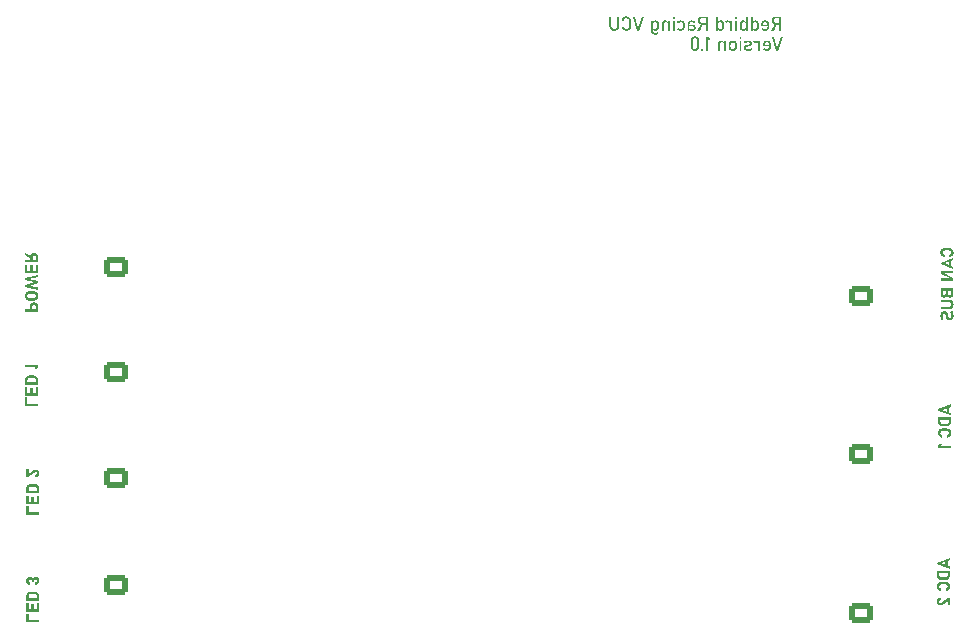
<source format=gbo>
G04 #@! TF.GenerationSoftware,KiCad,Pcbnew,7.0.5*
G04 #@! TF.CreationDate,2024-08-04T19:03:28+08:00*
G04 #@! TF.ProjectId,Vehicle_Control_Unit_VCU_V1,56656869-636c-4655-9f43-6f6e74726f6c,rev?*
G04 #@! TF.SameCoordinates,Original*
G04 #@! TF.FileFunction,Legend,Bot*
G04 #@! TF.FilePolarity,Positive*
%FSLAX46Y46*%
G04 Gerber Fmt 4.6, Leading zero omitted, Abs format (unit mm)*
G04 Created by KiCad (PCBNEW 7.0.5) date 2024-08-04 19:03:28*
%MOMM*%
%LPD*%
G01*
G04 APERTURE LIST*
G04 Aperture macros list*
%AMRoundRect*
0 Rectangle with rounded corners*
0 $1 Rounding radius*
0 $2 $3 $4 $5 $6 $7 $8 $9 X,Y pos of 4 corners*
0 Add a 4 corners polygon primitive as box body*
4,1,4,$2,$3,$4,$5,$6,$7,$8,$9,$2,$3,0*
0 Add four circle primitives for the rounded corners*
1,1,$1+$1,$2,$3*
1,1,$1+$1,$4,$5*
1,1,$1+$1,$6,$7*
1,1,$1+$1,$8,$9*
0 Add four rect primitives between the rounded corners*
20,1,$1+$1,$2,$3,$4,$5,0*
20,1,$1+$1,$4,$5,$6,$7,0*
20,1,$1+$1,$6,$7,$8,$9,0*
20,1,$1+$1,$8,$9,$2,$3,0*%
%AMRotRect*
0 Rectangle, with rotation*
0 The origin of the aperture is its center*
0 $1 length*
0 $2 width*
0 $3 Rotation angle, in degrees counterclockwise*
0 Add horizontal line*
21,1,$1,$2,0,0,$3*%
G04 Aperture macros list end*
%ADD10C,0.150000*%
%ADD11C,0.275000*%
%ADD12RoundRect,0.250000X-0.750000X0.600000X-0.750000X-0.600000X0.750000X-0.600000X0.750000X0.600000X0*%
%ADD13O,2.000000X1.700000*%
%ADD14RotRect,1.800000X1.800000X135.000000*%
%ADD15C,1.800000*%
%ADD16RoundRect,0.250000X0.725000X-0.600000X0.725000X0.600000X-0.725000X0.600000X-0.725000X-0.600000X0*%
%ADD17O,1.950000X1.700000*%
%ADD18RoundRect,0.250000X0.750000X-0.600000X0.750000X0.600000X-0.750000X0.600000X-0.750000X-0.600000X0*%
%ADD19RoundRect,0.250000X-0.600000X-0.750000X0.600000X-0.750000X0.600000X0.750000X-0.600000X0.750000X0*%
%ADD20O,1.700000X2.000000*%
%ADD21R,1.700000X1.700000*%
%ADD22O,1.700000X1.700000*%
G04 APERTURE END LIST*
D10*
G36*
X178411448Y-75296000D02*
G01*
X178800380Y-74103411D01*
X178618370Y-74103411D01*
X178332020Y-75038372D01*
X178045669Y-74103411D01*
X177863660Y-74103411D01*
X178252299Y-75296000D01*
X178411448Y-75296000D01*
G37*
G36*
X177433108Y-75308309D02*
G01*
X177455033Y-75307922D01*
X177476330Y-75306761D01*
X177497000Y-75304827D01*
X177517042Y-75302118D01*
X177536457Y-75298635D01*
X177555245Y-75294378D01*
X177573405Y-75289348D01*
X177590938Y-75283543D01*
X177607844Y-75276965D01*
X177624122Y-75269612D01*
X177639772Y-75261486D01*
X177654795Y-75252585D01*
X177669191Y-75242911D01*
X177682960Y-75232463D01*
X177696101Y-75221241D01*
X177708614Y-75209244D01*
X177720433Y-75196498D01*
X177731489Y-75183100D01*
X177741783Y-75169049D01*
X177751314Y-75154345D01*
X177760083Y-75138988D01*
X177768089Y-75122979D01*
X177775333Y-75106318D01*
X177781814Y-75089004D01*
X177787533Y-75071037D01*
X177792489Y-75052418D01*
X177796683Y-75033146D01*
X177800114Y-75013221D01*
X177802783Y-74992644D01*
X177804689Y-74971414D01*
X177805832Y-74949532D01*
X177806214Y-74926997D01*
X177806214Y-74830863D01*
X177806122Y-74819059D01*
X177805389Y-74795955D01*
X177803924Y-74773525D01*
X177801726Y-74751767D01*
X177798795Y-74730683D01*
X177795131Y-74710272D01*
X177790735Y-74690534D01*
X177785606Y-74671469D01*
X177779744Y-74653078D01*
X177773149Y-74635359D01*
X177765822Y-74618314D01*
X177757762Y-74601942D01*
X177748969Y-74586244D01*
X177739444Y-74571218D01*
X177729186Y-74556866D01*
X177718195Y-74543187D01*
X177712424Y-74536600D01*
X177700365Y-74523965D01*
X177687709Y-74512145D01*
X177674454Y-74501140D01*
X177660602Y-74490951D01*
X177646153Y-74481576D01*
X177631105Y-74473017D01*
X177615460Y-74465273D01*
X177599218Y-74458344D01*
X177582378Y-74452231D01*
X177564940Y-74446932D01*
X177546905Y-74442449D01*
X177528271Y-74438780D01*
X177509041Y-74435927D01*
X177489212Y-74433889D01*
X177468787Y-74432667D01*
X177447763Y-74432259D01*
X177427935Y-74432720D01*
X177408676Y-74434105D01*
X177389988Y-74436412D01*
X177371871Y-74439641D01*
X177354323Y-74443794D01*
X177337345Y-74448869D01*
X177320938Y-74454867D01*
X177305101Y-74461788D01*
X177289834Y-74469632D01*
X177275137Y-74478398D01*
X177261010Y-74488087D01*
X177247453Y-74498699D01*
X177234467Y-74510234D01*
X177222050Y-74522692D01*
X177210204Y-74536072D01*
X177198928Y-74550375D01*
X177188245Y-74565512D01*
X177178252Y-74581392D01*
X177168947Y-74598017D01*
X177160332Y-74615386D01*
X177152406Y-74633500D01*
X177145169Y-74652357D01*
X177138621Y-74671959D01*
X177132763Y-74692304D01*
X177127594Y-74713394D01*
X177123114Y-74735229D01*
X177119323Y-74757807D01*
X177116222Y-74781129D01*
X177114929Y-74793070D01*
X177113809Y-74805196D01*
X177112862Y-74817509D01*
X177112086Y-74830007D01*
X177111483Y-74842692D01*
X177111052Y-74855562D01*
X177110794Y-74868619D01*
X177110708Y-74881861D01*
X177110708Y-74937549D01*
X177684874Y-74937549D01*
X177684874Y-74803020D01*
X177269856Y-74803020D01*
X177270925Y-74790265D01*
X177272297Y-74777864D01*
X177273975Y-74765819D01*
X177275956Y-74754128D01*
X177279500Y-74737258D01*
X177283729Y-74721187D01*
X177288643Y-74705913D01*
X177294243Y-74691439D01*
X177300527Y-74677763D01*
X177307497Y-74664886D01*
X177315152Y-74652807D01*
X177323492Y-74641526D01*
X177332453Y-74631103D01*
X177341971Y-74621705D01*
X177352045Y-74613332D01*
X177362675Y-74605984D01*
X177373862Y-74599662D01*
X177385605Y-74594365D01*
X177397904Y-74590093D01*
X177410760Y-74586846D01*
X177424173Y-74584625D01*
X177438141Y-74583429D01*
X177447763Y-74583201D01*
X177465090Y-74583750D01*
X177481680Y-74585396D01*
X177497534Y-74588139D01*
X177512651Y-74591980D01*
X177527031Y-74596918D01*
X177540674Y-74602954D01*
X177553581Y-74610087D01*
X177565751Y-74618317D01*
X177577184Y-74627645D01*
X177587880Y-74638070D01*
X177594602Y-74645630D01*
X177603978Y-74657736D01*
X177612431Y-74670754D01*
X177619962Y-74684684D01*
X177626572Y-74699526D01*
X177632259Y-74715280D01*
X177637023Y-74731946D01*
X177639687Y-74743563D01*
X177641942Y-74755586D01*
X177643786Y-74768014D01*
X177645221Y-74780847D01*
X177646245Y-74794085D01*
X177646860Y-74807729D01*
X177647065Y-74821778D01*
X177647065Y-74930221D01*
X177646846Y-74943255D01*
X177646190Y-74955904D01*
X177645097Y-74968168D01*
X177643566Y-74980047D01*
X177640450Y-74997145D01*
X177636350Y-75013377D01*
X177631266Y-75028744D01*
X177625198Y-75043245D01*
X177618146Y-75056880D01*
X177610109Y-75069650D01*
X177601089Y-75081555D01*
X177591085Y-75092594D01*
X177580134Y-75102703D01*
X177568385Y-75111818D01*
X177555837Y-75119938D01*
X177542491Y-75127064D01*
X177528346Y-75133196D01*
X177513403Y-75138333D01*
X177497661Y-75142477D01*
X177481120Y-75145625D01*
X177463781Y-75147780D01*
X177451778Y-75148664D01*
X177439420Y-75149105D01*
X177433108Y-75149161D01*
X177420377Y-75148840D01*
X177407683Y-75147878D01*
X177395025Y-75146276D01*
X177382404Y-75144032D01*
X177369819Y-75141146D01*
X177357271Y-75137620D01*
X177344760Y-75133453D01*
X177332285Y-75128644D01*
X177319920Y-75123259D01*
X177307885Y-75117360D01*
X177296180Y-75110949D01*
X177284804Y-75104025D01*
X177273758Y-75096587D01*
X177263042Y-75088637D01*
X177252656Y-75080174D01*
X177242599Y-75071198D01*
X177132690Y-75181108D01*
X177144696Y-75192244D01*
X177156976Y-75202901D01*
X177169529Y-75213078D01*
X177182355Y-75222777D01*
X177195454Y-75231997D01*
X177208826Y-75240737D01*
X177222471Y-75248998D01*
X177236389Y-75256780D01*
X177250580Y-75264083D01*
X177265044Y-75270907D01*
X177274839Y-75275190D01*
X177289577Y-75281109D01*
X177304336Y-75286445D01*
X177319115Y-75291200D01*
X177333915Y-75295372D01*
X177348736Y-75298962D01*
X177363577Y-75301970D01*
X177378439Y-75304396D01*
X177393321Y-75306239D01*
X177408224Y-75307501D01*
X177423148Y-75308180D01*
X177433108Y-75308309D01*
G37*
G36*
X176881217Y-75296000D02*
G01*
X176881217Y-74444569D01*
X176713862Y-74444569D01*
X176713862Y-75296000D01*
X176881217Y-75296000D01*
G37*
G36*
X176412857Y-74646216D02*
G01*
X176421612Y-74636568D01*
X176431171Y-74627847D01*
X176441533Y-74620054D01*
X176452699Y-74613188D01*
X176464669Y-74607250D01*
X176468838Y-74605476D01*
X176481749Y-74600695D01*
X176493090Y-74597466D01*
X176504961Y-74594925D01*
X176517362Y-74593070D01*
X176530292Y-74591902D01*
X176543751Y-74591421D01*
X176546507Y-74591408D01*
X176561140Y-74591794D01*
X176575145Y-74592953D01*
X176588521Y-74594885D01*
X176601269Y-74597590D01*
X176613388Y-74601068D01*
X176624879Y-74605318D01*
X176635741Y-74610341D01*
X176645975Y-74616137D01*
X176658642Y-74625067D01*
X176670191Y-74635371D01*
X176680427Y-74646825D01*
X176689297Y-74659350D01*
X176696803Y-74672947D01*
X176701537Y-74683847D01*
X176705503Y-74695351D01*
X176708702Y-74707457D01*
X176711133Y-74720166D01*
X176712796Y-74733478D01*
X176713691Y-74747393D01*
X176713862Y-74757004D01*
X176731154Y-74592873D01*
X176723689Y-74579038D01*
X176715801Y-74565781D01*
X176707491Y-74553100D01*
X176698759Y-74540996D01*
X176689604Y-74529469D01*
X176680026Y-74518520D01*
X176670026Y-74508147D01*
X176659603Y-74498351D01*
X176648759Y-74489133D01*
X176637491Y-74480491D01*
X176629745Y-74475050D01*
X176617874Y-74467403D01*
X176605781Y-74460508D01*
X176593467Y-74454365D01*
X176580931Y-74448974D01*
X176568174Y-74444336D01*
X176555195Y-74440450D01*
X176541995Y-74437315D01*
X176528573Y-74434934D01*
X176514930Y-74433304D01*
X176501065Y-74432426D01*
X176491699Y-74432259D01*
X176477291Y-74432525D01*
X176463232Y-74433322D01*
X176449521Y-74434650D01*
X176436158Y-74436509D01*
X176423143Y-74438899D01*
X176410476Y-74441821D01*
X176398157Y-74445274D01*
X176386186Y-74449258D01*
X176374577Y-74453687D01*
X176363343Y-74458619D01*
X176352485Y-74464055D01*
X176342002Y-74469995D01*
X176331895Y-74476438D01*
X176322164Y-74483385D01*
X176312808Y-74490836D01*
X176303827Y-74498791D01*
X176412857Y-74646216D01*
G37*
G36*
X175863897Y-75308309D02*
G01*
X175877957Y-75308180D01*
X175891855Y-75307792D01*
X175905590Y-75307145D01*
X175919163Y-75306239D01*
X175932573Y-75305075D01*
X175945821Y-75303652D01*
X175958905Y-75301970D01*
X175971828Y-75300030D01*
X175984588Y-75297830D01*
X175997185Y-75295372D01*
X176009619Y-75292655D01*
X176021892Y-75289680D01*
X176034001Y-75286445D01*
X176045948Y-75282952D01*
X176057732Y-75279201D01*
X176069354Y-75275190D01*
X176080819Y-75270885D01*
X176092133Y-75266324D01*
X176103295Y-75261506D01*
X176114307Y-75256432D01*
X176125167Y-75251102D01*
X176135877Y-75245515D01*
X176146435Y-75239671D01*
X176156842Y-75233571D01*
X176167098Y-75227215D01*
X176177202Y-75220602D01*
X176187156Y-75213732D01*
X176196959Y-75206607D01*
X176206610Y-75199224D01*
X176216110Y-75191586D01*
X176225460Y-75183691D01*
X176234658Y-75175539D01*
X176135300Y-75053320D01*
X176122291Y-75062927D01*
X176109313Y-75072077D01*
X176096366Y-75080767D01*
X176083450Y-75088999D01*
X176070565Y-75096773D01*
X176057710Y-75104088D01*
X176044887Y-75110944D01*
X176032095Y-75117342D01*
X176019333Y-75123281D01*
X176006603Y-75128762D01*
X175998133Y-75132161D01*
X175985449Y-75136823D01*
X175972785Y-75141026D01*
X175960142Y-75144771D01*
X175947520Y-75148057D01*
X175934918Y-75150885D01*
X175922337Y-75153254D01*
X175909776Y-75155164D01*
X175897236Y-75156616D01*
X175884717Y-75157610D01*
X175872218Y-75158145D01*
X175863897Y-75158247D01*
X175851672Y-75158126D01*
X175839836Y-75157766D01*
X175822812Y-75156774D01*
X175806664Y-75155241D01*
X175791392Y-75153168D01*
X175776995Y-75150553D01*
X175763475Y-75147397D01*
X175750830Y-75143701D01*
X175739061Y-75139463D01*
X175728168Y-75134685D01*
X175715006Y-75127472D01*
X175703397Y-75119297D01*
X175693336Y-75110161D01*
X175684823Y-75100063D01*
X175677857Y-75089004D01*
X175672440Y-75076982D01*
X175668570Y-75063999D01*
X175666248Y-75050055D01*
X175665474Y-75035148D01*
X175666283Y-75020990D01*
X175668708Y-75008192D01*
X175672751Y-74996753D01*
X175679737Y-74984821D01*
X175689052Y-74974847D01*
X175698593Y-74968030D01*
X175709451Y-74962138D01*
X175721325Y-74956919D01*
X175734215Y-74952372D01*
X175748121Y-74948498D01*
X175759978Y-74945883D01*
X175772484Y-74943699D01*
X175785642Y-74941945D01*
X175799174Y-74940438D01*
X175812954Y-74938996D01*
X175826981Y-74937617D01*
X175841256Y-74936303D01*
X175855777Y-74935053D01*
X175870546Y-74933867D01*
X175885563Y-74932745D01*
X175900826Y-74931687D01*
X175913713Y-74930592D01*
X175926582Y-74929360D01*
X175939432Y-74927991D01*
X175952264Y-74926484D01*
X175965078Y-74924840D01*
X175977873Y-74923059D01*
X175990650Y-74921140D01*
X176003408Y-74919084D01*
X176015947Y-74916739D01*
X176028211Y-74913955D01*
X176040201Y-74910731D01*
X176051915Y-74907067D01*
X176063355Y-74902964D01*
X176074520Y-74898421D01*
X176085410Y-74893438D01*
X176096025Y-74888016D01*
X176106242Y-74882035D01*
X176115937Y-74875377D01*
X176125110Y-74868040D01*
X176133761Y-74860026D01*
X176141890Y-74851334D01*
X176149496Y-74841964D01*
X176156581Y-74831917D01*
X176163143Y-74821191D01*
X176168982Y-74809587D01*
X176174043Y-74797048D01*
X176178324Y-74783575D01*
X176181828Y-74769168D01*
X176184553Y-74753826D01*
X176186085Y-74741707D01*
X176187180Y-74729062D01*
X176187837Y-74715892D01*
X176188056Y-74702196D01*
X176187732Y-74685537D01*
X176186760Y-74669411D01*
X176185140Y-74653819D01*
X176182872Y-74638760D01*
X176179956Y-74624235D01*
X176176392Y-74610243D01*
X176172180Y-74596785D01*
X176167320Y-74583861D01*
X176161812Y-74571470D01*
X176155656Y-74559612D01*
X176148852Y-74548288D01*
X176141400Y-74537497D01*
X176133299Y-74527240D01*
X176124551Y-74517517D01*
X176115155Y-74508327D01*
X176105111Y-74499670D01*
X176094426Y-74491507D01*
X176083106Y-74483871D01*
X176071153Y-74476761D01*
X176058565Y-74470178D01*
X176045342Y-74464121D01*
X176031486Y-74458592D01*
X176016995Y-74453588D01*
X176001870Y-74449112D01*
X175986110Y-74445162D01*
X175969717Y-74441739D01*
X175952689Y-74438842D01*
X175935027Y-74436472D01*
X175916730Y-74434629D01*
X175897799Y-74433312D01*
X175878234Y-74432522D01*
X175858035Y-74432259D01*
X175845596Y-74432366D01*
X175833264Y-74432685D01*
X175821040Y-74433217D01*
X175808924Y-74433963D01*
X175796915Y-74434921D01*
X175785014Y-74436092D01*
X175773221Y-74437476D01*
X175761535Y-74439073D01*
X175744208Y-74441868D01*
X175727123Y-74445143D01*
X175710280Y-74448896D01*
X175693679Y-74453128D01*
X175677321Y-74457840D01*
X175671922Y-74459517D01*
X175655861Y-74464825D01*
X175639990Y-74470638D01*
X175624310Y-74476956D01*
X175608820Y-74483779D01*
X175593522Y-74491107D01*
X175578413Y-74498940D01*
X175563496Y-74507277D01*
X175548769Y-74516120D01*
X175534232Y-74525467D01*
X175519887Y-74535320D01*
X175510429Y-74542168D01*
X175611252Y-74664387D01*
X175623217Y-74656874D01*
X175635151Y-74649721D01*
X175647053Y-74642929D01*
X175658925Y-74636498D01*
X175670766Y-74630427D01*
X175682576Y-74624717D01*
X175694356Y-74619368D01*
X175706104Y-74614379D01*
X175717821Y-74609751D01*
X175729508Y-74605483D01*
X175737281Y-74602838D01*
X175748851Y-74599172D01*
X175760369Y-74595866D01*
X175771836Y-74592921D01*
X175787045Y-74589555D01*
X175802162Y-74586830D01*
X175817187Y-74584746D01*
X175832121Y-74583304D01*
X175846963Y-74582502D01*
X175858035Y-74582322D01*
X175873706Y-74582580D01*
X175888624Y-74583352D01*
X175902790Y-74584640D01*
X175916205Y-74586443D01*
X175928866Y-74588762D01*
X175940776Y-74591595D01*
X175955486Y-74596175D01*
X175968858Y-74601671D01*
X175980893Y-74608082D01*
X175986409Y-74611631D01*
X175996370Y-74619338D01*
X176005002Y-74627953D01*
X176012307Y-74637473D01*
X176018283Y-74647901D01*
X176022931Y-74659235D01*
X176026251Y-74671477D01*
X176028243Y-74684625D01*
X176028907Y-74698679D01*
X176027867Y-74712425D01*
X176024745Y-74724645D01*
X176019541Y-74735341D01*
X176010840Y-74745892D01*
X176001126Y-74753283D01*
X175999305Y-74754367D01*
X175987545Y-74760219D01*
X175974466Y-74765248D01*
X175962559Y-74768808D01*
X175949736Y-74771796D01*
X175935997Y-74774212D01*
X175924347Y-74775732D01*
X175921343Y-74776055D01*
X175909134Y-74777219D01*
X175896687Y-74778363D01*
X175884001Y-74779490D01*
X175871078Y-74780598D01*
X175857916Y-74781688D01*
X175844516Y-74782760D01*
X175830878Y-74783813D01*
X175817002Y-74784848D01*
X175803717Y-74785805D01*
X175790386Y-74786918D01*
X175777009Y-74788187D01*
X175763586Y-74789611D01*
X175750118Y-74791191D01*
X175736604Y-74792926D01*
X175723044Y-74794818D01*
X175709438Y-74796865D01*
X175695878Y-74799242D01*
X175682602Y-74802122D01*
X175669609Y-74805506D01*
X175656901Y-74809394D01*
X175644477Y-74813786D01*
X175632336Y-74818682D01*
X175620480Y-74824081D01*
X175608907Y-74829984D01*
X175597687Y-74836510D01*
X175587035Y-74843778D01*
X175576951Y-74851787D01*
X175567435Y-74860539D01*
X175558487Y-74870032D01*
X175550106Y-74880268D01*
X175542293Y-74891245D01*
X175535048Y-74902964D01*
X175528522Y-74915608D01*
X175522867Y-74929360D01*
X175518081Y-74944221D01*
X175515063Y-74956094D01*
X175512534Y-74968590D01*
X175510495Y-74981710D01*
X175508945Y-74995453D01*
X175507884Y-75009819D01*
X175507313Y-75024809D01*
X175507205Y-75035148D01*
X175507553Y-75051989D01*
X175508597Y-75068295D01*
X175510337Y-75084065D01*
X175512773Y-75099299D01*
X175515906Y-75113997D01*
X175519734Y-75128159D01*
X175524259Y-75141785D01*
X175529480Y-75154876D01*
X175535396Y-75167431D01*
X175542009Y-75179450D01*
X175549318Y-75190933D01*
X175557323Y-75201881D01*
X175566024Y-75212292D01*
X175575422Y-75222168D01*
X175585515Y-75231508D01*
X175596304Y-75240312D01*
X175607757Y-75248546D01*
X175619912Y-75256249D01*
X175632770Y-75263421D01*
X175646331Y-75270061D01*
X175660596Y-75276170D01*
X175675563Y-75281748D01*
X175691233Y-75286795D01*
X175707606Y-75291310D01*
X175724682Y-75295294D01*
X175742461Y-75298747D01*
X175760943Y-75301669D01*
X175780128Y-75304060D01*
X175800016Y-75305919D01*
X175820606Y-75307247D01*
X175841900Y-75308044D01*
X175863897Y-75308309D01*
G37*
G36*
X175293834Y-74270473D02*
G01*
X175293834Y-74103411D01*
X175126479Y-74103411D01*
X175126479Y-74270473D01*
X175293834Y-74270473D01*
G37*
G36*
X175293834Y-75296000D02*
G01*
X175293834Y-74444569D01*
X175126479Y-74444569D01*
X175126479Y-75296000D01*
X175293834Y-75296000D01*
G37*
G36*
X174567076Y-74432635D02*
G01*
X174587113Y-74433761D01*
X174606561Y-74435639D01*
X174625421Y-74438267D01*
X174643692Y-74441647D01*
X174661375Y-74445778D01*
X174678469Y-74450660D01*
X174694975Y-74456293D01*
X174710892Y-74462676D01*
X174726221Y-74469811D01*
X174740962Y-74477697D01*
X174755114Y-74486334D01*
X174768677Y-74495723D01*
X174781652Y-74505862D01*
X174794039Y-74516752D01*
X174805837Y-74528393D01*
X174816946Y-74540681D01*
X174827338Y-74553585D01*
X174837013Y-74567105D01*
X174845972Y-74581241D01*
X174854214Y-74595993D01*
X174861740Y-74611361D01*
X174868548Y-74627345D01*
X174874640Y-74643944D01*
X174880015Y-74661160D01*
X174884674Y-74678992D01*
X174888616Y-74697439D01*
X174891841Y-74716503D01*
X174894349Y-74736182D01*
X174896141Y-74756478D01*
X174897216Y-74777389D01*
X174897575Y-74798916D01*
X174897575Y-74937549D01*
X174897216Y-74959295D01*
X174896141Y-74980422D01*
X174894349Y-75000932D01*
X174891841Y-75020823D01*
X174888616Y-75040096D01*
X174884674Y-75058751D01*
X174880015Y-75076788D01*
X174874640Y-75094206D01*
X174868548Y-75111006D01*
X174861740Y-75127188D01*
X174854214Y-75142752D01*
X174845972Y-75157697D01*
X174837013Y-75172024D01*
X174827338Y-75185733D01*
X174816946Y-75198824D01*
X174805837Y-75211296D01*
X174794039Y-75223044D01*
X174781652Y-75234034D01*
X174768677Y-75244265D01*
X174755114Y-75253739D01*
X174740962Y-75262455D01*
X174726221Y-75270414D01*
X174710892Y-75277614D01*
X174694975Y-75284056D01*
X174678469Y-75289740D01*
X174661375Y-75294667D01*
X174643692Y-75298835D01*
X174625421Y-75302246D01*
X174606561Y-75304899D01*
X174587113Y-75306794D01*
X174567076Y-75307930D01*
X174546451Y-75308309D01*
X174525827Y-75307933D01*
X174505794Y-75306803D01*
X174486351Y-75304919D01*
X174467500Y-75302283D01*
X174449239Y-75298893D01*
X174431568Y-75294749D01*
X174414489Y-75289853D01*
X174398000Y-75284203D01*
X174382102Y-75277799D01*
X174366795Y-75270643D01*
X174352079Y-75262732D01*
X174337953Y-75254069D01*
X174324418Y-75244652D01*
X174311474Y-75234482D01*
X174299121Y-75223559D01*
X174287358Y-75211882D01*
X174276214Y-75199520D01*
X174265788Y-75186539D01*
X174256082Y-75172940D01*
X174247095Y-75158723D01*
X174238826Y-75143887D01*
X174231277Y-75128434D01*
X174224447Y-75112362D01*
X174218335Y-75095672D01*
X174212943Y-75078363D01*
X174208269Y-75060436D01*
X174204315Y-75041892D01*
X174201079Y-75022728D01*
X174198563Y-75002947D01*
X174196765Y-74982547D01*
X174195687Y-74961530D01*
X174195327Y-74939893D01*
X174362683Y-74939893D01*
X174362730Y-74946060D01*
X174363105Y-74958134D01*
X174363856Y-74969862D01*
X174365687Y-74986806D01*
X174368362Y-75002972D01*
X174371883Y-75018361D01*
X174376248Y-75032971D01*
X174381459Y-75046803D01*
X174387514Y-75059857D01*
X174394414Y-75072134D01*
X174402160Y-75083632D01*
X174410750Y-75094353D01*
X174416913Y-75100990D01*
X174426737Y-75110142D01*
X174437256Y-75118331D01*
X174448471Y-75125557D01*
X174460382Y-75131819D01*
X174472988Y-75137118D01*
X174486289Y-75141453D01*
X174500287Y-75144825D01*
X174514979Y-75147234D01*
X174530367Y-75148679D01*
X174546451Y-75149161D01*
X174557181Y-75148947D01*
X174572709Y-75147823D01*
X174587557Y-75145735D01*
X174601725Y-75142684D01*
X174615213Y-75138670D01*
X174628021Y-75133692D01*
X174640149Y-75127751D01*
X174651596Y-75120847D01*
X174662364Y-75112979D01*
X174672452Y-75104147D01*
X174681859Y-75094353D01*
X174684835Y-75090866D01*
X174693194Y-75079886D01*
X174700703Y-75068128D01*
X174707362Y-75055592D01*
X174713170Y-75042279D01*
X174718129Y-75028187D01*
X174722238Y-75013318D01*
X174725497Y-74997670D01*
X174727905Y-74981245D01*
X174729464Y-74964041D01*
X174730030Y-74952140D01*
X174730219Y-74939893D01*
X174730219Y-74798916D01*
X174730172Y-74792751D01*
X174729794Y-74780686D01*
X174729039Y-74768976D01*
X174727197Y-74752077D01*
X174724505Y-74735976D01*
X174720963Y-74720674D01*
X174716571Y-74706170D01*
X174711329Y-74692465D01*
X174705236Y-74679558D01*
X174698294Y-74667450D01*
X174690502Y-74656141D01*
X174681859Y-74645630D01*
X174675663Y-74639064D01*
X174665802Y-74630009D01*
X174655261Y-74621908D01*
X174644040Y-74614759D01*
X174632139Y-74608564D01*
X174619558Y-74603322D01*
X174606297Y-74599033D01*
X174592355Y-74595697D01*
X174577734Y-74593314D01*
X174562432Y-74591884D01*
X174546451Y-74591408D01*
X174535651Y-74591620D01*
X174520031Y-74592732D01*
X174505107Y-74594797D01*
X174490878Y-74597815D01*
X174477344Y-74601786D01*
X174464506Y-74606711D01*
X174452364Y-74612588D01*
X174440917Y-74619419D01*
X174430166Y-74627203D01*
X174420110Y-74635940D01*
X174410750Y-74645630D01*
X174407792Y-74649045D01*
X174399484Y-74659822D01*
X174392020Y-74671397D01*
X174385402Y-74683772D01*
X174379628Y-74696944D01*
X174374699Y-74710916D01*
X174370616Y-74725686D01*
X174367377Y-74741254D01*
X174364983Y-74757621D01*
X174363434Y-74774787D01*
X174362870Y-74786674D01*
X174362683Y-74798916D01*
X174362683Y-74939893D01*
X174195327Y-74939893D01*
X174195327Y-74798916D01*
X174195687Y-74777389D01*
X174196765Y-74756478D01*
X174198563Y-74736182D01*
X174201079Y-74716503D01*
X174204315Y-74697439D01*
X174208269Y-74678992D01*
X174212943Y-74661160D01*
X174218335Y-74643944D01*
X174224447Y-74627345D01*
X174231277Y-74611361D01*
X174238826Y-74595993D01*
X174247095Y-74581241D01*
X174256082Y-74567105D01*
X174265788Y-74553585D01*
X174276214Y-74540681D01*
X174287358Y-74528393D01*
X174299121Y-74516752D01*
X174311474Y-74505862D01*
X174324418Y-74495723D01*
X174337953Y-74486334D01*
X174352079Y-74477697D01*
X174366795Y-74469811D01*
X174382102Y-74462676D01*
X174398000Y-74456293D01*
X174414489Y-74450660D01*
X174431568Y-74445778D01*
X174449239Y-74441647D01*
X174467500Y-74438267D01*
X174486351Y-74435639D01*
X174505794Y-74433761D01*
X174525827Y-74432635D01*
X174546451Y-74432259D01*
X174567076Y-74432635D01*
G37*
G36*
X173958510Y-75296000D02*
G01*
X173958510Y-74444569D01*
X173791154Y-74444569D01*
X173791154Y-75296000D01*
X173958510Y-75296000D01*
G37*
G36*
X173441789Y-75296000D02*
G01*
X173441789Y-74780159D01*
X173442196Y-74763593D01*
X173443417Y-74747749D01*
X173445453Y-74732626D01*
X173448302Y-74718225D01*
X173451965Y-74704544D01*
X173456442Y-74691585D01*
X173461733Y-74679348D01*
X173467838Y-74667831D01*
X173474757Y-74657036D01*
X173482490Y-74646962D01*
X173488098Y-74640647D01*
X173497123Y-74631847D01*
X173506834Y-74623913D01*
X173517230Y-74616845D01*
X173528311Y-74610642D01*
X173540077Y-74605304D01*
X173552529Y-74600832D01*
X173565666Y-74597226D01*
X173579487Y-74594485D01*
X173593995Y-74592610D01*
X173609187Y-74591600D01*
X173619696Y-74591408D01*
X173634756Y-74591789D01*
X173649162Y-74592933D01*
X173662913Y-74594839D01*
X173676011Y-74597508D01*
X173688454Y-74600939D01*
X173700242Y-74605133D01*
X173711377Y-74610089D01*
X173721857Y-74615808D01*
X173731682Y-74622289D01*
X173743765Y-74632117D01*
X173746605Y-74634785D01*
X173757046Y-74646184D01*
X173766095Y-74658691D01*
X173773752Y-74672306D01*
X173778581Y-74683244D01*
X173782627Y-74694806D01*
X173785890Y-74706991D01*
X173788370Y-74719800D01*
X173790067Y-74733232D01*
X173790980Y-74747288D01*
X173791154Y-74757004D01*
X173808447Y-74592873D01*
X173800869Y-74578732D01*
X173792864Y-74565214D01*
X173784431Y-74552319D01*
X173775570Y-74540048D01*
X173766282Y-74528400D01*
X173756566Y-74517376D01*
X173746423Y-74506975D01*
X173735852Y-74497197D01*
X173724853Y-74488043D01*
X173713427Y-74479512D01*
X173705572Y-74474171D01*
X173693528Y-74466681D01*
X173681247Y-74459928D01*
X173668730Y-74453911D01*
X173655975Y-74448631D01*
X173642984Y-74444088D01*
X173629755Y-74440281D01*
X173616289Y-74437212D01*
X173602587Y-74434879D01*
X173588647Y-74433282D01*
X173574471Y-74432423D01*
X173564888Y-74432259D01*
X173547804Y-74432613D01*
X173531210Y-74433674D01*
X173515106Y-74435443D01*
X173499492Y-74437919D01*
X173484368Y-74441103D01*
X173469734Y-74444995D01*
X173455590Y-74449594D01*
X173441936Y-74454900D01*
X173428772Y-74460915D01*
X173416098Y-74467636D01*
X173403914Y-74475065D01*
X173392220Y-74483202D01*
X173381016Y-74492046D01*
X173370303Y-74501598D01*
X173360079Y-74511857D01*
X173350345Y-74522824D01*
X173341153Y-74534439D01*
X173332553Y-74546643D01*
X173324547Y-74559434D01*
X173317134Y-74572815D01*
X173310314Y-74586784D01*
X173304087Y-74601341D01*
X173298453Y-74616487D01*
X173293412Y-74632221D01*
X173288964Y-74648543D01*
X173285109Y-74665455D01*
X173281847Y-74682954D01*
X173279179Y-74701042D01*
X173277103Y-74719719D01*
X173275620Y-74738984D01*
X173274731Y-74758837D01*
X173274434Y-74779279D01*
X173274434Y-75296000D01*
X173441789Y-75296000D01*
G37*
G36*
X172290819Y-74103411D02*
G01*
X172290819Y-75296000D01*
X172458175Y-75296000D01*
X172458175Y-74285420D01*
X172627875Y-74389468D01*
X172627875Y-74216544D01*
X172458175Y-74103411D01*
X172290819Y-74103411D01*
G37*
G36*
X172041106Y-75296000D02*
G01*
X172041106Y-75120438D01*
X171865544Y-75120438D01*
X171865544Y-75296000D01*
X172041106Y-75296000D01*
G37*
G36*
X171370376Y-74088815D02*
G01*
X171390411Y-74089873D01*
X171409806Y-74091636D01*
X171428563Y-74094105D01*
X171446681Y-74097279D01*
X171464160Y-74101157D01*
X171481000Y-74105742D01*
X171497201Y-74111031D01*
X171512764Y-74117026D01*
X171527687Y-74123725D01*
X171541972Y-74131131D01*
X171555618Y-74139241D01*
X171568625Y-74148057D01*
X171580993Y-74157577D01*
X171592723Y-74167804D01*
X171603813Y-74178735D01*
X171614248Y-74190285D01*
X171624009Y-74202366D01*
X171633097Y-74214978D01*
X171641512Y-74228121D01*
X171649254Y-74241795D01*
X171656322Y-74256001D01*
X171662718Y-74270738D01*
X171668440Y-74286006D01*
X171673489Y-74301806D01*
X171677865Y-74318137D01*
X171681567Y-74334999D01*
X171684596Y-74352392D01*
X171686953Y-74370316D01*
X171688636Y-74388772D01*
X171689645Y-74407758D01*
X171689982Y-74427277D01*
X171689982Y-74969496D01*
X171689651Y-74988734D01*
X171688659Y-75007469D01*
X171687004Y-75025701D01*
X171684688Y-75043428D01*
X171681710Y-75060652D01*
X171678071Y-75077372D01*
X171673769Y-75093588D01*
X171668806Y-75109300D01*
X171663181Y-75124509D01*
X171656895Y-75139214D01*
X171649946Y-75153415D01*
X171642336Y-75167113D01*
X171634065Y-75180306D01*
X171625131Y-75192996D01*
X171615536Y-75205182D01*
X171605279Y-75216865D01*
X171594320Y-75227938D01*
X171582692Y-75238297D01*
X171570396Y-75247942D01*
X171557431Y-75256872D01*
X171543798Y-75265088D01*
X171529496Y-75272589D01*
X171514526Y-75279376D01*
X171498886Y-75285448D01*
X171482579Y-75290806D01*
X171465602Y-75295450D01*
X171447957Y-75299379D01*
X171429644Y-75302594D01*
X171410661Y-75305094D01*
X171391010Y-75306881D01*
X171370691Y-75307952D01*
X171349703Y-75308309D01*
X171328890Y-75307957D01*
X171308730Y-75306899D01*
X171289222Y-75305136D01*
X171270367Y-75302667D01*
X171252164Y-75299494D01*
X171234614Y-75295615D01*
X171217717Y-75291031D01*
X171201472Y-75285741D01*
X171185880Y-75279747D01*
X171170940Y-75273047D01*
X171156653Y-75265642D01*
X171143019Y-75257531D01*
X171130037Y-75248716D01*
X171117707Y-75239195D01*
X171106031Y-75228969D01*
X171095006Y-75218037D01*
X171084607Y-75206488D01*
X171074879Y-75194407D01*
X171065822Y-75181795D01*
X171057436Y-75168651D01*
X171049720Y-75154977D01*
X171042676Y-75140771D01*
X171036302Y-75126034D01*
X171030600Y-75110766D01*
X171025568Y-75094966D01*
X171021207Y-75078636D01*
X171017517Y-75061774D01*
X171014498Y-75044381D01*
X171012150Y-75026456D01*
X171010473Y-75008001D01*
X171009466Y-74989014D01*
X171009131Y-74969496D01*
X171176486Y-74969496D01*
X171176645Y-74979834D01*
X171177481Y-74994818D01*
X171179032Y-75009173D01*
X171181300Y-75022900D01*
X171184284Y-75035998D01*
X171187984Y-75048467D01*
X171192400Y-75060308D01*
X171197532Y-75071521D01*
X171203380Y-75082105D01*
X171209945Y-75092060D01*
X171217226Y-75101387D01*
X171222483Y-75107172D01*
X171231125Y-75115150D01*
X171240673Y-75122288D01*
X171251128Y-75128586D01*
X171262490Y-75134045D01*
X171274759Y-75138664D01*
X171287934Y-75142442D01*
X171302016Y-75145382D01*
X171317005Y-75147481D01*
X171332901Y-75148741D01*
X171349703Y-75149161D01*
X171360971Y-75148974D01*
X171377126Y-75147994D01*
X171392384Y-75146175D01*
X171406746Y-75143516D01*
X171420212Y-75140016D01*
X171432781Y-75135678D01*
X171444454Y-75130499D01*
X171455230Y-75124481D01*
X171465110Y-75117622D01*
X171474093Y-75109925D01*
X171482180Y-75101387D01*
X171487078Y-75095239D01*
X171493832Y-75085493D01*
X171499876Y-75075118D01*
X171505208Y-75064116D01*
X171509829Y-75052484D01*
X171513740Y-75040224D01*
X171516939Y-75027335D01*
X171519427Y-75013818D01*
X171521205Y-74999673D01*
X171522271Y-74984898D01*
X171522627Y-74969496D01*
X171522627Y-74427277D01*
X171522587Y-74422037D01*
X171521995Y-74406751D01*
X171520691Y-74392114D01*
X171518677Y-74378126D01*
X171515952Y-74364788D01*
X171512515Y-74352099D01*
X171508368Y-74340058D01*
X171503510Y-74328667D01*
X171497940Y-74317925D01*
X171491660Y-74307833D01*
X171482180Y-74295385D01*
X171476889Y-74289600D01*
X171468204Y-74281622D01*
X171458623Y-74274484D01*
X171448146Y-74268186D01*
X171436772Y-74262727D01*
X171424501Y-74258109D01*
X171411335Y-74254330D01*
X171397271Y-74251390D01*
X171382312Y-74249291D01*
X171366455Y-74248031D01*
X171349703Y-74247612D01*
X171338401Y-74247798D01*
X171322203Y-74248778D01*
X171306912Y-74250597D01*
X171292527Y-74253257D01*
X171279050Y-74256756D01*
X171266479Y-74261095D01*
X171254815Y-74266273D01*
X171244057Y-74272292D01*
X171234207Y-74279150D01*
X171225263Y-74286848D01*
X171217226Y-74295385D01*
X171212292Y-74301465D01*
X171205489Y-74311125D01*
X171199402Y-74321434D01*
X171194031Y-74332392D01*
X171189376Y-74344000D01*
X171185437Y-74356256D01*
X171182215Y-74369162D01*
X171179708Y-74382717D01*
X171177918Y-74396921D01*
X171176844Y-74411774D01*
X171176486Y-74427277D01*
X171176486Y-74969496D01*
X171009131Y-74969496D01*
X171009131Y-74427277D01*
X171009466Y-74407654D01*
X171010473Y-74388575D01*
X171012150Y-74370038D01*
X171014498Y-74352044D01*
X171017517Y-74334592D01*
X171021207Y-74317683D01*
X171025568Y-74301317D01*
X171030600Y-74285494D01*
X171036302Y-74270213D01*
X171042676Y-74255475D01*
X171049720Y-74241279D01*
X171057436Y-74227626D01*
X171065822Y-74214516D01*
X171074879Y-74201949D01*
X171084607Y-74189924D01*
X171095006Y-74178442D01*
X171106031Y-74167546D01*
X171117707Y-74157353D01*
X171130037Y-74147863D01*
X171143019Y-74139076D01*
X171156653Y-74130992D01*
X171170940Y-74123611D01*
X171185880Y-74116933D01*
X171201472Y-74110958D01*
X171217717Y-74105685D01*
X171234614Y-74101116D01*
X171252164Y-74097250D01*
X171270367Y-74094087D01*
X171289222Y-74091626D01*
X171308730Y-74089869D01*
X171328890Y-74088814D01*
X171349703Y-74088463D01*
X171370376Y-74088815D01*
G37*
G36*
X178604302Y-73091589D02*
G01*
X178604302Y-72932441D01*
X178197491Y-72932441D01*
X178184060Y-72931995D01*
X178171133Y-72930658D01*
X178158712Y-72928430D01*
X178146795Y-72925310D01*
X178135383Y-72921299D01*
X178124477Y-72916397D01*
X178114075Y-72910604D01*
X178104178Y-72903919D01*
X178094786Y-72896343D01*
X178085899Y-72887876D01*
X178080254Y-72881736D01*
X178072345Y-72871885D01*
X178065214Y-72861457D01*
X178058861Y-72850453D01*
X178053285Y-72838871D01*
X178048488Y-72826712D01*
X178044468Y-72813977D01*
X178041227Y-72800664D01*
X178038763Y-72786774D01*
X178037078Y-72772307D01*
X178036170Y-72757263D01*
X178035997Y-72746914D01*
X178036386Y-72731540D01*
X178037553Y-72716744D01*
X178039498Y-72702524D01*
X178042221Y-72688882D01*
X178045722Y-72675816D01*
X178050001Y-72663328D01*
X178055057Y-72651416D01*
X178060892Y-72640082D01*
X178067504Y-72629324D01*
X178074895Y-72619144D01*
X178080254Y-72612678D01*
X178088805Y-72603564D01*
X178097860Y-72595346D01*
X178107421Y-72588025D01*
X178117486Y-72581601D01*
X178128056Y-72576073D01*
X178139131Y-72571441D01*
X178150711Y-72567706D01*
X178162796Y-72564867D01*
X178175386Y-72562925D01*
X178188481Y-72561879D01*
X178197491Y-72561680D01*
X178604302Y-72561680D01*
X178604302Y-72402531D01*
X178203939Y-72402531D01*
X178191035Y-72402700D01*
X178178335Y-72403204D01*
X178165838Y-72404046D01*
X178153545Y-72405224D01*
X178141457Y-72406739D01*
X178129571Y-72408590D01*
X178117890Y-72410778D01*
X178106413Y-72413302D01*
X178089578Y-72417720D01*
X178073203Y-72422895D01*
X178057286Y-72428828D01*
X178041827Y-72435518D01*
X178026827Y-72442965D01*
X178021929Y-72445616D01*
X178007618Y-72453993D01*
X177993919Y-72462968D01*
X177980834Y-72472540D01*
X177968362Y-72482710D01*
X177956503Y-72493478D01*
X177945257Y-72504843D01*
X177934624Y-72516806D01*
X177924604Y-72529367D01*
X177915198Y-72542525D01*
X177906404Y-72556281D01*
X177900882Y-72565783D01*
X177893183Y-72580473D01*
X177886240Y-72595637D01*
X177880055Y-72611275D01*
X177874628Y-72627387D01*
X177869957Y-72643973D01*
X177866044Y-72661033D01*
X177863857Y-72672670D01*
X177862005Y-72684517D01*
X177860491Y-72696575D01*
X177859313Y-72708844D01*
X177858471Y-72721323D01*
X177857966Y-72734013D01*
X177857798Y-72746914D01*
X177857968Y-72759746D01*
X177858480Y-72772376D01*
X177859333Y-72784805D01*
X177860527Y-72797032D01*
X177862063Y-72809058D01*
X177863939Y-72820883D01*
X177866157Y-72832506D01*
X177870123Y-72849562D01*
X177874857Y-72866165D01*
X177880358Y-72882315D01*
X177886627Y-72898011D01*
X177893664Y-72913254D01*
X177901468Y-72928044D01*
X177909903Y-72942251D01*
X177918941Y-72955855D01*
X177928581Y-72968856D01*
X177938824Y-72981254D01*
X177949670Y-72993049D01*
X177961118Y-73004242D01*
X177973170Y-73014832D01*
X177985824Y-73024819D01*
X177999081Y-73034204D01*
X178012941Y-73042985D01*
X178022515Y-73048505D01*
X178037258Y-73056204D01*
X178052469Y-73063147D01*
X178068149Y-73069332D01*
X178084298Y-73074759D01*
X178100916Y-73079430D01*
X178118002Y-73083343D01*
X178129654Y-73085530D01*
X178141514Y-73087382D01*
X178153582Y-73088896D01*
X178165859Y-73090074D01*
X178178344Y-73090916D01*
X178191037Y-73091421D01*
X178203939Y-73091589D01*
X178604302Y-73091589D01*
G37*
G36*
X178677281Y-73596000D02*
G01*
X178677281Y-72402531D01*
X178509926Y-72402531D01*
X178509926Y-73596000D01*
X178677281Y-73596000D01*
G37*
G36*
X178006395Y-73596000D02*
G01*
X178279556Y-73054660D01*
X178113080Y-73016851D01*
X177807679Y-73596000D01*
X178006395Y-73596000D01*
G37*
G36*
X177283046Y-73608309D02*
G01*
X177304970Y-73607922D01*
X177326267Y-73606761D01*
X177346937Y-73604827D01*
X177366980Y-73602118D01*
X177386395Y-73598635D01*
X177405182Y-73594378D01*
X177423342Y-73589348D01*
X177440875Y-73583543D01*
X177457781Y-73576965D01*
X177474059Y-73569612D01*
X177489709Y-73561486D01*
X177504733Y-73552585D01*
X177519128Y-73542911D01*
X177532897Y-73532463D01*
X177546038Y-73521241D01*
X177558551Y-73509244D01*
X177570370Y-73496498D01*
X177581426Y-73483100D01*
X177591720Y-73469049D01*
X177601251Y-73454345D01*
X177610020Y-73438988D01*
X177618026Y-73422979D01*
X177625270Y-73406318D01*
X177631751Y-73389004D01*
X177637470Y-73371037D01*
X177642426Y-73352418D01*
X177646620Y-73333146D01*
X177650051Y-73313221D01*
X177652720Y-73292644D01*
X177654626Y-73271414D01*
X177655770Y-73249532D01*
X177656151Y-73226997D01*
X177656151Y-73130863D01*
X177656059Y-73119059D01*
X177655327Y-73095955D01*
X177653861Y-73073525D01*
X177651663Y-73051767D01*
X177648732Y-73030683D01*
X177645068Y-73010272D01*
X177640672Y-72990534D01*
X177635543Y-72971469D01*
X177629681Y-72953078D01*
X177623087Y-72935359D01*
X177615759Y-72918314D01*
X177607699Y-72901942D01*
X177598907Y-72886244D01*
X177589381Y-72871218D01*
X177579123Y-72856866D01*
X177568132Y-72843187D01*
X177562362Y-72836600D01*
X177550303Y-72823965D01*
X177537646Y-72812145D01*
X177524391Y-72801140D01*
X177510539Y-72790951D01*
X177496090Y-72781576D01*
X177481043Y-72773017D01*
X177465398Y-72765273D01*
X177449155Y-72758344D01*
X177432315Y-72752231D01*
X177414877Y-72746932D01*
X177396842Y-72742449D01*
X177378209Y-72738780D01*
X177358978Y-72735927D01*
X177339150Y-72733889D01*
X177318724Y-72732667D01*
X177297700Y-72732259D01*
X177277872Y-72732720D01*
X177258614Y-72734105D01*
X177239926Y-72736412D01*
X177221808Y-72739641D01*
X177204260Y-72743794D01*
X177187283Y-72748869D01*
X177170875Y-72754867D01*
X177155038Y-72761788D01*
X177139771Y-72769632D01*
X177125074Y-72778398D01*
X177110947Y-72788087D01*
X177097390Y-72798699D01*
X177084404Y-72810234D01*
X177071988Y-72822692D01*
X177060142Y-72836072D01*
X177048866Y-72850375D01*
X177038183Y-72865512D01*
X177028189Y-72881392D01*
X177018884Y-72898017D01*
X177010269Y-72915386D01*
X177002343Y-72933500D01*
X176995106Y-72952357D01*
X176988559Y-72971959D01*
X176982700Y-72992304D01*
X176977531Y-73013394D01*
X176973051Y-73035229D01*
X176969260Y-73057807D01*
X176966159Y-73081129D01*
X176964866Y-73093070D01*
X176963747Y-73105196D01*
X176962799Y-73117509D01*
X176962023Y-73130007D01*
X176961420Y-73142692D01*
X176960990Y-73155562D01*
X176960731Y-73168619D01*
X176960645Y-73181861D01*
X176960645Y-73237549D01*
X177534811Y-73237549D01*
X177534811Y-73103020D01*
X177119794Y-73103020D01*
X177120862Y-73090265D01*
X177122235Y-73077864D01*
X177123912Y-73065819D01*
X177125894Y-73054128D01*
X177129437Y-73037258D01*
X177133666Y-73021187D01*
X177138580Y-73005913D01*
X177144180Y-72991439D01*
X177150464Y-72977763D01*
X177157434Y-72964886D01*
X177165089Y-72952807D01*
X177173429Y-72941526D01*
X177182390Y-72931103D01*
X177191908Y-72921705D01*
X177201982Y-72913332D01*
X177212612Y-72905984D01*
X177223799Y-72899662D01*
X177235542Y-72894365D01*
X177247841Y-72890093D01*
X177260697Y-72886846D01*
X177274110Y-72884625D01*
X177288078Y-72883429D01*
X177297700Y-72883201D01*
X177315027Y-72883750D01*
X177331617Y-72885396D01*
X177347471Y-72888139D01*
X177362588Y-72891980D01*
X177376968Y-72896918D01*
X177390611Y-72902954D01*
X177403518Y-72910087D01*
X177415688Y-72918317D01*
X177427121Y-72927645D01*
X177437817Y-72938070D01*
X177444539Y-72945630D01*
X177453915Y-72957736D01*
X177462368Y-72970754D01*
X177469900Y-72984684D01*
X177476509Y-72999526D01*
X177482196Y-73015280D01*
X177486960Y-73031946D01*
X177489625Y-73043563D01*
X177491879Y-73055586D01*
X177493723Y-73068014D01*
X177495158Y-73080847D01*
X177496183Y-73094085D01*
X177496797Y-73107729D01*
X177497002Y-73121778D01*
X177497002Y-73230221D01*
X177496784Y-73243255D01*
X177496128Y-73255904D01*
X177495034Y-73268168D01*
X177493504Y-73280047D01*
X177490387Y-73297145D01*
X177486287Y-73313377D01*
X177481203Y-73328744D01*
X177475135Y-73343245D01*
X177468083Y-73356880D01*
X177460046Y-73369650D01*
X177451026Y-73381555D01*
X177441022Y-73392594D01*
X177430071Y-73402703D01*
X177418322Y-73411818D01*
X177405774Y-73419938D01*
X177392428Y-73427064D01*
X177378283Y-73433196D01*
X177363340Y-73438333D01*
X177347598Y-73442477D01*
X177331058Y-73445625D01*
X177313719Y-73447780D01*
X177301716Y-73448664D01*
X177289358Y-73449105D01*
X177283046Y-73449161D01*
X177270314Y-73448840D01*
X177257620Y-73447878D01*
X177244962Y-73446276D01*
X177232341Y-73444032D01*
X177219756Y-73441146D01*
X177207208Y-73437620D01*
X177194697Y-73433453D01*
X177182222Y-73428644D01*
X177169857Y-73423259D01*
X177157822Y-73417360D01*
X177146117Y-73410949D01*
X177134741Y-73404025D01*
X177123695Y-73396587D01*
X177112979Y-73388637D01*
X177102593Y-73380174D01*
X177092536Y-73371198D01*
X176982627Y-73481108D01*
X176994634Y-73492244D01*
X177006913Y-73502901D01*
X177019466Y-73513078D01*
X177032292Y-73522777D01*
X177045391Y-73531997D01*
X177058763Y-73540737D01*
X177072408Y-73548998D01*
X177086326Y-73556780D01*
X177100517Y-73564083D01*
X177114982Y-73570907D01*
X177124776Y-73575190D01*
X177139514Y-73581109D01*
X177154273Y-73586445D01*
X177169052Y-73591200D01*
X177183852Y-73595372D01*
X177198673Y-73598962D01*
X177213514Y-73601970D01*
X177228376Y-73604396D01*
X177243258Y-73606239D01*
X177258161Y-73607501D01*
X177273085Y-73608180D01*
X177283046Y-73608309D01*
G37*
G36*
X176247260Y-73596000D02*
G01*
X176247260Y-72403411D01*
X176079905Y-72403411D01*
X176079905Y-73596000D01*
X176247260Y-73596000D01*
G37*
G36*
X176461217Y-73610654D02*
G01*
X176478624Y-73610300D01*
X176495527Y-73609239D01*
X176511927Y-73607470D01*
X176527822Y-73604994D01*
X176543214Y-73601810D01*
X176558102Y-73597918D01*
X176572487Y-73593319D01*
X176586367Y-73588013D01*
X176599744Y-73581999D01*
X176612617Y-73575277D01*
X176624987Y-73567848D01*
X176636852Y-73559711D01*
X176648214Y-73550867D01*
X176659072Y-73541315D01*
X176669427Y-73531056D01*
X176679277Y-73520089D01*
X176688541Y-73508477D01*
X176697206Y-73496284D01*
X176705274Y-73483510D01*
X176712745Y-73470153D01*
X176719617Y-73456216D01*
X176725893Y-73441696D01*
X176731570Y-73426595D01*
X176736650Y-73410912D01*
X176741132Y-73394648D01*
X176745017Y-73377802D01*
X176748304Y-73360375D01*
X176750993Y-73342366D01*
X176753085Y-73323775D01*
X176754579Y-73304603D01*
X176755475Y-73284849D01*
X176755774Y-73264513D01*
X176755774Y-73076642D01*
X176755481Y-73056235D01*
X176754602Y-73036415D01*
X176753136Y-73017181D01*
X176751085Y-72998533D01*
X176748447Y-72980471D01*
X176745223Y-72962995D01*
X176741413Y-72946106D01*
X176737016Y-72929803D01*
X176732034Y-72914086D01*
X176726465Y-72898955D01*
X176720310Y-72884410D01*
X176713569Y-72870452D01*
X176706242Y-72857079D01*
X176698328Y-72844293D01*
X176689829Y-72832093D01*
X176680743Y-72820480D01*
X176671124Y-72809477D01*
X176661028Y-72799185D01*
X176650452Y-72789602D01*
X176639398Y-72780729D01*
X176627866Y-72772566D01*
X176615855Y-72765113D01*
X176603365Y-72758369D01*
X176590397Y-72752336D01*
X176576951Y-72747012D01*
X176563025Y-72742398D01*
X176548621Y-72738494D01*
X176533739Y-72735300D01*
X176518378Y-72732816D01*
X176502539Y-72731041D01*
X176486220Y-72729976D01*
X176469424Y-72729621D01*
X176455411Y-72729969D01*
X176441620Y-72731012D01*
X176428051Y-72732751D01*
X176414703Y-72735185D01*
X176401576Y-72738315D01*
X176388671Y-72742141D01*
X176375988Y-72746662D01*
X176363526Y-72751878D01*
X176351286Y-72757790D01*
X176339267Y-72764397D01*
X176331378Y-72769189D01*
X176319829Y-72776836D01*
X176308702Y-72785050D01*
X176297998Y-72793831D01*
X176287716Y-72803178D01*
X176277857Y-72813092D01*
X176268420Y-72823573D01*
X176259406Y-72834621D01*
X176250814Y-72846235D01*
X176242645Y-72858416D01*
X176234898Y-72871164D01*
X176229968Y-72879977D01*
X176247260Y-73053780D01*
X176247567Y-73040472D01*
X176248488Y-73027659D01*
X176250022Y-73015340D01*
X176252170Y-73003515D01*
X176255717Y-72989430D01*
X176260224Y-72976118D01*
X176265689Y-72963579D01*
X176266898Y-72961163D01*
X176273471Y-72949531D01*
X176280917Y-72938815D01*
X176289236Y-72929015D01*
X176298428Y-72920131D01*
X176308493Y-72912162D01*
X176319431Y-72905110D01*
X176324050Y-72902545D01*
X176336076Y-72896719D01*
X176348889Y-72891881D01*
X176362489Y-72888029D01*
X176376876Y-72885166D01*
X176388952Y-72883586D01*
X176401532Y-72882638D01*
X176414616Y-72882322D01*
X176429838Y-72882778D01*
X176444401Y-72884146D01*
X176458305Y-72886425D01*
X176471549Y-72889617D01*
X176484133Y-72893721D01*
X176496058Y-72898736D01*
X176507324Y-72904664D01*
X176517930Y-72911503D01*
X176527877Y-72919254D01*
X176537165Y-72927917D01*
X176542990Y-72934199D01*
X176551108Y-72944239D01*
X176558429Y-72955017D01*
X176564950Y-72966530D01*
X176570673Y-72978781D01*
X176575598Y-72991768D01*
X176579723Y-73005492D01*
X176583051Y-73019953D01*
X176585580Y-73035151D01*
X176587310Y-73051085D01*
X176588241Y-73067756D01*
X176588419Y-73079279D01*
X176588419Y-73264513D01*
X176588020Y-73281560D01*
X176586822Y-73297860D01*
X176584825Y-73313413D01*
X176582030Y-73328219D01*
X176578437Y-73342278D01*
X176574045Y-73355590D01*
X176568854Y-73368155D01*
X176562865Y-73379973D01*
X176556077Y-73391044D01*
X176548491Y-73401367D01*
X176542990Y-73407835D01*
X176534142Y-73416844D01*
X176524635Y-73424967D01*
X176514468Y-73432204D01*
X176503642Y-73438554D01*
X176492157Y-73444019D01*
X176480012Y-73448597D01*
X176467207Y-73452290D01*
X176453743Y-73455096D01*
X176439620Y-73457016D01*
X176424837Y-73458050D01*
X176414616Y-73458247D01*
X176401532Y-73457921D01*
X176388952Y-73456946D01*
X176376876Y-73455320D01*
X176365303Y-73453044D01*
X176351546Y-73449285D01*
X176338576Y-73444509D01*
X176326393Y-73438717D01*
X176324050Y-73437437D01*
X176312763Y-73430399D01*
X176302349Y-73422473D01*
X176292808Y-73413661D01*
X176284140Y-73403961D01*
X176276344Y-73393373D01*
X176269422Y-73381899D01*
X176266898Y-73377060D01*
X176261240Y-73364323D01*
X176256542Y-73350842D01*
X176253474Y-73339522D01*
X176251019Y-73327725D01*
X176249178Y-73315451D01*
X176247951Y-73302702D01*
X176247337Y-73289476D01*
X176247260Y-73282685D01*
X176235830Y-73462350D01*
X176242067Y-73476524D01*
X176249349Y-73490322D01*
X176255495Y-73500424D01*
X176262229Y-73510315D01*
X176269550Y-73519995D01*
X176277458Y-73529463D01*
X176285954Y-73538720D01*
X176295037Y-73547766D01*
X176304707Y-73556601D01*
X176314965Y-73565225D01*
X176325812Y-73573344D01*
X176337252Y-73580664D01*
X176349285Y-73587185D01*
X176361910Y-73592908D01*
X176375127Y-73597833D01*
X176388937Y-73601959D01*
X176403339Y-73605286D01*
X176418334Y-73607815D01*
X176433922Y-73609545D01*
X176450102Y-73610477D01*
X176461217Y-73610654D01*
G37*
G36*
X175444776Y-73608309D02*
G01*
X175459491Y-73607974D01*
X175473851Y-73606970D01*
X175487855Y-73605295D01*
X175501503Y-73602951D01*
X175514796Y-73599937D01*
X175527734Y-73596254D01*
X175540316Y-73591900D01*
X175552542Y-73586877D01*
X175564413Y-73581184D01*
X175575929Y-73574821D01*
X175583408Y-73570207D01*
X175594181Y-73562785D01*
X175604408Y-73554806D01*
X175614089Y-73546271D01*
X175623223Y-73537180D01*
X175631811Y-73527532D01*
X175639854Y-73517327D01*
X175647350Y-73506567D01*
X175654300Y-73495249D01*
X175660704Y-73483376D01*
X175666562Y-73470946D01*
X175670163Y-73462350D01*
X175658733Y-73284150D01*
X175658426Y-73297669D01*
X175657506Y-73310675D01*
X175655971Y-73323168D01*
X175653824Y-73335148D01*
X175651062Y-73346615D01*
X175646747Y-73360228D01*
X175641474Y-73373039D01*
X175639096Y-73377939D01*
X175632530Y-73389501D01*
X175625105Y-73400190D01*
X175616822Y-73410006D01*
X175607680Y-73418949D01*
X175597679Y-73427019D01*
X175586820Y-73434216D01*
X175582236Y-73436851D01*
X175570126Y-73442761D01*
X175557243Y-73447670D01*
X175543587Y-73451577D01*
X175532107Y-73453981D01*
X175520131Y-73455744D01*
X175507661Y-73456866D01*
X175494696Y-73457347D01*
X175491378Y-73457367D01*
X175476208Y-73456924D01*
X175461692Y-73455595D01*
X175447830Y-73453380D01*
X175434623Y-73450278D01*
X175422070Y-73446290D01*
X175410172Y-73441417D01*
X175398928Y-73435657D01*
X175388338Y-73429011D01*
X175378402Y-73421478D01*
X175369121Y-73413060D01*
X175363297Y-73406956D01*
X175355126Y-73397138D01*
X175347758Y-73386588D01*
X175341195Y-73375307D01*
X175335435Y-73363294D01*
X175330479Y-73350550D01*
X175326326Y-73337074D01*
X175322977Y-73322866D01*
X175320432Y-73307927D01*
X175318691Y-73292257D01*
X175317753Y-73275854D01*
X175317575Y-73264513D01*
X175317575Y-73080159D01*
X175317976Y-73062944D01*
X175319182Y-73046471D01*
X175321191Y-73030741D01*
X175324004Y-73015752D01*
X175327621Y-73001505D01*
X175332041Y-72988000D01*
X175337265Y-72975236D01*
X175343293Y-72963215D01*
X175350125Y-72951936D01*
X175357760Y-72941398D01*
X175363297Y-72934785D01*
X175372142Y-72925567D01*
X175381641Y-72917255D01*
X175391795Y-72909850D01*
X175402603Y-72903351D01*
X175414065Y-72897760D01*
X175426182Y-72893075D01*
X175438953Y-72889297D01*
X175452378Y-72886425D01*
X175466458Y-72884461D01*
X175481192Y-72883403D01*
X175491378Y-72883201D01*
X175504466Y-72883508D01*
X175517060Y-72884428D01*
X175529159Y-72885963D01*
X175540764Y-72888110D01*
X175554574Y-72891658D01*
X175567611Y-72896165D01*
X175579876Y-72901630D01*
X175582236Y-72902838D01*
X175593439Y-72909419D01*
X175603783Y-72916886D01*
X175613268Y-72925241D01*
X175621895Y-72934483D01*
X175629663Y-72944612D01*
X175636572Y-72955629D01*
X175639096Y-72960284D01*
X175644753Y-72972493D01*
X175649451Y-72985489D01*
X175653191Y-72999272D01*
X175655492Y-73010865D01*
X175657180Y-73022962D01*
X175658254Y-73035563D01*
X175658714Y-73048667D01*
X175658733Y-73052022D01*
X175676025Y-72888184D01*
X175668565Y-72874472D01*
X175660693Y-72861362D01*
X175652409Y-72848856D01*
X175643712Y-72836952D01*
X175634603Y-72825651D01*
X175625082Y-72814953D01*
X175615149Y-72804858D01*
X175604804Y-72795365D01*
X175594047Y-72786476D01*
X175582877Y-72778189D01*
X175575202Y-72772999D01*
X175563375Y-72765718D01*
X175551307Y-72759154D01*
X175538996Y-72753305D01*
X175526443Y-72748173D01*
X175513648Y-72743757D01*
X175500611Y-72740057D01*
X175487332Y-72737073D01*
X175473811Y-72734805D01*
X175460047Y-72733254D01*
X175446041Y-72732418D01*
X175436570Y-72732259D01*
X175419669Y-72732613D01*
X175403258Y-72733674D01*
X175387337Y-72735443D01*
X175371906Y-72737919D01*
X175356966Y-72741103D01*
X175342515Y-72744995D01*
X175328554Y-72749594D01*
X175315083Y-72754900D01*
X175302102Y-72760915D01*
X175289612Y-72767636D01*
X175277611Y-72775065D01*
X175266100Y-72783202D01*
X175255080Y-72792046D01*
X175244549Y-72801598D01*
X175234508Y-72811857D01*
X175224958Y-72822824D01*
X175215907Y-72834439D01*
X175207441Y-72846643D01*
X175199558Y-72859434D01*
X175192260Y-72872815D01*
X175185545Y-72886784D01*
X175179414Y-72901341D01*
X175173867Y-72916487D01*
X175168904Y-72932221D01*
X175164525Y-72948543D01*
X175160729Y-72965455D01*
X175157518Y-72982954D01*
X175154890Y-73001042D01*
X175152847Y-73019719D01*
X175151387Y-73038984D01*
X175150511Y-73058837D01*
X175150219Y-73079279D01*
X175150219Y-73264513D01*
X175150520Y-73284635D01*
X175151424Y-73304186D01*
X175152929Y-73323167D01*
X175155037Y-73341578D01*
X175157747Y-73359419D01*
X175161059Y-73376689D01*
X175164973Y-73393390D01*
X175169490Y-73409520D01*
X175174609Y-73425080D01*
X175180330Y-73440070D01*
X175186653Y-73454490D01*
X175193579Y-73468340D01*
X175201106Y-73481619D01*
X175209236Y-73494329D01*
X175217968Y-73506468D01*
X175227302Y-73518037D01*
X175237185Y-73528969D01*
X175247562Y-73539195D01*
X175258434Y-73548716D01*
X175269801Y-73557531D01*
X175281662Y-73565642D01*
X175294017Y-73573047D01*
X175306868Y-73579747D01*
X175320212Y-73585741D01*
X175334052Y-73591031D01*
X175348386Y-73595615D01*
X175363214Y-73599494D01*
X175378538Y-73602667D01*
X175394355Y-73605136D01*
X175410668Y-73606899D01*
X175427475Y-73607957D01*
X175444776Y-73608309D01*
G37*
G36*
X175826088Y-73596000D02*
G01*
X175826088Y-72403411D01*
X175658733Y-72403411D01*
X175658733Y-73596000D01*
X175826088Y-73596000D01*
G37*
G36*
X174912815Y-72570473D02*
G01*
X174912815Y-72403411D01*
X174745460Y-72403411D01*
X174745460Y-72570473D01*
X174912815Y-72570473D01*
G37*
G36*
X174912815Y-73596000D02*
G01*
X174912815Y-72744569D01*
X174745460Y-72744569D01*
X174745460Y-73596000D01*
X174912815Y-73596000D01*
G37*
G36*
X174491936Y-73596000D02*
G01*
X174491936Y-72744569D01*
X174324581Y-72744569D01*
X174324581Y-73596000D01*
X174491936Y-73596000D01*
G37*
G36*
X174023576Y-72946216D02*
G01*
X174032331Y-72936568D01*
X174041890Y-72927847D01*
X174052252Y-72920054D01*
X174063418Y-72913188D01*
X174075388Y-72907250D01*
X174079556Y-72905476D01*
X174092467Y-72900695D01*
X174103809Y-72897466D01*
X174115680Y-72894925D01*
X174128080Y-72893070D01*
X174141011Y-72891902D01*
X174154470Y-72891421D01*
X174157226Y-72891408D01*
X174171859Y-72891794D01*
X174185864Y-72892953D01*
X174199240Y-72894885D01*
X174211988Y-72897590D01*
X174224107Y-72901068D01*
X174235598Y-72905318D01*
X174246460Y-72910341D01*
X174256693Y-72916137D01*
X174269361Y-72925067D01*
X174280910Y-72935371D01*
X174291145Y-72946825D01*
X174300016Y-72959350D01*
X174307522Y-72972947D01*
X174312256Y-72983847D01*
X174316222Y-72995351D01*
X174319420Y-73007457D01*
X174321851Y-73020166D01*
X174323515Y-73033478D01*
X174324410Y-73047393D01*
X174324581Y-73057004D01*
X174341873Y-72892873D01*
X174334408Y-72879038D01*
X174326520Y-72865781D01*
X174318210Y-72853100D01*
X174309477Y-72840996D01*
X174300322Y-72829469D01*
X174290745Y-72818520D01*
X174280745Y-72808147D01*
X174270322Y-72798351D01*
X174259477Y-72789133D01*
X174248210Y-72780491D01*
X174240464Y-72775050D01*
X174228593Y-72767403D01*
X174216500Y-72760508D01*
X174204186Y-72754365D01*
X174191650Y-72748974D01*
X174178893Y-72744336D01*
X174165914Y-72740450D01*
X174152714Y-72737315D01*
X174139292Y-72734934D01*
X174125649Y-72733304D01*
X174111784Y-72732426D01*
X174102418Y-72732259D01*
X174088010Y-72732525D01*
X174073951Y-72733322D01*
X174060240Y-72734650D01*
X174046877Y-72736509D01*
X174033862Y-72738899D01*
X174021195Y-72741821D01*
X174008876Y-72745274D01*
X173996905Y-72749258D01*
X173985295Y-72753687D01*
X173974062Y-72758619D01*
X173963204Y-72764055D01*
X173952721Y-72769995D01*
X173942614Y-72776438D01*
X173932882Y-72783385D01*
X173923526Y-72790836D01*
X173914546Y-72798791D01*
X174023576Y-72946216D01*
G37*
G36*
X173308140Y-73596000D02*
G01*
X173308140Y-72403411D01*
X173140785Y-72403411D01*
X173140785Y-73596000D01*
X173308140Y-73596000D01*
G37*
G36*
X173522096Y-73610654D02*
G01*
X173539503Y-73610300D01*
X173556407Y-73609239D01*
X173572806Y-73607470D01*
X173588702Y-73604994D01*
X173604093Y-73601810D01*
X173618982Y-73597918D01*
X173633366Y-73593319D01*
X173647247Y-73588013D01*
X173660623Y-73581999D01*
X173673497Y-73575277D01*
X173685866Y-73567848D01*
X173697732Y-73559711D01*
X173709093Y-73550867D01*
X173719952Y-73541315D01*
X173730306Y-73531056D01*
X173740157Y-73520089D01*
X173749420Y-73508477D01*
X173758085Y-73496284D01*
X173766153Y-73483510D01*
X173773624Y-73470153D01*
X173780497Y-73456216D01*
X173786772Y-73441696D01*
X173792449Y-73426595D01*
X173797529Y-73410912D01*
X173802011Y-73394648D01*
X173805896Y-73377802D01*
X173809183Y-73360375D01*
X173811872Y-73342366D01*
X173813964Y-73323775D01*
X173815458Y-73304603D01*
X173816355Y-73284849D01*
X173816653Y-73264513D01*
X173816653Y-73076642D01*
X173816360Y-73056235D01*
X173815481Y-73036415D01*
X173814016Y-73017181D01*
X173811964Y-72998533D01*
X173809326Y-72980471D01*
X173806102Y-72962995D01*
X173802292Y-72946106D01*
X173797896Y-72929803D01*
X173792913Y-72914086D01*
X173787344Y-72898955D01*
X173781189Y-72884410D01*
X173774448Y-72870452D01*
X173767121Y-72857079D01*
X173759207Y-72844293D01*
X173750708Y-72832093D01*
X173741622Y-72820480D01*
X173732004Y-72809477D01*
X173721907Y-72799185D01*
X173711332Y-72789602D01*
X173700278Y-72780729D01*
X173688745Y-72772566D01*
X173676734Y-72765113D01*
X173664245Y-72758369D01*
X173651277Y-72752336D01*
X173637830Y-72747012D01*
X173623905Y-72742398D01*
X173609501Y-72738494D01*
X173594618Y-72735300D01*
X173579257Y-72732816D01*
X173563418Y-72731041D01*
X173547100Y-72729976D01*
X173530303Y-72729621D01*
X173516290Y-72729969D01*
X173502499Y-72731012D01*
X173488930Y-72732751D01*
X173475582Y-72735185D01*
X173462456Y-72738315D01*
X173449551Y-72742141D01*
X173436867Y-72746662D01*
X173424405Y-72751878D01*
X173412165Y-72757790D01*
X173400146Y-72764397D01*
X173392257Y-72769189D01*
X173380708Y-72776836D01*
X173369581Y-72785050D01*
X173358877Y-72793831D01*
X173348596Y-72803178D01*
X173338736Y-72813092D01*
X173329300Y-72823573D01*
X173320285Y-72834621D01*
X173311693Y-72846235D01*
X173303524Y-72858416D01*
X173295777Y-72871164D01*
X173290847Y-72879977D01*
X173308140Y-73053780D01*
X173308447Y-73040472D01*
X173309367Y-73027659D01*
X173310901Y-73015340D01*
X173313049Y-73003515D01*
X173316597Y-72989430D01*
X173321103Y-72976118D01*
X173326569Y-72963579D01*
X173327777Y-72961163D01*
X173334350Y-72949531D01*
X173341796Y-72938815D01*
X173350115Y-72929015D01*
X173359307Y-72920131D01*
X173369372Y-72912162D01*
X173380310Y-72905110D01*
X173384930Y-72902545D01*
X173396955Y-72896719D01*
X173409768Y-72891881D01*
X173423368Y-72888029D01*
X173437755Y-72885166D01*
X173449831Y-72883586D01*
X173462411Y-72882638D01*
X173475495Y-72882322D01*
X173490717Y-72882778D01*
X173505280Y-72884146D01*
X173519184Y-72886425D01*
X173532428Y-72889617D01*
X173545013Y-72893721D01*
X173556938Y-72898736D01*
X173568203Y-72904664D01*
X173578810Y-72911503D01*
X173588756Y-72919254D01*
X173598044Y-72927917D01*
X173603869Y-72934199D01*
X173611988Y-72944239D01*
X173619308Y-72955017D01*
X173625829Y-72966530D01*
X173631552Y-72978781D01*
X173636477Y-72991768D01*
X173640603Y-73005492D01*
X173643930Y-73019953D01*
X173646459Y-73035151D01*
X173648189Y-73051085D01*
X173649121Y-73067756D01*
X173649298Y-73079279D01*
X173649298Y-73264513D01*
X173648899Y-73281560D01*
X173647701Y-73297860D01*
X173645705Y-73313413D01*
X173642910Y-73328219D01*
X173639316Y-73342278D01*
X173634924Y-73355590D01*
X173629733Y-73368155D01*
X173623744Y-73379973D01*
X173616957Y-73391044D01*
X173609370Y-73401367D01*
X173603869Y-73407835D01*
X173595021Y-73416844D01*
X173585514Y-73424967D01*
X173575348Y-73432204D01*
X173564521Y-73438554D01*
X173553036Y-73444019D01*
X173540891Y-73448597D01*
X173528087Y-73452290D01*
X173514623Y-73455096D01*
X173500499Y-73457016D01*
X173485717Y-73458050D01*
X173475495Y-73458247D01*
X173462411Y-73457921D01*
X173449831Y-73456946D01*
X173437755Y-73455320D01*
X173426182Y-73453044D01*
X173412425Y-73449285D01*
X173399455Y-73444509D01*
X173387272Y-73438717D01*
X173384930Y-73437437D01*
X173373643Y-73430399D01*
X173363228Y-73422473D01*
X173353687Y-73413661D01*
X173345019Y-73403961D01*
X173337224Y-73393373D01*
X173330301Y-73381899D01*
X173327777Y-73377060D01*
X173322120Y-73364323D01*
X173317421Y-73350842D01*
X173314353Y-73339522D01*
X173311898Y-73327725D01*
X173310057Y-73315451D01*
X173308830Y-73302702D01*
X173308216Y-73289476D01*
X173308140Y-73282685D01*
X173296709Y-73462350D01*
X173302947Y-73476524D01*
X173310228Y-73490322D01*
X173316374Y-73500424D01*
X173323108Y-73510315D01*
X173330429Y-73519995D01*
X173338337Y-73529463D01*
X173346833Y-73538720D01*
X173355916Y-73547766D01*
X173365586Y-73556601D01*
X173375844Y-73565225D01*
X173386691Y-73573344D01*
X173398131Y-73580664D01*
X173410164Y-73587185D01*
X173422789Y-73592908D01*
X173436006Y-73597833D01*
X173449816Y-73601959D01*
X173464219Y-73605286D01*
X173479214Y-73607815D01*
X173494801Y-73609545D01*
X173510981Y-73610477D01*
X173522096Y-73610654D01*
G37*
G36*
X172347386Y-73091589D02*
G01*
X172347386Y-72932441D01*
X171940575Y-72932441D01*
X171927144Y-72931995D01*
X171914218Y-72930658D01*
X171901796Y-72928430D01*
X171889880Y-72925310D01*
X171878468Y-72921299D01*
X171867561Y-72916397D01*
X171857159Y-72910604D01*
X171847262Y-72903919D01*
X171837870Y-72896343D01*
X171828983Y-72887876D01*
X171823339Y-72881736D01*
X171815429Y-72871885D01*
X171808298Y-72861457D01*
X171801945Y-72850453D01*
X171796370Y-72838871D01*
X171791572Y-72826712D01*
X171787553Y-72813977D01*
X171784311Y-72800664D01*
X171781848Y-72786774D01*
X171780162Y-72772307D01*
X171779255Y-72757263D01*
X171779082Y-72746914D01*
X171779471Y-72731540D01*
X171780638Y-72716744D01*
X171782583Y-72702524D01*
X171785305Y-72688882D01*
X171788806Y-72675816D01*
X171793085Y-72663328D01*
X171798142Y-72651416D01*
X171803976Y-72640082D01*
X171810589Y-72629324D01*
X171817979Y-72619144D01*
X171823339Y-72612678D01*
X171831889Y-72603564D01*
X171840945Y-72595346D01*
X171850505Y-72588025D01*
X171860570Y-72581601D01*
X171871141Y-72576073D01*
X171882216Y-72571441D01*
X171893796Y-72567706D01*
X171905881Y-72564867D01*
X171918470Y-72562925D01*
X171931565Y-72561879D01*
X171940575Y-72561680D01*
X172347386Y-72561680D01*
X172347386Y-72402531D01*
X171947023Y-72402531D01*
X171934119Y-72402700D01*
X171921419Y-72403204D01*
X171908922Y-72404046D01*
X171896630Y-72405224D01*
X171884541Y-72406739D01*
X171872656Y-72408590D01*
X171860975Y-72410778D01*
X171849497Y-72413302D01*
X171832663Y-72417720D01*
X171816287Y-72422895D01*
X171800370Y-72428828D01*
X171784912Y-72435518D01*
X171769912Y-72442965D01*
X171765013Y-72445616D01*
X171750702Y-72453993D01*
X171737004Y-72462968D01*
X171723919Y-72472540D01*
X171711446Y-72482710D01*
X171699587Y-72493478D01*
X171688341Y-72504843D01*
X171677709Y-72516806D01*
X171667689Y-72529367D01*
X171658282Y-72542525D01*
X171649488Y-72556281D01*
X171643967Y-72565783D01*
X171636267Y-72580473D01*
X171629325Y-72595637D01*
X171623140Y-72611275D01*
X171617712Y-72627387D01*
X171613042Y-72643973D01*
X171609129Y-72661033D01*
X171606941Y-72672670D01*
X171605090Y-72684517D01*
X171603575Y-72696575D01*
X171602397Y-72708844D01*
X171601555Y-72721323D01*
X171601051Y-72734013D01*
X171600882Y-72746914D01*
X171601053Y-72759746D01*
X171601565Y-72772376D01*
X171602418Y-72784805D01*
X171603612Y-72797032D01*
X171605147Y-72809058D01*
X171607023Y-72820883D01*
X171609241Y-72832506D01*
X171613207Y-72849562D01*
X171617941Y-72866165D01*
X171623443Y-72882315D01*
X171629712Y-72898011D01*
X171636748Y-72913254D01*
X171644553Y-72928044D01*
X171652988Y-72942251D01*
X171662025Y-72955855D01*
X171671665Y-72968856D01*
X171681908Y-72981254D01*
X171692754Y-72993049D01*
X171704203Y-73004242D01*
X171716254Y-73014832D01*
X171728908Y-73024819D01*
X171742165Y-73034204D01*
X171756025Y-73042985D01*
X171765600Y-73048505D01*
X171780342Y-73056204D01*
X171795553Y-73063147D01*
X171811233Y-73069332D01*
X171827382Y-73074759D01*
X171844000Y-73079430D01*
X171861087Y-73083343D01*
X171872738Y-73085530D01*
X171884598Y-73087382D01*
X171896666Y-73088896D01*
X171908943Y-73090074D01*
X171921428Y-73090916D01*
X171934121Y-73091421D01*
X171947023Y-73091589D01*
X172347386Y-73091589D01*
G37*
G36*
X172420366Y-73596000D02*
G01*
X172420366Y-72402531D01*
X172253011Y-72402531D01*
X172253011Y-73596000D01*
X172420366Y-73596000D01*
G37*
G36*
X171749480Y-73596000D02*
G01*
X172022641Y-73054660D01*
X171856165Y-73016851D01*
X171550764Y-73596000D01*
X171749480Y-73596000D01*
G37*
G36*
X170885739Y-73596000D02*
G01*
X170885739Y-73056125D01*
X170886133Y-73040790D01*
X170887316Y-73026110D01*
X170889286Y-73012083D01*
X170892045Y-72998711D01*
X170895592Y-72985994D01*
X170899928Y-72973930D01*
X170905051Y-72962521D01*
X170910963Y-72951766D01*
X170917664Y-72941666D01*
X170925152Y-72932220D01*
X170930582Y-72926286D01*
X170939265Y-72918010D01*
X170948607Y-72910548D01*
X170958609Y-72903900D01*
X170969270Y-72898066D01*
X170980591Y-72893047D01*
X170992571Y-72888841D01*
X171005211Y-72885449D01*
X171018510Y-72882871D01*
X171032468Y-72881108D01*
X171047086Y-72880158D01*
X171057198Y-72879977D01*
X171069709Y-72880215D01*
X171082184Y-72880930D01*
X171094622Y-72882120D01*
X171107023Y-72883787D01*
X171119388Y-72885931D01*
X171131716Y-72888550D01*
X171144008Y-72891646D01*
X171156263Y-72895218D01*
X171168266Y-72899170D01*
X171179948Y-72903553D01*
X171191310Y-72908366D01*
X171202351Y-72913609D01*
X171213072Y-72919283D01*
X171223472Y-72925388D01*
X171233552Y-72931923D01*
X171243311Y-72938889D01*
X171365530Y-72855357D01*
X171356192Y-72844651D01*
X171346313Y-72834403D01*
X171335893Y-72824613D01*
X171324932Y-72815282D01*
X171313430Y-72806409D01*
X171301387Y-72797995D01*
X171288804Y-72790040D01*
X171275679Y-72782543D01*
X171262013Y-72775504D01*
X171247807Y-72768924D01*
X171238035Y-72764792D01*
X171223043Y-72758978D01*
X171207741Y-72753736D01*
X171192131Y-72749066D01*
X171176211Y-72744967D01*
X171159982Y-72741441D01*
X171143444Y-72738486D01*
X171126597Y-72736103D01*
X171109441Y-72734292D01*
X171091976Y-72733053D01*
X171080161Y-72732545D01*
X171068208Y-72732291D01*
X171062180Y-72732259D01*
X171042460Y-72732583D01*
X171023304Y-72733555D01*
X171004715Y-72735175D01*
X170986691Y-72737443D01*
X170969232Y-72740359D01*
X170952340Y-72743923D01*
X170936012Y-72748135D01*
X170920251Y-72752995D01*
X170905055Y-72758503D01*
X170890424Y-72764659D01*
X170876359Y-72771464D01*
X170862860Y-72778916D01*
X170849926Y-72787016D01*
X170837558Y-72795764D01*
X170825755Y-72805160D01*
X170814518Y-72815204D01*
X170803871Y-72825802D01*
X170793910Y-72836934D01*
X170784636Y-72848599D01*
X170776050Y-72860798D01*
X170768150Y-72873530D01*
X170760937Y-72886796D01*
X170754411Y-72900595D01*
X170748572Y-72914928D01*
X170743420Y-72929795D01*
X170738955Y-72945195D01*
X170735177Y-72961128D01*
X170732086Y-72977595D01*
X170729682Y-72994595D01*
X170727964Y-73012129D01*
X170726934Y-73030197D01*
X170726591Y-73048798D01*
X170726591Y-73596000D01*
X170885739Y-73596000D01*
G37*
G36*
X171094127Y-73608309D02*
G01*
X171113421Y-73608056D01*
X171132101Y-73607297D01*
X171150167Y-73606032D01*
X171167620Y-73604261D01*
X171184459Y-73601984D01*
X171200684Y-73599201D01*
X171216296Y-73595911D01*
X171231294Y-73592116D01*
X171245678Y-73587815D01*
X171259449Y-73583007D01*
X171272606Y-73577694D01*
X171285150Y-73571874D01*
X171297079Y-73565549D01*
X171308395Y-73558717D01*
X171319098Y-73551380D01*
X171329187Y-73543536D01*
X171338663Y-73535170D01*
X171347528Y-73526267D01*
X171355781Y-73516825D01*
X171363423Y-73506845D01*
X171370454Y-73496327D01*
X171376873Y-73485270D01*
X171382681Y-73473676D01*
X171387878Y-73461544D01*
X171392463Y-73448873D01*
X171396437Y-73435665D01*
X171399800Y-73421918D01*
X171402551Y-73407633D01*
X171404691Y-73392810D01*
X171406219Y-73377449D01*
X171407136Y-73361550D01*
X171407442Y-73345113D01*
X171407161Y-73329465D01*
X171406320Y-73314320D01*
X171404917Y-73299679D01*
X171402954Y-73285542D01*
X171400429Y-73271909D01*
X171397344Y-73258780D01*
X171393698Y-73246154D01*
X171389490Y-73234032D01*
X171384722Y-73222413D01*
X171379392Y-73211299D01*
X171373502Y-73200688D01*
X171367050Y-73190581D01*
X171360038Y-73180977D01*
X171352464Y-73171878D01*
X171344330Y-73163282D01*
X171335635Y-73155190D01*
X171326379Y-73147595D01*
X171316565Y-73140490D01*
X171306193Y-73133874D01*
X171295261Y-73127749D01*
X171283771Y-73122114D01*
X171271722Y-73116969D01*
X171259115Y-73112314D01*
X171245949Y-73108149D01*
X171232224Y-73104474D01*
X171217940Y-73101289D01*
X171203098Y-73098594D01*
X171187697Y-73096389D01*
X171171737Y-73094674D01*
X171155218Y-73093448D01*
X171138141Y-73092713D01*
X171120505Y-73092468D01*
X170878412Y-73092468D01*
X170866981Y-73226997D01*
X171119626Y-73226997D01*
X171131490Y-73227252D01*
X171146436Y-73228386D01*
X171160383Y-73230426D01*
X171173331Y-73233373D01*
X171185282Y-73237227D01*
X171196234Y-73241987D01*
X171208520Y-73249213D01*
X171217226Y-73256013D01*
X171226682Y-73265839D01*
X171234536Y-73277182D01*
X171240787Y-73290042D01*
X171244634Y-73301423D01*
X171247455Y-73313774D01*
X171249250Y-73327096D01*
X171250020Y-73341388D01*
X171250052Y-73345113D01*
X171249671Y-73356962D01*
X171247976Y-73371839D01*
X171244926Y-73385662D01*
X171240521Y-73398432D01*
X171234760Y-73410149D01*
X171227643Y-73420812D01*
X171219171Y-73430423D01*
X171209343Y-73438979D01*
X171206674Y-73440954D01*
X171195079Y-73448236D01*
X171182128Y-73454546D01*
X171167821Y-73459886D01*
X171156202Y-73463254D01*
X171143820Y-73466075D01*
X171130675Y-73468351D01*
X171116769Y-73470080D01*
X171102099Y-73471263D01*
X171086667Y-73471900D01*
X171075956Y-73472022D01*
X171058568Y-73471842D01*
X171042014Y-73471301D01*
X171026295Y-73470399D01*
X171011411Y-73469137D01*
X170997362Y-73467514D01*
X170984147Y-73465530D01*
X170971767Y-73463186D01*
X170960221Y-73460481D01*
X170946125Y-73456314D01*
X170933513Y-73451505D01*
X170922316Y-73446019D01*
X170910419Y-73438157D01*
X170900855Y-73429178D01*
X170893624Y-73419083D01*
X170888725Y-73407871D01*
X170886159Y-73395544D01*
X170885739Y-73387612D01*
X170868447Y-73507486D01*
X170875665Y-73517909D01*
X170883399Y-73527745D01*
X170891648Y-73536994D01*
X170900412Y-73545656D01*
X170909691Y-73553732D01*
X170919486Y-73561221D01*
X170923548Y-73564053D01*
X170934035Y-73570657D01*
X170944980Y-73576732D01*
X170956383Y-73582278D01*
X170968244Y-73587294D01*
X170980563Y-73591780D01*
X170993340Y-73595737D01*
X170998579Y-73597172D01*
X171012040Y-73600380D01*
X171026045Y-73603045D01*
X171037641Y-73604785D01*
X171049584Y-73606178D01*
X171061876Y-73607222D01*
X171074515Y-73607918D01*
X171087503Y-73608266D01*
X171094127Y-73608309D01*
G37*
G36*
X170129270Y-73608309D02*
G01*
X170150906Y-73607932D01*
X170171924Y-73606798D01*
X170192324Y-73604909D01*
X170212105Y-73602264D01*
X170231268Y-73598864D01*
X170249813Y-73594708D01*
X170267740Y-73589796D01*
X170285048Y-73584129D01*
X170301739Y-73577706D01*
X170317810Y-73570528D01*
X170333264Y-73562594D01*
X170348100Y-73553904D01*
X170362317Y-73544459D01*
X170375916Y-73534258D01*
X170388897Y-73523301D01*
X170401259Y-73511589D01*
X170412936Y-73499153D01*
X170423859Y-73486099D01*
X170434029Y-73472427D01*
X170443446Y-73458137D01*
X170452109Y-73443228D01*
X170460019Y-73427701D01*
X170467176Y-73411556D01*
X170473579Y-73394792D01*
X170479229Y-73377411D01*
X170484126Y-73359411D01*
X170488269Y-73340792D01*
X170491659Y-73321556D01*
X170494296Y-73301701D01*
X170496179Y-73281228D01*
X170497310Y-73260137D01*
X170497686Y-73238428D01*
X170497686Y-73098037D01*
X170497310Y-73076511D01*
X170496179Y-73055603D01*
X170494296Y-73035313D01*
X170491659Y-73015642D01*
X170488269Y-72996589D01*
X170484126Y-72978154D01*
X170479229Y-72960337D01*
X170473579Y-72943138D01*
X170467176Y-72926558D01*
X170460019Y-72910596D01*
X170452109Y-72895252D01*
X170443446Y-72880527D01*
X170434029Y-72866419D01*
X170423859Y-72852930D01*
X170412936Y-72840059D01*
X170401259Y-72827807D01*
X170388897Y-72816237D01*
X170375916Y-72805413D01*
X170362317Y-72795336D01*
X170348100Y-72786005D01*
X170333264Y-72777420D01*
X170317810Y-72769582D01*
X170301739Y-72762491D01*
X170285048Y-72756146D01*
X170267740Y-72750548D01*
X170249813Y-72745696D01*
X170231268Y-72741590D01*
X170212105Y-72738231D01*
X170192324Y-72735618D01*
X170171924Y-72733752D01*
X170150906Y-72732632D01*
X170129270Y-72732259D01*
X170116854Y-72732398D01*
X170104591Y-72732813D01*
X170092482Y-72733506D01*
X170080525Y-72734476D01*
X170068723Y-72735722D01*
X170057074Y-72737246D01*
X170039887Y-72740051D01*
X170023046Y-72743480D01*
X170006551Y-72747532D01*
X169990400Y-72752208D01*
X169974594Y-72757506D01*
X169959134Y-72763429D01*
X169949019Y-72767723D01*
X169934198Y-72774583D01*
X169919958Y-72781974D01*
X169906301Y-72789895D01*
X169893226Y-72798347D01*
X169880734Y-72807329D01*
X169868823Y-72816842D01*
X169857495Y-72826886D01*
X169846748Y-72837461D01*
X169836584Y-72848566D01*
X169827003Y-72860202D01*
X169820938Y-72868254D01*
X169941692Y-72976697D01*
X169950691Y-72966737D01*
X169960102Y-72957372D01*
X169969925Y-72948602D01*
X169980160Y-72940427D01*
X169990807Y-72932848D01*
X170001867Y-72925864D01*
X170013339Y-72919476D01*
X170025223Y-72913683D01*
X170037391Y-72908462D01*
X170049714Y-72903937D01*
X170062194Y-72900109D01*
X170074829Y-72896976D01*
X170087619Y-72894540D01*
X170100566Y-72892800D01*
X170113668Y-72891756D01*
X170126926Y-72891408D01*
X170138846Y-72891620D01*
X170156092Y-72892732D01*
X170172575Y-72894797D01*
X170188295Y-72897815D01*
X170203253Y-72901786D01*
X170217448Y-72906711D01*
X170230881Y-72912588D01*
X170243552Y-72919419D01*
X170255460Y-72927203D01*
X170266605Y-72935940D01*
X170276988Y-72945630D01*
X170286521Y-72956133D01*
X170295116Y-72967419D01*
X170302774Y-72979489D01*
X170309494Y-72992341D01*
X170315276Y-73005977D01*
X170320121Y-73020395D01*
X170324028Y-73035597D01*
X170326997Y-73051582D01*
X170329029Y-73068350D01*
X170330123Y-73085901D01*
X170330331Y-73098037D01*
X170330331Y-73238428D01*
X170330123Y-73250852D01*
X170329497Y-73262919D01*
X170328456Y-73274629D01*
X170326111Y-73291524D01*
X170322830Y-73307616D01*
X170318610Y-73322904D01*
X170313453Y-73337388D01*
X170307358Y-73351068D01*
X170300326Y-73363944D01*
X170292356Y-73376017D01*
X170283448Y-73387286D01*
X170276988Y-73394353D01*
X170266605Y-73404147D01*
X170255460Y-73412979D01*
X170243552Y-73420847D01*
X170230881Y-73427751D01*
X170217448Y-73433692D01*
X170203253Y-73438670D01*
X170188295Y-73442684D01*
X170172575Y-73445735D01*
X170156092Y-73447823D01*
X170138846Y-73448947D01*
X170126926Y-73449161D01*
X170113668Y-73448790D01*
X170100566Y-73447677D01*
X170087619Y-73445822D01*
X170074829Y-73443226D01*
X170062194Y-73439887D01*
X170049714Y-73435807D01*
X170037391Y-73430984D01*
X170025223Y-73425420D01*
X170013339Y-73419174D01*
X170001867Y-73412304D01*
X169990807Y-73404812D01*
X169980160Y-73396697D01*
X169969925Y-73387960D01*
X169960102Y-73378599D01*
X169950691Y-73368616D01*
X169941692Y-73358009D01*
X169820938Y-73474660D01*
X169830134Y-73486385D01*
X169839918Y-73497600D01*
X169850289Y-73508305D01*
X169861247Y-73518500D01*
X169872793Y-73528185D01*
X169884926Y-73537359D01*
X169897646Y-73546024D01*
X169910954Y-73554179D01*
X169924849Y-73561824D01*
X169939331Y-73568958D01*
X169949312Y-73573431D01*
X169964639Y-73579665D01*
X169980286Y-73585284D01*
X169996252Y-73590291D01*
X170012537Y-73594685D01*
X170029142Y-73598466D01*
X170046067Y-73601633D01*
X170063310Y-73604188D01*
X170074984Y-73605550D01*
X170086799Y-73606640D01*
X170098756Y-73607458D01*
X170110855Y-73608003D01*
X170123096Y-73608275D01*
X170129270Y-73608309D01*
G37*
G36*
X169637170Y-72570473D02*
G01*
X169637170Y-72403411D01*
X169469815Y-72403411D01*
X169469815Y-72570473D01*
X169637170Y-72570473D01*
G37*
G36*
X169637170Y-73596000D02*
G01*
X169637170Y-72744569D01*
X169469815Y-72744569D01*
X169469815Y-73596000D01*
X169637170Y-73596000D01*
G37*
G36*
X169216290Y-73596000D02*
G01*
X169216290Y-72744569D01*
X169048935Y-72744569D01*
X169048935Y-73596000D01*
X169216290Y-73596000D01*
G37*
G36*
X168699570Y-73596000D02*
G01*
X168699570Y-73080159D01*
X168699977Y-73063593D01*
X168701198Y-73047749D01*
X168703233Y-73032626D01*
X168706082Y-73018225D01*
X168709746Y-73004544D01*
X168714223Y-72991585D01*
X168719514Y-72979348D01*
X168725619Y-72967831D01*
X168732538Y-72957036D01*
X168740271Y-72946962D01*
X168745879Y-72940647D01*
X168754904Y-72931847D01*
X168764615Y-72923913D01*
X168775011Y-72916845D01*
X168786092Y-72910642D01*
X168797858Y-72905304D01*
X168810310Y-72900832D01*
X168823446Y-72897226D01*
X168837268Y-72894485D01*
X168851776Y-72892610D01*
X168866968Y-72891600D01*
X168877477Y-72891408D01*
X168892537Y-72891789D01*
X168906943Y-72892933D01*
X168920694Y-72894839D01*
X168933792Y-72897508D01*
X168946235Y-72900939D01*
X168958023Y-72905133D01*
X168969157Y-72910089D01*
X168979637Y-72915808D01*
X168989463Y-72922289D01*
X169001546Y-72932117D01*
X169004385Y-72934785D01*
X169014827Y-72946184D01*
X169023876Y-72958691D01*
X169031533Y-72972306D01*
X169036362Y-72983244D01*
X169040408Y-72994806D01*
X169043671Y-73006991D01*
X169046151Y-73019800D01*
X169047848Y-73033232D01*
X169048761Y-73047288D01*
X169048935Y-73057004D01*
X169066228Y-72892873D01*
X169058650Y-72878732D01*
X169050645Y-72865214D01*
X169042212Y-72852319D01*
X169033351Y-72840048D01*
X169024063Y-72828400D01*
X169014347Y-72817376D01*
X169004204Y-72806975D01*
X168993633Y-72797197D01*
X168982634Y-72788043D01*
X168971208Y-72779512D01*
X168963353Y-72774171D01*
X168951309Y-72766681D01*
X168939028Y-72759928D01*
X168926511Y-72753911D01*
X168913756Y-72748631D01*
X168900764Y-72744088D01*
X168887536Y-72740281D01*
X168874070Y-72737212D01*
X168860368Y-72734879D01*
X168846428Y-72733282D01*
X168832251Y-72732423D01*
X168822669Y-72732259D01*
X168805585Y-72732613D01*
X168788991Y-72733674D01*
X168772887Y-72735443D01*
X168757273Y-72737919D01*
X168742149Y-72741103D01*
X168727515Y-72744995D01*
X168713371Y-72749594D01*
X168699717Y-72754900D01*
X168686553Y-72760915D01*
X168673879Y-72767636D01*
X168661695Y-72775065D01*
X168650001Y-72783202D01*
X168638797Y-72792046D01*
X168628084Y-72801598D01*
X168617860Y-72811857D01*
X168608126Y-72822824D01*
X168598933Y-72834439D01*
X168590334Y-72846643D01*
X168582328Y-72859434D01*
X168574915Y-72872815D01*
X168568095Y-72886784D01*
X168561868Y-72901341D01*
X168556234Y-72916487D01*
X168551193Y-72932221D01*
X168546745Y-72948543D01*
X168542890Y-72965455D01*
X168539628Y-72982954D01*
X168536960Y-73001042D01*
X168534884Y-73019719D01*
X168533401Y-73038984D01*
X168532512Y-73058837D01*
X168532215Y-73079279D01*
X168532215Y-73596000D01*
X168699570Y-73596000D01*
G37*
G36*
X167992927Y-73942140D02*
G01*
X168004865Y-73942001D01*
X168016644Y-73941582D01*
X168034018Y-73940429D01*
X168051036Y-73938649D01*
X168067698Y-73936239D01*
X168084005Y-73933201D01*
X168099957Y-73929535D01*
X168115552Y-73925240D01*
X168130793Y-73920316D01*
X168145678Y-73914764D01*
X168160207Y-73908583D01*
X168164972Y-73906383D01*
X168178854Y-73899476D01*
X168192143Y-73892054D01*
X168204840Y-73884116D01*
X168216945Y-73875664D01*
X168228457Y-73866696D01*
X168239377Y-73857213D01*
X168249704Y-73847214D01*
X168259439Y-73836701D01*
X168268581Y-73825672D01*
X168277131Y-73814128D01*
X168282501Y-73806146D01*
X168169368Y-73703564D01*
X168160964Y-73714528D01*
X168152167Y-73724850D01*
X168142976Y-73734531D01*
X168133391Y-73743571D01*
X168123412Y-73751970D01*
X168113039Y-73759728D01*
X168102273Y-73766844D01*
X168091113Y-73773320D01*
X168079618Y-73779090D01*
X168067995Y-73784091D01*
X168056244Y-73788322D01*
X168044364Y-73791785D01*
X168032357Y-73794477D01*
X168020221Y-73796401D01*
X168007957Y-73797555D01*
X167995565Y-73797939D01*
X167983719Y-73797732D01*
X167966589Y-73796644D01*
X167950227Y-73794624D01*
X167934633Y-73791671D01*
X167919806Y-73787785D01*
X167905747Y-73782967D01*
X167892456Y-73777217D01*
X167879932Y-73770534D01*
X167868176Y-73762918D01*
X167857188Y-73754370D01*
X167846967Y-73744890D01*
X167837592Y-73734559D01*
X167829138Y-73723461D01*
X167821607Y-73711595D01*
X167814998Y-73698962D01*
X167809311Y-73685560D01*
X167804546Y-73671392D01*
X167800703Y-73656455D01*
X167797783Y-73640751D01*
X167795785Y-73624279D01*
X167794709Y-73607040D01*
X167794504Y-73595120D01*
X167794504Y-72744569D01*
X167627149Y-72744569D01*
X167627149Y-73570501D01*
X167627522Y-73592352D01*
X167628642Y-73613576D01*
X167630508Y-73634172D01*
X167633121Y-73654142D01*
X167636480Y-73673483D01*
X167640585Y-73692198D01*
X167645437Y-73710285D01*
X167651036Y-73727744D01*
X167657381Y-73744576D01*
X167664472Y-73760781D01*
X167672310Y-73776358D01*
X167680894Y-73791308D01*
X167690225Y-73805631D01*
X167700303Y-73819326D01*
X167711126Y-73832394D01*
X167722697Y-73844834D01*
X167734949Y-73856617D01*
X167747820Y-73867640D01*
X167761309Y-73877903D01*
X167775416Y-73887406D01*
X167790142Y-73896148D01*
X167805486Y-73904130D01*
X167821448Y-73911352D01*
X167838028Y-73917814D01*
X167855227Y-73923515D01*
X167873043Y-73928457D01*
X167891478Y-73932638D01*
X167910532Y-73936059D01*
X167930203Y-73938720D01*
X167950493Y-73940620D01*
X167971401Y-73941760D01*
X167992927Y-73942140D01*
G37*
G36*
X168008461Y-73610654D02*
G01*
X168025868Y-73610300D01*
X168042771Y-73609239D01*
X168059170Y-73607470D01*
X168075066Y-73604994D01*
X168090458Y-73601810D01*
X168105346Y-73597918D01*
X168119730Y-73593319D01*
X168133611Y-73588013D01*
X168146988Y-73581999D01*
X168159861Y-73575277D01*
X168172230Y-73567848D01*
X168184096Y-73559711D01*
X168195458Y-73550867D01*
X168206316Y-73541315D01*
X168216670Y-73531056D01*
X168226521Y-73520089D01*
X168235784Y-73508477D01*
X168244450Y-73496284D01*
X168252518Y-73483510D01*
X168259988Y-73470153D01*
X168266861Y-73456216D01*
X168273136Y-73441696D01*
X168278814Y-73426595D01*
X168283893Y-73410912D01*
X168288376Y-73394648D01*
X168292260Y-73377802D01*
X168295547Y-73360375D01*
X168298237Y-73342366D01*
X168300328Y-73323775D01*
X168301822Y-73304603D01*
X168302719Y-73284849D01*
X168303018Y-73264513D01*
X168303018Y-73076642D01*
X168302725Y-73056235D01*
X168301845Y-73036415D01*
X168300380Y-73017181D01*
X168298328Y-72998533D01*
X168295690Y-72980471D01*
X168292466Y-72962995D01*
X168288656Y-72946106D01*
X168284260Y-72929803D01*
X168279277Y-72914086D01*
X168273709Y-72898955D01*
X168267554Y-72884410D01*
X168260812Y-72870452D01*
X168253485Y-72857079D01*
X168245572Y-72844293D01*
X168237072Y-72832093D01*
X168227986Y-72820480D01*
X168218368Y-72809477D01*
X168208271Y-72799185D01*
X168197696Y-72789602D01*
X168186642Y-72780729D01*
X168175110Y-72772566D01*
X168163099Y-72765113D01*
X168150609Y-72758369D01*
X168137641Y-72752336D01*
X168124194Y-72747012D01*
X168110269Y-72742398D01*
X168095865Y-72738494D01*
X168080983Y-72735300D01*
X168065622Y-72732816D01*
X168049782Y-72731041D01*
X168033464Y-72729976D01*
X168016667Y-72729621D01*
X168002655Y-72729969D01*
X167988864Y-72731012D01*
X167975294Y-72732751D01*
X167961946Y-72735185D01*
X167948820Y-72738315D01*
X167935915Y-72742141D01*
X167923232Y-72746662D01*
X167910770Y-72751878D01*
X167898529Y-72757790D01*
X167886511Y-72764397D01*
X167878621Y-72769189D01*
X167867072Y-72776836D01*
X167855946Y-72785050D01*
X167845241Y-72793831D01*
X167834960Y-72803178D01*
X167825101Y-72813092D01*
X167815664Y-72823573D01*
X167806650Y-72834621D01*
X167798058Y-72846235D01*
X167789888Y-72858416D01*
X167782142Y-72871164D01*
X167777212Y-72879977D01*
X167794504Y-73053780D01*
X167794811Y-73040472D01*
X167795731Y-73027659D01*
X167797266Y-73015340D01*
X167799413Y-73003515D01*
X167802961Y-72989430D01*
X167807468Y-72976118D01*
X167812933Y-72963579D01*
X167814141Y-72961163D01*
X167820714Y-72949531D01*
X167828160Y-72938815D01*
X167836479Y-72929015D01*
X167845671Y-72920131D01*
X167855736Y-72912162D01*
X167866674Y-72905110D01*
X167871294Y-72902545D01*
X167883320Y-72896719D01*
X167896132Y-72891881D01*
X167909732Y-72888029D01*
X167924119Y-72885166D01*
X167936195Y-72883586D01*
X167948775Y-72882638D01*
X167961859Y-72882322D01*
X167977082Y-72882778D01*
X167991645Y-72884146D01*
X168005548Y-72886425D01*
X168018792Y-72889617D01*
X168031377Y-72893721D01*
X168043302Y-72898736D01*
X168054568Y-72904664D01*
X168065174Y-72911503D01*
X168075121Y-72919254D01*
X168084408Y-72927917D01*
X168090233Y-72934199D01*
X168098352Y-72944239D01*
X168105672Y-72955017D01*
X168112194Y-72966530D01*
X168117917Y-72978781D01*
X168122841Y-72991768D01*
X168126967Y-73005492D01*
X168130294Y-73019953D01*
X168132823Y-73035151D01*
X168134553Y-73051085D01*
X168135485Y-73067756D01*
X168135662Y-73079279D01*
X168135662Y-73264513D01*
X168135263Y-73281560D01*
X168134065Y-73297860D01*
X168132069Y-73313413D01*
X168129274Y-73328219D01*
X168125680Y-73342278D01*
X168121288Y-73355590D01*
X168116098Y-73368155D01*
X168110109Y-73379973D01*
X168103321Y-73391044D01*
X168095734Y-73401367D01*
X168090233Y-73407835D01*
X168081386Y-73416844D01*
X168071878Y-73424967D01*
X168061712Y-73432204D01*
X168050886Y-73438554D01*
X168039400Y-73444019D01*
X168027255Y-73448597D01*
X168014451Y-73452290D01*
X168000987Y-73455096D01*
X167986864Y-73457016D01*
X167972081Y-73458050D01*
X167961859Y-73458247D01*
X167948775Y-73457921D01*
X167936195Y-73456946D01*
X167924119Y-73455320D01*
X167912547Y-73453044D01*
X167898789Y-73449285D01*
X167885819Y-73444509D01*
X167873636Y-73438717D01*
X167871294Y-73437437D01*
X167860007Y-73430399D01*
X167849593Y-73422473D01*
X167840051Y-73413661D01*
X167831383Y-73403961D01*
X167823588Y-73393373D01*
X167816666Y-73381899D01*
X167814141Y-73377060D01*
X167808484Y-73364323D01*
X167803786Y-73350842D01*
X167800717Y-73339522D01*
X167798263Y-73327725D01*
X167796422Y-73315451D01*
X167795194Y-73302702D01*
X167794581Y-73289476D01*
X167794504Y-73282685D01*
X167783073Y-73462350D01*
X167789311Y-73476524D01*
X167796592Y-73490322D01*
X167802739Y-73500424D01*
X167809472Y-73510315D01*
X167816793Y-73519995D01*
X167824702Y-73529463D01*
X167833197Y-73538720D01*
X167842280Y-73547766D01*
X167851951Y-73556601D01*
X167862208Y-73565225D01*
X167873056Y-73573344D01*
X167884496Y-73580664D01*
X167896528Y-73587185D01*
X167909153Y-73592908D01*
X167922371Y-73597833D01*
X167936181Y-73601959D01*
X167950583Y-73605286D01*
X167965578Y-73607815D01*
X167981165Y-73609545D01*
X167997345Y-73610477D01*
X168008461Y-73610654D01*
G37*
G36*
X166640896Y-73596000D02*
G01*
X167029829Y-72403411D01*
X166847819Y-72403411D01*
X166561468Y-73338372D01*
X166275118Y-72403411D01*
X166093108Y-72403411D01*
X166481748Y-73596000D01*
X166640896Y-73596000D01*
G37*
G36*
X165546786Y-73608309D02*
G01*
X165562236Y-73608093D01*
X165577446Y-73607444D01*
X165592415Y-73606362D01*
X165607144Y-73604847D01*
X165621633Y-73602900D01*
X165635881Y-73600520D01*
X165649889Y-73597707D01*
X165663656Y-73594461D01*
X165677183Y-73590782D01*
X165690469Y-73586671D01*
X165703515Y-73582127D01*
X165716321Y-73577150D01*
X165728886Y-73571740D01*
X165741211Y-73565898D01*
X165753295Y-73559623D01*
X165765139Y-73552915D01*
X165776662Y-73545817D01*
X165787858Y-73538370D01*
X165798727Y-73530576D01*
X165809268Y-73522434D01*
X165819481Y-73513943D01*
X165829367Y-73505105D01*
X165838926Y-73495918D01*
X165848157Y-73486383D01*
X165857061Y-73476501D01*
X165865637Y-73466270D01*
X165873886Y-73455691D01*
X165881808Y-73444764D01*
X165889402Y-73433489D01*
X165896668Y-73421867D01*
X165903608Y-73409896D01*
X165910219Y-73397577D01*
X165916466Y-73384916D01*
X165922309Y-73371995D01*
X165927750Y-73358813D01*
X165932787Y-73345370D01*
X165937422Y-73331665D01*
X165941653Y-73317700D01*
X165945482Y-73303474D01*
X165948907Y-73288986D01*
X165951930Y-73274238D01*
X165954549Y-73259228D01*
X165956766Y-73243958D01*
X165958579Y-73228426D01*
X165959990Y-73212634D01*
X165960997Y-73196580D01*
X165961602Y-73180265D01*
X165961803Y-73163690D01*
X165961803Y-72836307D01*
X165961602Y-72819626D01*
X165960997Y-72803215D01*
X165959990Y-72787074D01*
X165958579Y-72771204D01*
X165956766Y-72755603D01*
X165954549Y-72740273D01*
X165951930Y-72725213D01*
X165948907Y-72710424D01*
X165945482Y-72695904D01*
X165941653Y-72681655D01*
X165937422Y-72667676D01*
X165932787Y-72653967D01*
X165927750Y-72640528D01*
X165922309Y-72627360D01*
X165916466Y-72614462D01*
X165910219Y-72601833D01*
X165903608Y-72589480D01*
X165896668Y-72577479D01*
X165889402Y-72565831D01*
X165881808Y-72554536D01*
X165873886Y-72543593D01*
X165865637Y-72533003D01*
X165857061Y-72522765D01*
X165848157Y-72512880D01*
X165838926Y-72503348D01*
X165829367Y-72494168D01*
X165819481Y-72485341D01*
X165809268Y-72476867D01*
X165798727Y-72468745D01*
X165787858Y-72460976D01*
X165776662Y-72453559D01*
X165765139Y-72446495D01*
X165753295Y-72439787D01*
X165741211Y-72433512D01*
X165728886Y-72427670D01*
X165716321Y-72422260D01*
X165703515Y-72417283D01*
X165690469Y-72412739D01*
X165677183Y-72408628D01*
X165663656Y-72404949D01*
X165649889Y-72401703D01*
X165635881Y-72398891D01*
X165621633Y-72396510D01*
X165607144Y-72394563D01*
X165592415Y-72393048D01*
X165577446Y-72391966D01*
X165562236Y-72391317D01*
X165546786Y-72391101D01*
X165533923Y-72391274D01*
X165521200Y-72391792D01*
X165508617Y-72392657D01*
X165496173Y-72393867D01*
X165483869Y-72395423D01*
X165471704Y-72397324D01*
X165459679Y-72399572D01*
X165447794Y-72402165D01*
X165436049Y-72405104D01*
X165424443Y-72408389D01*
X165412977Y-72412019D01*
X165401651Y-72415995D01*
X165390464Y-72420317D01*
X165379417Y-72424985D01*
X165368510Y-72429998D01*
X165357742Y-72435357D01*
X165347117Y-72441028D01*
X165336713Y-72446976D01*
X165326528Y-72453201D01*
X165316563Y-72459702D01*
X165306817Y-72466481D01*
X165297292Y-72473537D01*
X165287986Y-72480870D01*
X165278900Y-72488480D01*
X165270034Y-72496367D01*
X165261388Y-72504532D01*
X165252962Y-72512973D01*
X165244755Y-72521691D01*
X165236769Y-72530687D01*
X165229002Y-72539959D01*
X165221454Y-72549509D01*
X165214127Y-72559335D01*
X165207055Y-72569370D01*
X165200274Y-72579618D01*
X165193784Y-72590079D01*
X165187584Y-72600753D01*
X165181675Y-72611639D01*
X165176057Y-72622739D01*
X165170730Y-72634052D01*
X165165694Y-72645577D01*
X165160948Y-72657316D01*
X165156494Y-72669267D01*
X165152330Y-72681432D01*
X165148456Y-72693809D01*
X165144874Y-72706400D01*
X165141582Y-72719203D01*
X165138582Y-72732219D01*
X165135872Y-72745448D01*
X165307330Y-72745448D01*
X165311543Y-72731311D01*
X165316416Y-72717623D01*
X165321948Y-72704383D01*
X165328140Y-72691593D01*
X165334991Y-72679251D01*
X165342501Y-72667358D01*
X165350671Y-72655913D01*
X165359501Y-72644918D01*
X165368788Y-72634449D01*
X165378478Y-72624585D01*
X165388572Y-72615325D01*
X165399068Y-72606669D01*
X165409967Y-72598619D01*
X165421270Y-72591172D01*
X165432975Y-72584330D01*
X165445083Y-72578093D01*
X165457443Y-72572460D01*
X165469904Y-72567578D01*
X165482466Y-72563448D01*
X165495129Y-72560068D01*
X165507892Y-72557439D01*
X165520756Y-72555562D01*
X165533720Y-72554435D01*
X165546786Y-72554060D01*
X165560356Y-72554363D01*
X165573590Y-72555273D01*
X165586487Y-72556790D01*
X165599048Y-72558914D01*
X165611272Y-72561644D01*
X165623159Y-72564982D01*
X165634710Y-72568926D01*
X165645924Y-72573477D01*
X165656802Y-72578635D01*
X165667343Y-72584399D01*
X165677547Y-72590770D01*
X165687415Y-72597748D01*
X165696946Y-72605333D01*
X165706141Y-72613525D01*
X165714999Y-72622323D01*
X165723520Y-72631729D01*
X165731612Y-72641595D01*
X165739182Y-72651851D01*
X165746230Y-72662496D01*
X165752756Y-72673531D01*
X165758760Y-72684955D01*
X165764241Y-72696768D01*
X165769201Y-72708970D01*
X165773639Y-72721561D01*
X165777554Y-72734542D01*
X165780948Y-72747912D01*
X165783819Y-72761671D01*
X165786168Y-72775820D01*
X165787996Y-72790358D01*
X165789301Y-72805285D01*
X165790084Y-72820601D01*
X165790345Y-72836307D01*
X165790345Y-73163690D01*
X165790084Y-73179394D01*
X165789301Y-73194707D01*
X165787996Y-73209628D01*
X165786168Y-73224158D01*
X165783819Y-73238296D01*
X165780948Y-73252043D01*
X165777554Y-73265398D01*
X165773639Y-73278362D01*
X165769201Y-73290934D01*
X165764241Y-73303114D01*
X165758760Y-73314903D01*
X165752756Y-73326300D01*
X165746230Y-73337306D01*
X165739182Y-73347921D01*
X165731612Y-73358143D01*
X165723520Y-73367974D01*
X165714999Y-73377309D01*
X165706141Y-73386041D01*
X165696946Y-73394171D01*
X165687415Y-73401698D01*
X165677547Y-73408624D01*
X165667343Y-73414947D01*
X165656802Y-73420668D01*
X165645924Y-73425787D01*
X165634710Y-73430303D01*
X165623159Y-73434218D01*
X165611272Y-73437530D01*
X165599048Y-73440240D01*
X165586487Y-73442347D01*
X165573590Y-73443853D01*
X165560356Y-73444756D01*
X165546786Y-73445057D01*
X165532248Y-73444625D01*
X165517870Y-73443326D01*
X165503651Y-73441163D01*
X165489592Y-73438133D01*
X165475693Y-73434238D01*
X165461953Y-73429478D01*
X165448373Y-73423852D01*
X165434953Y-73417360D01*
X165421693Y-73410003D01*
X165408592Y-73401781D01*
X165399947Y-73395818D01*
X165387430Y-73386204D01*
X165375705Y-73375828D01*
X165364774Y-73364690D01*
X165354637Y-73352789D01*
X165345293Y-73340125D01*
X165336742Y-73326699D01*
X165328985Y-73312510D01*
X165322021Y-73297559D01*
X165315851Y-73281846D01*
X165310474Y-73265369D01*
X165307330Y-73253962D01*
X165135872Y-73253962D01*
X165138584Y-73267192D01*
X165141592Y-73280212D01*
X165144895Y-73293021D01*
X165148493Y-73305619D01*
X165152387Y-73318007D01*
X165156576Y-73330184D01*
X165161060Y-73342150D01*
X165165840Y-73353906D01*
X165170916Y-73365451D01*
X165176286Y-73376785D01*
X165181952Y-73387909D01*
X165187914Y-73398822D01*
X165194171Y-73409525D01*
X165200723Y-73420016D01*
X165207570Y-73430298D01*
X165214713Y-73440368D01*
X165222074Y-73450159D01*
X165229647Y-73459675D01*
X165237434Y-73468917D01*
X165245433Y-73477884D01*
X165253645Y-73486576D01*
X165262071Y-73494993D01*
X165270709Y-73503135D01*
X165279560Y-73511003D01*
X165288624Y-73518596D01*
X165297901Y-73525914D01*
X165307391Y-73532957D01*
X165317094Y-73539726D01*
X165327010Y-73546220D01*
X165337139Y-73552439D01*
X165347480Y-73558383D01*
X165358035Y-73564053D01*
X165368767Y-73569412D01*
X165379641Y-73574425D01*
X165390658Y-73579093D01*
X165401816Y-73583415D01*
X165413116Y-73587391D01*
X165424558Y-73591022D01*
X165436142Y-73594306D01*
X165447868Y-73597245D01*
X165459736Y-73599838D01*
X165471745Y-73602086D01*
X165483897Y-73603987D01*
X165496191Y-73605543D01*
X165508627Y-73606753D01*
X165521205Y-73607618D01*
X165533924Y-73608136D01*
X165546786Y-73608309D01*
G37*
G36*
X164529466Y-73608309D02*
G01*
X164541834Y-73608196D01*
X164554028Y-73607856D01*
X164566047Y-73607289D01*
X164577890Y-73606496D01*
X164601051Y-73604229D01*
X164623511Y-73601055D01*
X164645271Y-73596975D01*
X164666330Y-73591988D01*
X164686689Y-73586094D01*
X164706346Y-73579293D01*
X164725303Y-73571586D01*
X164743560Y-73562972D01*
X164761115Y-73553451D01*
X164777971Y-73543023D01*
X164794125Y-73531689D01*
X164809579Y-73519448D01*
X164824332Y-73506300D01*
X164838384Y-73492245D01*
X164851622Y-73477364D01*
X164864007Y-73461736D01*
X164875537Y-73445362D01*
X164886213Y-73428241D01*
X164896035Y-73410374D01*
X164905003Y-73391761D01*
X164913117Y-73372401D01*
X164920376Y-73352294D01*
X164926782Y-73331441D01*
X164932334Y-73309842D01*
X164937031Y-73287496D01*
X164940874Y-73264403D01*
X164942476Y-73252577D01*
X164943864Y-73240564D01*
X164945038Y-73228365D01*
X164945999Y-73215979D01*
X164946746Y-73203406D01*
X164947280Y-73190647D01*
X164947600Y-73177701D01*
X164947707Y-73164569D01*
X164947707Y-72403411D01*
X164780352Y-72403411D01*
X164780352Y-73170138D01*
X164780095Y-73186211D01*
X164779326Y-73201824D01*
X164778044Y-73216976D01*
X164776249Y-73231669D01*
X164773941Y-73245901D01*
X164771120Y-73259673D01*
X164767786Y-73272984D01*
X164763939Y-73285836D01*
X164759579Y-73298227D01*
X164754706Y-73310158D01*
X164749321Y-73321628D01*
X164743422Y-73332639D01*
X164737011Y-73343189D01*
X164730087Y-73353279D01*
X164722650Y-73362908D01*
X164714699Y-73372078D01*
X164706282Y-73380702D01*
X164697444Y-73388770D01*
X164688184Y-73396282D01*
X164678503Y-73403237D01*
X164668400Y-73409636D01*
X164657876Y-73415478D01*
X164646931Y-73420764D01*
X164635565Y-73425494D01*
X164623777Y-73429667D01*
X164611568Y-73433283D01*
X164598937Y-73436344D01*
X164585886Y-73438848D01*
X164572413Y-73440795D01*
X164558518Y-73442186D01*
X164544203Y-73443021D01*
X164529466Y-73443299D01*
X164514586Y-73443021D01*
X164500134Y-73442186D01*
X164486110Y-73440795D01*
X164472514Y-73438848D01*
X164459347Y-73436344D01*
X164446608Y-73433283D01*
X164434297Y-73429667D01*
X164422414Y-73425494D01*
X164410959Y-73420764D01*
X164399933Y-73415478D01*
X164389335Y-73409636D01*
X164379165Y-73403237D01*
X164369423Y-73396282D01*
X164360109Y-73388770D01*
X164351224Y-73380702D01*
X164342766Y-73372078D01*
X164334781Y-73362908D01*
X164327310Y-73353279D01*
X164320355Y-73343189D01*
X164313915Y-73332639D01*
X164307990Y-73321628D01*
X164302581Y-73310158D01*
X164297686Y-73298227D01*
X164293307Y-73285836D01*
X164289443Y-73272984D01*
X164286094Y-73259673D01*
X164283261Y-73245901D01*
X164280942Y-73231669D01*
X164279139Y-73216976D01*
X164277851Y-73201824D01*
X164277078Y-73186211D01*
X164276821Y-73170138D01*
X164276821Y-72403411D01*
X164109466Y-72403411D01*
X164109466Y-73164569D01*
X164109573Y-73177701D01*
X164109895Y-73190647D01*
X164110432Y-73203406D01*
X164111183Y-73215979D01*
X164112149Y-73228365D01*
X164113330Y-73240564D01*
X164114725Y-73252577D01*
X164116335Y-73264403D01*
X164118160Y-73276043D01*
X164122453Y-73298762D01*
X164127605Y-73320735D01*
X164133616Y-73341961D01*
X164140485Y-73362441D01*
X164148213Y-73382174D01*
X164156800Y-73401161D01*
X164166245Y-73419401D01*
X164176549Y-73436895D01*
X164187712Y-73453642D01*
X164199733Y-73469643D01*
X164212613Y-73484898D01*
X164219375Y-73492245D01*
X164233466Y-73506300D01*
X164248263Y-73519448D01*
X164263765Y-73531689D01*
X164279972Y-73543023D01*
X164296884Y-73553451D01*
X164314501Y-73562972D01*
X164332824Y-73571586D01*
X164351852Y-73579293D01*
X164371586Y-73586094D01*
X164392024Y-73591988D01*
X164413168Y-73596975D01*
X164435017Y-73601055D01*
X164457571Y-73604229D01*
X164480831Y-73606496D01*
X164492725Y-73607289D01*
X164504796Y-73607856D01*
X164517042Y-73608196D01*
X164529466Y-73608309D01*
G37*
D11*
G36*
X114737000Y-123679637D02*
G01*
X115830475Y-123679637D01*
X115830475Y-123473569D01*
X114737000Y-123473569D01*
X114737000Y-123679637D01*
G37*
G36*
X114737000Y-123588021D02*
G01*
X114935545Y-123588021D01*
X114935545Y-122947250D01*
X114737000Y-122947250D01*
X114737000Y-123588021D01*
G37*
G36*
X114737000Y-122797334D02*
G01*
X115830475Y-122797334D01*
X115830475Y-122591266D01*
X114737000Y-122591266D01*
X114737000Y-122797334D01*
G37*
G36*
X114737000Y-122722913D02*
G01*
X114935545Y-122722913D01*
X114935545Y-122064947D01*
X114737000Y-122064947D01*
X114737000Y-122722913D01*
G37*
G36*
X115180569Y-122722913D02*
G01*
X115379114Y-122722913D01*
X115379114Y-122147697D01*
X115180569Y-122147697D01*
X115180569Y-122722913D01*
G37*
G36*
X115631930Y-122722913D02*
G01*
X115830475Y-122722913D01*
X115830475Y-122064947D01*
X115631930Y-122064947D01*
X115631930Y-122722913D01*
G37*
G36*
X114737000Y-121773712D02*
G01*
X114935545Y-121773712D01*
X114935545Y-121511224D01*
X114935737Y-121498709D01*
X114936313Y-121486553D01*
X114937273Y-121474756D01*
X114938617Y-121463317D01*
X114940346Y-121452238D01*
X114942458Y-121441518D01*
X114946348Y-121426110D01*
X114951101Y-121411510D01*
X114956719Y-121397717D01*
X114963200Y-121384732D01*
X114970547Y-121372555D01*
X114978757Y-121361185D01*
X114984711Y-121354054D01*
X114994324Y-121344115D01*
X115004628Y-121335154D01*
X115015620Y-121327170D01*
X115027303Y-121320164D01*
X115039675Y-121314136D01*
X115052736Y-121309085D01*
X115066487Y-121305011D01*
X115080927Y-121301916D01*
X115096057Y-121299798D01*
X115111876Y-121298657D01*
X115122806Y-121298440D01*
X115444669Y-121298440D01*
X115455694Y-121298657D01*
X115471636Y-121299798D01*
X115486866Y-121301916D01*
X115501383Y-121305011D01*
X115515187Y-121309085D01*
X115528277Y-121314136D01*
X115540654Y-121320164D01*
X115552318Y-121327170D01*
X115563270Y-121335154D01*
X115573507Y-121344115D01*
X115583032Y-121354054D01*
X115591771Y-121364885D01*
X115599650Y-121376524D01*
X115606669Y-121388971D01*
X115612829Y-121402225D01*
X115618130Y-121416287D01*
X115622570Y-121431156D01*
X115626152Y-121446833D01*
X115628062Y-121457733D01*
X115629590Y-121468992D01*
X115630736Y-121480610D01*
X115631500Y-121492586D01*
X115631882Y-121504922D01*
X115631930Y-121511224D01*
X115631930Y-121773712D01*
X115830475Y-121773712D01*
X115830475Y-121515792D01*
X115830374Y-121503004D01*
X115830073Y-121490399D01*
X115829570Y-121477978D01*
X115828867Y-121465740D01*
X115827963Y-121453685D01*
X115826857Y-121441813D01*
X115825551Y-121430124D01*
X115824044Y-121418618D01*
X115822335Y-121407295D01*
X115820426Y-121396156D01*
X115818316Y-121385200D01*
X115816004Y-121374426D01*
X115813492Y-121363836D01*
X115810779Y-121353429D01*
X115804750Y-121333165D01*
X115797917Y-121313633D01*
X115790280Y-121294834D01*
X115781839Y-121276767D01*
X115772594Y-121259433D01*
X115762545Y-121242831D01*
X115751692Y-121226962D01*
X115740036Y-121211825D01*
X115727575Y-121197421D01*
X115714419Y-121183789D01*
X115700608Y-121171037D01*
X115686142Y-121159164D01*
X115671021Y-121148171D01*
X115655245Y-121138057D01*
X115638814Y-121128823D01*
X115621729Y-121120468D01*
X115603988Y-121112992D01*
X115585593Y-121106396D01*
X115566543Y-121100680D01*
X115546838Y-121095843D01*
X115526478Y-121091885D01*
X115505463Y-121088807D01*
X115494710Y-121087598D01*
X115483793Y-121086608D01*
X115472713Y-121085839D01*
X115461469Y-121085289D01*
X115450061Y-121084959D01*
X115438489Y-121084849D01*
X115128716Y-121084849D01*
X115114251Y-121085037D01*
X115100007Y-121085601D01*
X115085982Y-121086540D01*
X115072179Y-121087855D01*
X115058595Y-121089546D01*
X115045232Y-121091612D01*
X115032089Y-121094054D01*
X115019167Y-121096872D01*
X115006465Y-121100066D01*
X114993984Y-121103635D01*
X114981723Y-121107580D01*
X114969682Y-121111901D01*
X114957862Y-121116597D01*
X114946262Y-121121669D01*
X114934882Y-121127117D01*
X114923723Y-121132941D01*
X114912859Y-121139139D01*
X114902297Y-121145711D01*
X114892037Y-121152656D01*
X114882080Y-121159976D01*
X114872425Y-121167668D01*
X114863072Y-121175735D01*
X114854021Y-121184174D01*
X114845272Y-121192988D01*
X114836826Y-121202175D01*
X114828682Y-121211736D01*
X114820840Y-121221670D01*
X114813301Y-121231978D01*
X114806064Y-121242660D01*
X114799129Y-121253715D01*
X114792496Y-121265144D01*
X114786166Y-121276946D01*
X114780212Y-121289123D01*
X114774642Y-121301672D01*
X114769457Y-121314596D01*
X114764655Y-121327892D01*
X114760238Y-121341563D01*
X114756205Y-121355607D01*
X114752556Y-121370025D01*
X114749291Y-121384816D01*
X114746410Y-121399981D01*
X114743913Y-121415520D01*
X114741801Y-121431432D01*
X114740072Y-121447718D01*
X114738728Y-121464377D01*
X114737768Y-121481411D01*
X114737192Y-121498817D01*
X114737000Y-121516598D01*
X114737000Y-121773712D01*
G37*
G36*
X114737000Y-121877418D02*
G01*
X115830475Y-121877418D01*
X115830475Y-121671350D01*
X114737000Y-121671350D01*
X114737000Y-121877418D01*
G37*
G36*
X114725715Y-120171919D02*
G01*
X114725856Y-120184129D01*
X114726278Y-120196178D01*
X114726981Y-120208066D01*
X114727966Y-120219792D01*
X114729231Y-120231356D01*
X114730778Y-120242759D01*
X114732606Y-120254000D01*
X114734716Y-120265079D01*
X114737107Y-120275997D01*
X114739779Y-120286753D01*
X114742732Y-120297347D01*
X114745966Y-120307780D01*
X114749482Y-120318051D01*
X114753279Y-120328161D01*
X114757357Y-120338109D01*
X114761717Y-120347896D01*
X114768799Y-120362127D01*
X114776442Y-120375806D01*
X114784648Y-120388933D01*
X114793415Y-120401507D01*
X114802745Y-120413529D01*
X114812637Y-120424998D01*
X114823090Y-120435914D01*
X114834106Y-120446278D01*
X114845683Y-120456089D01*
X114857823Y-120465348D01*
X114866228Y-120471214D01*
X114879324Y-120479423D01*
X114892921Y-120486924D01*
X114907018Y-120493717D01*
X114921616Y-120499802D01*
X114936714Y-120505178D01*
X114947058Y-120508368D01*
X114957624Y-120511244D01*
X114968413Y-120513804D01*
X114979424Y-120516050D01*
X114990657Y-120517981D01*
X115002114Y-120519597D01*
X115013792Y-120520899D01*
X115025693Y-120521885D01*
X115031727Y-120522260D01*
X115031727Y-120309476D01*
X115019516Y-120307243D01*
X115008001Y-120304304D01*
X114997183Y-120300660D01*
X114987061Y-120296311D01*
X114975390Y-120289883D01*
X114964807Y-120282353D01*
X114955313Y-120273721D01*
X114953545Y-120271863D01*
X114945573Y-120262040D01*
X114938952Y-120251377D01*
X114933682Y-120239875D01*
X114929764Y-120227533D01*
X114927197Y-120214351D01*
X114926116Y-120203201D01*
X114925872Y-120194487D01*
X114926158Y-120183693D01*
X114927428Y-120170043D01*
X114929714Y-120157242D01*
X114933016Y-120145288D01*
X114937333Y-120134183D01*
X114942667Y-120123925D01*
X114949016Y-120114515D01*
X114956381Y-120105954D01*
X114958381Y-120103946D01*
X114966991Y-120096452D01*
X114976432Y-120089958D01*
X114986705Y-120084463D01*
X114997808Y-120079967D01*
X115009743Y-120076470D01*
X115022509Y-120073973D01*
X115036106Y-120072474D01*
X115046849Y-120072006D01*
X115050534Y-120071974D01*
X115076057Y-120071974D01*
X115087540Y-120072203D01*
X115098512Y-120072891D01*
X115112348Y-120074519D01*
X115125278Y-120076963D01*
X115137301Y-120080220D01*
X115148417Y-120084292D01*
X115158626Y-120089179D01*
X115167929Y-120094879D01*
X115172240Y-120098035D01*
X115181993Y-120106640D01*
X115190092Y-120116333D01*
X115196538Y-120127115D01*
X115201332Y-120138986D01*
X115204472Y-120151946D01*
X115205795Y-120163097D01*
X115206092Y-120171919D01*
X115206092Y-120264340D01*
X115404637Y-120264340D01*
X115404637Y-120171919D01*
X115405359Y-120160100D01*
X115407523Y-120149161D01*
X115412026Y-120137193D01*
X115418606Y-120126492D01*
X115427264Y-120117056D01*
X115434191Y-120111468D01*
X115444087Y-120105277D01*
X115455138Y-120100134D01*
X115467344Y-120096041D01*
X115477939Y-120093522D01*
X115489274Y-120091675D01*
X115501347Y-120090500D01*
X115514159Y-120089996D01*
X115517478Y-120089975D01*
X115536284Y-120089975D01*
X115548551Y-120090344D01*
X115560095Y-120091453D01*
X115570917Y-120093300D01*
X115583430Y-120096648D01*
X115594814Y-120101150D01*
X115605070Y-120106807D01*
X115614198Y-120113618D01*
X115622092Y-120121478D01*
X115628649Y-120130284D01*
X115633868Y-120140033D01*
X115637748Y-120150727D01*
X115640290Y-120162366D01*
X115641495Y-120174949D01*
X115641602Y-120180247D01*
X115640828Y-120193050D01*
X115638506Y-120205262D01*
X115634636Y-120216883D01*
X115629218Y-120227915D01*
X115622252Y-120238356D01*
X115613738Y-120248206D01*
X115609899Y-120251981D01*
X115601625Y-120259076D01*
X115592520Y-120265583D01*
X115582583Y-120271502D01*
X115571815Y-120276833D01*
X115560217Y-120281577D01*
X115547787Y-120285733D01*
X115534525Y-120289301D01*
X115520433Y-120292281D01*
X115520433Y-120504260D01*
X115539273Y-120502272D01*
X115557576Y-120499667D01*
X115575342Y-120496445D01*
X115592570Y-120492606D01*
X115609261Y-120488150D01*
X115625415Y-120483077D01*
X115641031Y-120477387D01*
X115656110Y-120471079D01*
X115670651Y-120464155D01*
X115684656Y-120456613D01*
X115698123Y-120448455D01*
X115711052Y-120439679D01*
X115723444Y-120430286D01*
X115735299Y-120420276D01*
X115746617Y-120409649D01*
X115757397Y-120398405D01*
X115767580Y-120386661D01*
X115777107Y-120374603D01*
X115785976Y-120362229D01*
X115794188Y-120349541D01*
X115801743Y-120336538D01*
X115808641Y-120323220D01*
X115814883Y-120309587D01*
X115820467Y-120295640D01*
X115825394Y-120281377D01*
X115829665Y-120266800D01*
X115833278Y-120251908D01*
X115836234Y-120236701D01*
X115838534Y-120221179D01*
X115840176Y-120205342D01*
X115841162Y-120189191D01*
X115841490Y-120172725D01*
X115841200Y-120154814D01*
X115840331Y-120137420D01*
X115838883Y-120120542D01*
X115836856Y-120104181D01*
X115834249Y-120088336D01*
X115831062Y-120073007D01*
X115827297Y-120058195D01*
X115822952Y-120043899D01*
X115818028Y-120030119D01*
X115812524Y-120016856D01*
X115806442Y-120004109D01*
X115799780Y-119991878D01*
X115792538Y-119980164D01*
X115784717Y-119968966D01*
X115776317Y-119958284D01*
X115767338Y-119948119D01*
X115757860Y-119938521D01*
X115747897Y-119929543D01*
X115737450Y-119921184D01*
X115726517Y-119913444D01*
X115715100Y-119906323D01*
X115703198Y-119899822D01*
X115690811Y-119893939D01*
X115677939Y-119888676D01*
X115664582Y-119884032D01*
X115650741Y-119880008D01*
X115636414Y-119876602D01*
X115621603Y-119873816D01*
X115606307Y-119871648D01*
X115590526Y-119870100D01*
X115574260Y-119869172D01*
X115557509Y-119868862D01*
X115524194Y-119868862D01*
X115510158Y-119869200D01*
X115496463Y-119870213D01*
X115483107Y-119871901D01*
X115470091Y-119874265D01*
X115457416Y-119877304D01*
X115445080Y-119881018D01*
X115433085Y-119885408D01*
X115421429Y-119890473D01*
X115410114Y-119896213D01*
X115399138Y-119902629D01*
X115392010Y-119907281D01*
X115381682Y-119914720D01*
X115371854Y-119922731D01*
X115362526Y-119931313D01*
X115353700Y-119940466D01*
X115345374Y-119950191D01*
X115337548Y-119960487D01*
X115330223Y-119971355D01*
X115323399Y-119982794D01*
X115317075Y-119994804D01*
X115311252Y-120007386D01*
X115307648Y-120016092D01*
X115303862Y-120001643D01*
X115299255Y-119987819D01*
X115293825Y-119974617D01*
X115287574Y-119962039D01*
X115280501Y-119950085D01*
X115272606Y-119938753D01*
X115263890Y-119928045D01*
X115254352Y-119917961D01*
X115243992Y-119908500D01*
X115232810Y-119899662D01*
X115224899Y-119894117D01*
X115212497Y-119886387D01*
X115199472Y-119879417D01*
X115185824Y-119873207D01*
X115171552Y-119867758D01*
X115156657Y-119863069D01*
X115141138Y-119859141D01*
X115130446Y-119856944D01*
X115119477Y-119855085D01*
X115108230Y-119853565D01*
X115096707Y-119852382D01*
X115084907Y-119851537D01*
X115072829Y-119851030D01*
X115060475Y-119850861D01*
X115027160Y-119850861D01*
X115009478Y-119851191D01*
X114992300Y-119852179D01*
X114975626Y-119853827D01*
X114959456Y-119856134D01*
X114943789Y-119859100D01*
X114928626Y-119862725D01*
X114913967Y-119867009D01*
X114899812Y-119871952D01*
X114886160Y-119877554D01*
X114873012Y-119883815D01*
X114860368Y-119890735D01*
X114848228Y-119898315D01*
X114836591Y-119906553D01*
X114825458Y-119915451D01*
X114814829Y-119925007D01*
X114804704Y-119935223D01*
X114795139Y-119946002D01*
X114786191Y-119957316D01*
X114777860Y-119969166D01*
X114770146Y-119981551D01*
X114763050Y-119994471D01*
X114756570Y-120007927D01*
X114750708Y-120021917D01*
X114745463Y-120036443D01*
X114740834Y-120051504D01*
X114736823Y-120067101D01*
X114733429Y-120083232D01*
X114730652Y-120099899D01*
X114728492Y-120117101D01*
X114726950Y-120134838D01*
X114726024Y-120153111D01*
X114725715Y-120171919D01*
G37*
G36*
X193038000Y-105215045D02*
G01*
X191944524Y-105633091D01*
X191944524Y-105763932D01*
X193038000Y-106181978D01*
X193038000Y-105960327D01*
X192291374Y-105698646D01*
X193038000Y-105436964D01*
X193038000Y-105215045D01*
G37*
G36*
X192862829Y-105415739D02*
G01*
X192664284Y-105415739D01*
X192664284Y-105990956D01*
X192862829Y-105990956D01*
X192862829Y-105415739D01*
G37*
G36*
X193038000Y-106420286D02*
G01*
X192839454Y-106420286D01*
X192839454Y-106682773D01*
X192839262Y-106695288D01*
X192838686Y-106707445D01*
X192837726Y-106719242D01*
X192836382Y-106730680D01*
X192834653Y-106741759D01*
X192832541Y-106752480D01*
X192828651Y-106767888D01*
X192823898Y-106782488D01*
X192818280Y-106796280D01*
X192811799Y-106809265D01*
X192804452Y-106821443D01*
X192796242Y-106832812D01*
X192790288Y-106839944D01*
X192780675Y-106849883D01*
X192770371Y-106858844D01*
X192759379Y-106866827D01*
X192747696Y-106873834D01*
X192735324Y-106879862D01*
X192722263Y-106884913D01*
X192708512Y-106888986D01*
X192694072Y-106892082D01*
X192678942Y-106894200D01*
X192663123Y-106895341D01*
X192652193Y-106895558D01*
X192330330Y-106895558D01*
X192319305Y-106895341D01*
X192303363Y-106894200D01*
X192288133Y-106892082D01*
X192273616Y-106888986D01*
X192259812Y-106884913D01*
X192246722Y-106879862D01*
X192234345Y-106873834D01*
X192222681Y-106866827D01*
X192211729Y-106858844D01*
X192201492Y-106849883D01*
X192191967Y-106839944D01*
X192183228Y-106829112D01*
X192175349Y-106817473D01*
X192168330Y-106805027D01*
X192162170Y-106791772D01*
X192156869Y-106777711D01*
X192152429Y-106762841D01*
X192148847Y-106747165D01*
X192146937Y-106736265D01*
X192145409Y-106725006D01*
X192144263Y-106713388D01*
X192143499Y-106701411D01*
X192143117Y-106689076D01*
X192143069Y-106682773D01*
X192143069Y-106420286D01*
X191944524Y-106420286D01*
X191944524Y-106678206D01*
X191944625Y-106690994D01*
X191944926Y-106703598D01*
X191945429Y-106716020D01*
X191946132Y-106728258D01*
X191947036Y-106740313D01*
X191948142Y-106752185D01*
X191949448Y-106763874D01*
X191950955Y-106775380D01*
X191952664Y-106786702D01*
X191954573Y-106797842D01*
X191956683Y-106808798D01*
X191958995Y-106819571D01*
X191961507Y-106830161D01*
X191964220Y-106840568D01*
X191970249Y-106860833D01*
X191977082Y-106880364D01*
X191984719Y-106899164D01*
X191993160Y-106917231D01*
X192002405Y-106934565D01*
X192012454Y-106951167D01*
X192023307Y-106967036D01*
X192034963Y-106982172D01*
X192047424Y-106996577D01*
X192060580Y-107010208D01*
X192074391Y-107022961D01*
X192088857Y-107034833D01*
X192103978Y-107045827D01*
X192119754Y-107055941D01*
X192136185Y-107065175D01*
X192153270Y-107073530D01*
X192171011Y-107081005D01*
X192189406Y-107087601D01*
X192208456Y-107093318D01*
X192228161Y-107098155D01*
X192248521Y-107102112D01*
X192269536Y-107105191D01*
X192280289Y-107106400D01*
X192291206Y-107107389D01*
X192302286Y-107108159D01*
X192313530Y-107108708D01*
X192324938Y-107109038D01*
X192336510Y-107109148D01*
X192646283Y-107109148D01*
X192660748Y-107108960D01*
X192674992Y-107108397D01*
X192689017Y-107107457D01*
X192702820Y-107106142D01*
X192716404Y-107104452D01*
X192729767Y-107102385D01*
X192742910Y-107099943D01*
X192755832Y-107097125D01*
X192768534Y-107093932D01*
X192781015Y-107090362D01*
X192793276Y-107086417D01*
X192805317Y-107082097D01*
X192817137Y-107077400D01*
X192828737Y-107072328D01*
X192840117Y-107066880D01*
X192851276Y-107061057D01*
X192862140Y-107054858D01*
X192872702Y-107048287D01*
X192882962Y-107041341D01*
X192892919Y-107034022D01*
X192902574Y-107026329D01*
X192911927Y-107018263D01*
X192920978Y-107009823D01*
X192929727Y-107001010D01*
X192938173Y-106991822D01*
X192946317Y-106982262D01*
X192954159Y-106972327D01*
X192961698Y-106962019D01*
X192968935Y-106951338D01*
X192975870Y-106940282D01*
X192982503Y-106928854D01*
X192988833Y-106917051D01*
X192994787Y-106904875D01*
X193000357Y-106892325D01*
X193005542Y-106879402D01*
X193010344Y-106866105D01*
X193014761Y-106852435D01*
X193018794Y-106838390D01*
X193022443Y-106823973D01*
X193025708Y-106809181D01*
X193028589Y-106794016D01*
X193031086Y-106778478D01*
X193033198Y-106762565D01*
X193034927Y-106746280D01*
X193036271Y-106729620D01*
X193037231Y-106712587D01*
X193037807Y-106695180D01*
X193038000Y-106677400D01*
X193038000Y-106420286D01*
G37*
G36*
X193038000Y-106316580D02*
G01*
X191944524Y-106316580D01*
X191944524Y-106522648D01*
X193038000Y-106522648D01*
X193038000Y-106316580D01*
G37*
G36*
X193049284Y-107669588D02*
G01*
X193049098Y-107654049D01*
X193048540Y-107638800D01*
X193047612Y-107623841D01*
X193046311Y-107609171D01*
X193044640Y-107594791D01*
X193042596Y-107580701D01*
X193040181Y-107566900D01*
X193037395Y-107553389D01*
X193034237Y-107540168D01*
X193030708Y-107527236D01*
X193026807Y-107514594D01*
X193022534Y-107502242D01*
X193017890Y-107490179D01*
X193012875Y-107478406D01*
X193007488Y-107466923D01*
X193001729Y-107455729D01*
X192995582Y-107444842D01*
X192989094Y-107434282D01*
X192982266Y-107424046D01*
X192975098Y-107414136D01*
X192967590Y-107404551D01*
X192959742Y-107395291D01*
X192951554Y-107386357D01*
X192943026Y-107377748D01*
X192934158Y-107369465D01*
X192924949Y-107361506D01*
X192915401Y-107353873D01*
X192905513Y-107346566D01*
X192895285Y-107339584D01*
X192884717Y-107332927D01*
X192873808Y-107326595D01*
X192862560Y-107320589D01*
X192850961Y-107314961D01*
X192839068Y-107309696D01*
X192826882Y-107304793D01*
X192814401Y-107300254D01*
X192801627Y-107296079D01*
X192788559Y-107292266D01*
X192775197Y-107288816D01*
X192761541Y-107285730D01*
X192747591Y-107283006D01*
X192733348Y-107280646D01*
X192718810Y-107278649D01*
X192703979Y-107277015D01*
X192688854Y-107275744D01*
X192673435Y-107274836D01*
X192657722Y-107274291D01*
X192641715Y-107274110D01*
X192341614Y-107274110D01*
X192325513Y-107274291D01*
X192309718Y-107274836D01*
X192294230Y-107275744D01*
X192279048Y-107277015D01*
X192264173Y-107278649D01*
X192249604Y-107280646D01*
X192235342Y-107283006D01*
X192221386Y-107285730D01*
X192207736Y-107288816D01*
X192194393Y-107292266D01*
X192181356Y-107296079D01*
X192168626Y-107300254D01*
X192156202Y-107304793D01*
X192144085Y-107309696D01*
X192132274Y-107314961D01*
X192120770Y-107320589D01*
X192109553Y-107326595D01*
X192098672Y-107332927D01*
X192088127Y-107339584D01*
X192077918Y-107346566D01*
X192068044Y-107353873D01*
X192058506Y-107361506D01*
X192049304Y-107369465D01*
X192040438Y-107377748D01*
X192031908Y-107386357D01*
X192023714Y-107395291D01*
X192015855Y-107404551D01*
X192008333Y-107414136D01*
X192001146Y-107424046D01*
X191994295Y-107434282D01*
X191987780Y-107444842D01*
X191981600Y-107455729D01*
X191975777Y-107466923D01*
X191970329Y-107478406D01*
X191965257Y-107490179D01*
X191960560Y-107502242D01*
X191956240Y-107514594D01*
X191952295Y-107527236D01*
X191948725Y-107540168D01*
X191945532Y-107553389D01*
X191942714Y-107566900D01*
X191940272Y-107580701D01*
X191938205Y-107594791D01*
X191936515Y-107609171D01*
X191935200Y-107623841D01*
X191934260Y-107638800D01*
X191933697Y-107654049D01*
X191933509Y-107669588D01*
X191933682Y-107682462D01*
X191934202Y-107695157D01*
X191935067Y-107707674D01*
X191936280Y-107720013D01*
X191937838Y-107732174D01*
X191939743Y-107744155D01*
X191941994Y-107755959D01*
X191944591Y-107767584D01*
X191947535Y-107779031D01*
X191950825Y-107790299D01*
X191954462Y-107801389D01*
X191958445Y-107812300D01*
X191962774Y-107823033D01*
X191967449Y-107833588D01*
X191972471Y-107843964D01*
X191977839Y-107854162D01*
X191983537Y-107864162D01*
X191989547Y-107873943D01*
X191995870Y-107883506D01*
X192002506Y-107892850D01*
X192009455Y-107901976D01*
X192016716Y-107910884D01*
X192024290Y-107919574D01*
X192032177Y-107928046D01*
X192040377Y-107936299D01*
X192048889Y-107944334D01*
X192057714Y-107952150D01*
X192066852Y-107959748D01*
X192076302Y-107967128D01*
X192086066Y-107974290D01*
X192096142Y-107981233D01*
X192106531Y-107987958D01*
X192117184Y-107994479D01*
X192128120Y-108000741D01*
X192139340Y-108006745D01*
X192150844Y-108012491D01*
X192162631Y-108017979D01*
X192174701Y-108023208D01*
X192187054Y-108028180D01*
X192199691Y-108032893D01*
X192212611Y-108037348D01*
X192225815Y-108041545D01*
X192239301Y-108045484D01*
X192253072Y-108049164D01*
X192267125Y-108052586D01*
X192281462Y-108055751D01*
X192296083Y-108058657D01*
X192310986Y-108061304D01*
X192310986Y-107847714D01*
X192297486Y-107844549D01*
X192284523Y-107840964D01*
X192272097Y-107836959D01*
X192260208Y-107832534D01*
X192248857Y-107827690D01*
X192238043Y-107822426D01*
X192227767Y-107816742D01*
X192218027Y-107810638D01*
X192208830Y-107804161D01*
X192200178Y-107797356D01*
X192192072Y-107790224D01*
X192182706Y-107780848D01*
X192174194Y-107770960D01*
X192166534Y-107760561D01*
X192159727Y-107749651D01*
X192153844Y-107738274D01*
X192148959Y-107726478D01*
X192145071Y-107714262D01*
X192142179Y-107701626D01*
X192140285Y-107688571D01*
X192139487Y-107677824D01*
X192139308Y-107669588D01*
X192139775Y-107653707D01*
X192141178Y-107638506D01*
X192143516Y-107623986D01*
X192146789Y-107610145D01*
X192150997Y-107596985D01*
X192156140Y-107584504D01*
X192162218Y-107572704D01*
X192169231Y-107561584D01*
X192177179Y-107551143D01*
X192186062Y-107541383D01*
X192192504Y-107535254D01*
X192202808Y-107526756D01*
X192213873Y-107519093D01*
X192225697Y-107512267D01*
X192238282Y-107506276D01*
X192251628Y-107501121D01*
X192265734Y-107496802D01*
X192280600Y-107493319D01*
X192296226Y-107490672D01*
X192307066Y-107489372D01*
X192318244Y-107488443D01*
X192329760Y-107487886D01*
X192341614Y-107487700D01*
X192641715Y-107487700D01*
X192653568Y-107487886D01*
X192665081Y-107488443D01*
X192676254Y-107489372D01*
X192687087Y-107490672D01*
X192702698Y-107493319D01*
X192717545Y-107496802D01*
X192731626Y-107501121D01*
X192744942Y-107506276D01*
X192757494Y-107512267D01*
X192769280Y-107519093D01*
X192780301Y-107526756D01*
X192790557Y-107535254D01*
X192799968Y-107544561D01*
X192808453Y-107554548D01*
X192816012Y-107565215D01*
X192822646Y-107576562D01*
X192828354Y-107588589D01*
X192833137Y-107601296D01*
X192836993Y-107614683D01*
X192839925Y-107628750D01*
X192841930Y-107643498D01*
X192843010Y-107658925D01*
X192843216Y-107669588D01*
X192842824Y-107682096D01*
X192841648Y-107694231D01*
X192839688Y-107705992D01*
X192836944Y-107717381D01*
X192833416Y-107728397D01*
X192829105Y-107739039D01*
X192824009Y-107749309D01*
X192818129Y-107759205D01*
X192811465Y-107768728D01*
X192804018Y-107777878D01*
X192798617Y-107783771D01*
X192789879Y-107792277D01*
X192780488Y-107800263D01*
X192770446Y-107807729D01*
X192759753Y-107814676D01*
X192748407Y-107821104D01*
X192736410Y-107827012D01*
X192723761Y-107832401D01*
X192710461Y-107837270D01*
X192696508Y-107841619D01*
X192681904Y-107845449D01*
X192671806Y-107847714D01*
X192671806Y-108061304D01*
X192686614Y-108058559D01*
X192701150Y-108055562D01*
X192715412Y-108052313D01*
X192729402Y-108048811D01*
X192743118Y-108045058D01*
X192756562Y-108041054D01*
X192769733Y-108036797D01*
X192782631Y-108032288D01*
X192795257Y-108027528D01*
X192807609Y-108022516D01*
X192819689Y-108017251D01*
X192831495Y-108011735D01*
X192843029Y-108005967D01*
X192854290Y-107999948D01*
X192865278Y-107993676D01*
X192875993Y-107987152D01*
X192886415Y-107980428D01*
X192896521Y-107973488D01*
X192906313Y-107966332D01*
X192915790Y-107958959D01*
X192924952Y-107951370D01*
X192933799Y-107943565D01*
X192942331Y-107935544D01*
X192950548Y-107927307D01*
X192958451Y-107918853D01*
X192966039Y-107910183D01*
X192973312Y-107901297D01*
X192980270Y-107892195D01*
X192986913Y-107882877D01*
X192993241Y-107873342D01*
X192999255Y-107863592D01*
X193004953Y-107853625D01*
X193010322Y-107843492D01*
X193015343Y-107833177D01*
X193020019Y-107822679D01*
X193024348Y-107811998D01*
X193028331Y-107801135D01*
X193031967Y-107790089D01*
X193035257Y-107778861D01*
X193038201Y-107767450D01*
X193040798Y-107755856D01*
X193043050Y-107744080D01*
X193044954Y-107732121D01*
X193046513Y-107719980D01*
X193047725Y-107707656D01*
X193048591Y-107695149D01*
X193049110Y-107682460D01*
X193049284Y-107669588D01*
G37*
G36*
X191944524Y-108932861D02*
G01*
X193038000Y-108932861D01*
X193038000Y-108726793D01*
X192186862Y-108726793D01*
X192237103Y-108593803D01*
X192018408Y-108593803D01*
X191944524Y-108756884D01*
X191944524Y-108932861D01*
G37*
G36*
X193249284Y-92393272D02*
G01*
X193249098Y-92377734D01*
X193248540Y-92362485D01*
X193247612Y-92347525D01*
X193246311Y-92332856D01*
X193244640Y-92318476D01*
X193242596Y-92304386D01*
X193240181Y-92290585D01*
X193237395Y-92277074D01*
X193234237Y-92263852D01*
X193230708Y-92250921D01*
X193226807Y-92238279D01*
X193222534Y-92225926D01*
X193217890Y-92213864D01*
X193212875Y-92202091D01*
X193207488Y-92190607D01*
X193201729Y-92179413D01*
X193195582Y-92168527D01*
X193189094Y-92157966D01*
X193182266Y-92147731D01*
X193175098Y-92137820D01*
X193167590Y-92128235D01*
X193159742Y-92118976D01*
X193151554Y-92110042D01*
X193143026Y-92101433D01*
X193134158Y-92093149D01*
X193124949Y-92085191D01*
X193115401Y-92077558D01*
X193105513Y-92070251D01*
X193095285Y-92063268D01*
X193084717Y-92056611D01*
X193073808Y-92050280D01*
X193062560Y-92044274D01*
X193050961Y-92038645D01*
X193039068Y-92033380D01*
X193026882Y-92028478D01*
X193014401Y-92023939D01*
X193001627Y-92019763D01*
X192988559Y-92015950D01*
X192975197Y-92012501D01*
X192961541Y-92009414D01*
X192947591Y-92006691D01*
X192933348Y-92004331D01*
X192918810Y-92002333D01*
X192903979Y-92000699D01*
X192888854Y-91999428D01*
X192873435Y-91998521D01*
X192857722Y-91997976D01*
X192841715Y-91997794D01*
X192541614Y-91997794D01*
X192525513Y-91997976D01*
X192509718Y-91998521D01*
X192494230Y-91999428D01*
X192479048Y-92000699D01*
X192464173Y-92002333D01*
X192449604Y-92004331D01*
X192435342Y-92006691D01*
X192421386Y-92009414D01*
X192407736Y-92012501D01*
X192394393Y-92015950D01*
X192381356Y-92019763D01*
X192368626Y-92023939D01*
X192356202Y-92028478D01*
X192344085Y-92033380D01*
X192332274Y-92038645D01*
X192320770Y-92044274D01*
X192309553Y-92050280D01*
X192298672Y-92056611D01*
X192288127Y-92063268D01*
X192277918Y-92070251D01*
X192268044Y-92077558D01*
X192258506Y-92085191D01*
X192249304Y-92093149D01*
X192240438Y-92101433D01*
X192231908Y-92110042D01*
X192223714Y-92118976D01*
X192215855Y-92128235D01*
X192208333Y-92137820D01*
X192201146Y-92147731D01*
X192194295Y-92157966D01*
X192187780Y-92168527D01*
X192181600Y-92179413D01*
X192175777Y-92190607D01*
X192170329Y-92202091D01*
X192165257Y-92213864D01*
X192160560Y-92225926D01*
X192156240Y-92238279D01*
X192152295Y-92250921D01*
X192148725Y-92263852D01*
X192145532Y-92277074D01*
X192142714Y-92290585D01*
X192140272Y-92304386D01*
X192138205Y-92318476D01*
X192136515Y-92332856D01*
X192135200Y-92347525D01*
X192134260Y-92362485D01*
X192133697Y-92377734D01*
X192133509Y-92393272D01*
X192133682Y-92406146D01*
X192134202Y-92418842D01*
X192135067Y-92431359D01*
X192136280Y-92443698D01*
X192137838Y-92455858D01*
X192139743Y-92467840D01*
X192141994Y-92479644D01*
X192144591Y-92491269D01*
X192147535Y-92502715D01*
X192150825Y-92513984D01*
X192154462Y-92525074D01*
X192158445Y-92535985D01*
X192162774Y-92546718D01*
X192167449Y-92557273D01*
X192172471Y-92567649D01*
X192177839Y-92577847D01*
X192183537Y-92587846D01*
X192189547Y-92597627D01*
X192195870Y-92607190D01*
X192202506Y-92616535D01*
X192209455Y-92625661D01*
X192216716Y-92634569D01*
X192224290Y-92643259D01*
X192232177Y-92651730D01*
X192240377Y-92659983D01*
X192248889Y-92668018D01*
X192257714Y-92675835D01*
X192266852Y-92683433D01*
X192276302Y-92690813D01*
X192286066Y-92697974D01*
X192296142Y-92704918D01*
X192306531Y-92711643D01*
X192317184Y-92718163D01*
X192328120Y-92724426D01*
X192339340Y-92730430D01*
X192350844Y-92736176D01*
X192362631Y-92741663D01*
X192374701Y-92746893D01*
X192387054Y-92751864D01*
X192399691Y-92756577D01*
X192412611Y-92761033D01*
X192425815Y-92765229D01*
X192439301Y-92769168D01*
X192453072Y-92772849D01*
X192467125Y-92776271D01*
X192481462Y-92779435D01*
X192496083Y-92782341D01*
X192510986Y-92784989D01*
X192510986Y-92571399D01*
X192497486Y-92568233D01*
X192484523Y-92564648D01*
X192472097Y-92560644D01*
X192460208Y-92556219D01*
X192448857Y-92551375D01*
X192438043Y-92546110D01*
X192427767Y-92540426D01*
X192418027Y-92534323D01*
X192408830Y-92527845D01*
X192400178Y-92521040D01*
X192392072Y-92513908D01*
X192382706Y-92504532D01*
X192374194Y-92494645D01*
X192366534Y-92484246D01*
X192359727Y-92473335D01*
X192353844Y-92461959D01*
X192348959Y-92450163D01*
X192345071Y-92437947D01*
X192342179Y-92425311D01*
X192340285Y-92412255D01*
X192339487Y-92401509D01*
X192339308Y-92393272D01*
X192339775Y-92377392D01*
X192341178Y-92362191D01*
X192343516Y-92347670D01*
X192346789Y-92333830D01*
X192350997Y-92320669D01*
X192356140Y-92308189D01*
X192362218Y-92296388D01*
X192369231Y-92285268D01*
X192377179Y-92274828D01*
X192386062Y-92265068D01*
X192392504Y-92258939D01*
X192402808Y-92250440D01*
X192413873Y-92242778D01*
X192425697Y-92235951D01*
X192438282Y-92229961D01*
X192451628Y-92224806D01*
X192465734Y-92220487D01*
X192480600Y-92217004D01*
X192496226Y-92214357D01*
X192507066Y-92213057D01*
X192518244Y-92212128D01*
X192529760Y-92211570D01*
X192541614Y-92211385D01*
X192841715Y-92211385D01*
X192853568Y-92211570D01*
X192865081Y-92212128D01*
X192876254Y-92213057D01*
X192887087Y-92214357D01*
X192902698Y-92217004D01*
X192917545Y-92220487D01*
X192931626Y-92224806D01*
X192944942Y-92229961D01*
X192957494Y-92235951D01*
X192969280Y-92242778D01*
X192980301Y-92250440D01*
X192990557Y-92258939D01*
X192999968Y-92268246D01*
X193008453Y-92278232D01*
X193016012Y-92288899D01*
X193022646Y-92300246D01*
X193028354Y-92312273D01*
X193033137Y-92324981D01*
X193036993Y-92338368D01*
X193039925Y-92352435D01*
X193041930Y-92367182D01*
X193043010Y-92382610D01*
X193043216Y-92393272D01*
X193042824Y-92405780D01*
X193041648Y-92417915D01*
X193039688Y-92429677D01*
X193036944Y-92441066D01*
X193033416Y-92452081D01*
X193029105Y-92462724D01*
X193024009Y-92472993D01*
X193018129Y-92482890D01*
X193011465Y-92492413D01*
X193004018Y-92501563D01*
X192998617Y-92507456D01*
X192989879Y-92515961D01*
X192980488Y-92523947D01*
X192970446Y-92531414D01*
X192959753Y-92538361D01*
X192948407Y-92544789D01*
X192936410Y-92550697D01*
X192923761Y-92556085D01*
X192910461Y-92560954D01*
X192896508Y-92565304D01*
X192881904Y-92569134D01*
X192871806Y-92571399D01*
X192871806Y-92784989D01*
X192886614Y-92782244D01*
X192901150Y-92779246D01*
X192915412Y-92775997D01*
X192929402Y-92772496D01*
X192943118Y-92768743D01*
X192956562Y-92764738D01*
X192969733Y-92760482D01*
X192982631Y-92755973D01*
X192995257Y-92751213D01*
X193007609Y-92746200D01*
X193019689Y-92740936D01*
X193031495Y-92735420D01*
X193043029Y-92729652D01*
X193054290Y-92723632D01*
X193065278Y-92717360D01*
X193075993Y-92710837D01*
X193086415Y-92704113D01*
X193096521Y-92697173D01*
X193106313Y-92690016D01*
X193115790Y-92682644D01*
X193124952Y-92675055D01*
X193133799Y-92667250D01*
X193142331Y-92659229D01*
X193150548Y-92650991D01*
X193158451Y-92642538D01*
X193166039Y-92633868D01*
X193173312Y-92624982D01*
X193180270Y-92615880D01*
X193186913Y-92606562D01*
X193193241Y-92597027D01*
X193199255Y-92587276D01*
X193204953Y-92577309D01*
X193210322Y-92567177D01*
X193215343Y-92556861D01*
X193220019Y-92546363D01*
X193224348Y-92535683D01*
X193228331Y-92524820D01*
X193231967Y-92513774D01*
X193235257Y-92502545D01*
X193238201Y-92491134D01*
X193240798Y-92479541D01*
X193243050Y-92467765D01*
X193244954Y-92455806D01*
X193246513Y-92443664D01*
X193247725Y-92431340D01*
X193248591Y-92418834D01*
X193249110Y-92406144D01*
X193249284Y-92393272D01*
G37*
G36*
X193238000Y-92822065D02*
G01*
X192144524Y-93240111D01*
X192144524Y-93370952D01*
X193238000Y-93788998D01*
X193238000Y-93567348D01*
X192491374Y-93305666D01*
X193238000Y-93043984D01*
X193238000Y-92822065D01*
G37*
G36*
X193062829Y-93022759D02*
G01*
X192864284Y-93022759D01*
X192864284Y-93597976D01*
X193062829Y-93597976D01*
X193062829Y-93022759D01*
G37*
G36*
X193237193Y-93923600D02*
G01*
X192144524Y-93923600D01*
X192144524Y-94175341D01*
X192982497Y-94582372D01*
X193001841Y-94564103D01*
X192144524Y-94564103D01*
X192144524Y-94761304D01*
X193237193Y-94761304D01*
X193237193Y-94507951D01*
X192412117Y-94102533D01*
X192392773Y-94120533D01*
X193237193Y-94120533D01*
X193237193Y-93923600D01*
G37*
G36*
X193238000Y-95504438D02*
G01*
X193039454Y-95504438D01*
X193039454Y-95853168D01*
X193039155Y-95866135D01*
X193038255Y-95878541D01*
X193036755Y-95890385D01*
X193034656Y-95901666D01*
X193031957Y-95912386D01*
X193027426Y-95925805D01*
X193021828Y-95938224D01*
X193015163Y-95949645D01*
X193007433Y-95960066D01*
X193005334Y-95962515D01*
X192996312Y-95971646D01*
X192986443Y-95979559D01*
X192975726Y-95986254D01*
X192964161Y-95991733D01*
X192951747Y-95995994D01*
X192938486Y-95999037D01*
X192924377Y-96000863D01*
X192913238Y-96001434D01*
X192909420Y-96001472D01*
X192907270Y-96001472D01*
X192895783Y-96001130D01*
X192884797Y-96000102D01*
X192870927Y-95997668D01*
X192857947Y-95994015D01*
X192845857Y-95989146D01*
X192834657Y-95983059D01*
X192824347Y-95975754D01*
X192814926Y-95967233D01*
X192810550Y-95962515D01*
X192802553Y-95952344D01*
X192795622Y-95941173D01*
X192789758Y-95929003D01*
X192784960Y-95915834D01*
X192782061Y-95905302D01*
X192779761Y-95894208D01*
X192778062Y-95882551D01*
X192776963Y-95870333D01*
X192776463Y-95857553D01*
X192776429Y-95853168D01*
X192776429Y-95504438D01*
X192577884Y-95504438D01*
X192577884Y-95853168D01*
X192577601Y-95864902D01*
X192576751Y-95876126D01*
X192575334Y-95886840D01*
X192572563Y-95900332D01*
X192568785Y-95912918D01*
X192564000Y-95924596D01*
X192558207Y-95935368D01*
X192551406Y-95945233D01*
X192545644Y-95952037D01*
X192537110Y-95960286D01*
X192527761Y-95967435D01*
X192517598Y-95973484D01*
X192506620Y-95978434D01*
X192494828Y-95982283D01*
X192482222Y-95985033D01*
X192468801Y-95986683D01*
X192454566Y-95987233D01*
X192441582Y-95986683D01*
X192429362Y-95985033D01*
X192417906Y-95982283D01*
X192407214Y-95978434D01*
X192397285Y-95973484D01*
X192388121Y-95967435D01*
X192379721Y-95960286D01*
X192372085Y-95952037D01*
X192365285Y-95942852D01*
X192359391Y-95932760D01*
X192354404Y-95921762D01*
X192350323Y-95909856D01*
X192347150Y-95897044D01*
X192344883Y-95883326D01*
X192343778Y-95872441D01*
X192343183Y-95861047D01*
X192343069Y-95853168D01*
X192343069Y-95504438D01*
X192144524Y-95504438D01*
X192144524Y-95860153D01*
X192144828Y-95879788D01*
X192145737Y-95898862D01*
X192147254Y-95917376D01*
X192149377Y-95935329D01*
X192152107Y-95952722D01*
X192155443Y-95969555D01*
X192159386Y-95985827D01*
X192163935Y-96001539D01*
X192169092Y-96016690D01*
X192174854Y-96031281D01*
X192181224Y-96045312D01*
X192188199Y-96058782D01*
X192195782Y-96071692D01*
X192203971Y-96084041D01*
X192212767Y-96095830D01*
X192222169Y-96107058D01*
X192232091Y-96117664D01*
X192242512Y-96127586D01*
X192253433Y-96136823D01*
X192264854Y-96145377D01*
X192276774Y-96153246D01*
X192289193Y-96160431D01*
X192302112Y-96166931D01*
X192315531Y-96172747D01*
X192329449Y-96177879D01*
X192343867Y-96182327D01*
X192358784Y-96186090D01*
X192374201Y-96189170D01*
X192390118Y-96191564D01*
X192406533Y-96193275D01*
X192423449Y-96194301D01*
X192440864Y-96194644D01*
X192452689Y-96194424D01*
X192464251Y-96193766D01*
X192475551Y-96192670D01*
X192486588Y-96191134D01*
X192497363Y-96189160D01*
X192507876Y-96186747D01*
X192523153Y-96182306D01*
X192537839Y-96176877D01*
X192551936Y-96170461D01*
X192565442Y-96163058D01*
X192578357Y-96154669D01*
X192590683Y-96145292D01*
X192598572Y-96138492D01*
X192609768Y-96127606D01*
X192620186Y-96115902D01*
X192629824Y-96103382D01*
X192638683Y-96090044D01*
X192644156Y-96080698D01*
X192649283Y-96070990D01*
X192654063Y-96060918D01*
X192658497Y-96050483D01*
X192662585Y-96039685D01*
X192666326Y-96028523D01*
X192669721Y-96016999D01*
X192672770Y-96005112D01*
X192675472Y-95992861D01*
X192677829Y-95980247D01*
X192679916Y-95993689D01*
X192682417Y-96006745D01*
X192685331Y-96019414D01*
X192688659Y-96031697D01*
X192692401Y-96043594D01*
X192696555Y-96055105D01*
X192701124Y-96066229D01*
X192706106Y-96076967D01*
X192711501Y-96087319D01*
X192717310Y-96097285D01*
X192723532Y-96106865D01*
X192730168Y-96116058D01*
X192737218Y-96124866D01*
X192744680Y-96133287D01*
X192752557Y-96141322D01*
X192760847Y-96148970D01*
X192769504Y-96156225D01*
X192778482Y-96163012D01*
X192787782Y-96169331D01*
X192797402Y-96175182D01*
X192807344Y-96180565D01*
X192817607Y-96185480D01*
X192828191Y-96189926D01*
X192839096Y-96193905D01*
X192850322Y-96197415D01*
X192861870Y-96200458D01*
X192873738Y-96203032D01*
X192885928Y-96205138D01*
X192898439Y-96206777D01*
X192911271Y-96207947D01*
X192924424Y-96208649D01*
X192937898Y-96208883D01*
X192940316Y-96208883D01*
X192957831Y-96208539D01*
X192974844Y-96207506D01*
X192991356Y-96205785D01*
X193007366Y-96203375D01*
X193022874Y-96200277D01*
X193037880Y-96196491D01*
X193052385Y-96192016D01*
X193066388Y-96186852D01*
X193079890Y-96181000D01*
X193092890Y-96174460D01*
X193105388Y-96167231D01*
X193117385Y-96159314D01*
X193128880Y-96150708D01*
X193139873Y-96141414D01*
X193150365Y-96131431D01*
X193160355Y-96120760D01*
X193169757Y-96109496D01*
X193178553Y-96097667D01*
X193186742Y-96085274D01*
X193194324Y-96072316D01*
X193201300Y-96058794D01*
X193207669Y-96044706D01*
X193213432Y-96030055D01*
X193218588Y-96014838D01*
X193223138Y-95999057D01*
X193227081Y-95982711D01*
X193230417Y-95965801D01*
X193233147Y-95948326D01*
X193235270Y-95930287D01*
X193236786Y-95911683D01*
X193237696Y-95892514D01*
X193238000Y-95872780D01*
X193238000Y-95504438D01*
G37*
G36*
X193238000Y-95414166D02*
G01*
X192144524Y-95414166D01*
X192144524Y-95620233D01*
X193238000Y-95620233D01*
X193238000Y-95414166D01*
G37*
G36*
X193249284Y-96769054D02*
G01*
X193249180Y-96757266D01*
X193248868Y-96745645D01*
X193248348Y-96734192D01*
X193247621Y-96722906D01*
X193246686Y-96711788D01*
X193245543Y-96700837D01*
X193244192Y-96690053D01*
X193240868Y-96668988D01*
X193236712Y-96648592D01*
X193231725Y-96628866D01*
X193225906Y-96609810D01*
X193219257Y-96591423D01*
X193211776Y-96573705D01*
X193203464Y-96556658D01*
X193194321Y-96540279D01*
X193184347Y-96524571D01*
X193173541Y-96509532D01*
X193161905Y-96495162D01*
X193149437Y-96481462D01*
X193142891Y-96474863D01*
X193129250Y-96462240D01*
X193114925Y-96450432D01*
X193099915Y-96439437D01*
X193084221Y-96429257D01*
X193067843Y-96419892D01*
X193050780Y-96411340D01*
X193033034Y-96403604D01*
X193014603Y-96396681D01*
X192995488Y-96390573D01*
X192975688Y-96385280D01*
X192955204Y-96380801D01*
X192934036Y-96377136D01*
X192923196Y-96375609D01*
X192912184Y-96374285D01*
X192901001Y-96373166D01*
X192889647Y-96372249D01*
X192878123Y-96371537D01*
X192866427Y-96371028D01*
X192854560Y-96370722D01*
X192842521Y-96370621D01*
X192144524Y-96370621D01*
X192144524Y-96576688D01*
X192847626Y-96576688D01*
X192859216Y-96576885D01*
X192870475Y-96577473D01*
X192881406Y-96578455D01*
X192897183Y-96580662D01*
X192912220Y-96583753D01*
X192926514Y-96587727D01*
X192940068Y-96592585D01*
X192952879Y-96598325D01*
X192964950Y-96604949D01*
X192976279Y-96612455D01*
X192986866Y-96620845D01*
X192993512Y-96626929D01*
X193002779Y-96636715D01*
X193011134Y-96647233D01*
X193018578Y-96658484D01*
X193025110Y-96670466D01*
X193030731Y-96683180D01*
X193035440Y-96696626D01*
X193039238Y-96710804D01*
X193042124Y-96725715D01*
X193044099Y-96741357D01*
X193044909Y-96752192D01*
X193045315Y-96763352D01*
X193045365Y-96769054D01*
X193045163Y-96780444D01*
X193044555Y-96791509D01*
X193043542Y-96802248D01*
X193041264Y-96817747D01*
X193038073Y-96832514D01*
X193033972Y-96846549D01*
X193028959Y-96859852D01*
X193023034Y-96872423D01*
X193016198Y-96884262D01*
X193008450Y-96895369D01*
X192999791Y-96905744D01*
X192993512Y-96912254D01*
X192983419Y-96921328D01*
X192972585Y-96929510D01*
X192961009Y-96936800D01*
X192948691Y-96943196D01*
X192935632Y-96948701D01*
X192921832Y-96953312D01*
X192907290Y-96957031D01*
X192892007Y-96959858D01*
X192875982Y-96961792D01*
X192864887Y-96962585D01*
X192853462Y-96962982D01*
X192847626Y-96963032D01*
X192144524Y-96963032D01*
X192144524Y-97169099D01*
X192842521Y-97169099D01*
X192854560Y-97168997D01*
X192866427Y-97168690D01*
X192878123Y-97168178D01*
X192889647Y-97167462D01*
X192901001Y-97166541D01*
X192912184Y-97165416D01*
X192923196Y-97164085D01*
X192934036Y-97162551D01*
X192944706Y-97160811D01*
X192965532Y-97156718D01*
X192985673Y-97151806D01*
X193005131Y-97146076D01*
X193023904Y-97139528D01*
X193041993Y-97132160D01*
X193059397Y-97123974D01*
X193076118Y-97114970D01*
X193092154Y-97105147D01*
X193107505Y-97094505D01*
X193122173Y-97083044D01*
X193136156Y-97070766D01*
X193142891Y-97064319D01*
X193155775Y-97050918D01*
X193167827Y-97036844D01*
X193179048Y-97022095D01*
X193189438Y-97006673D01*
X193198997Y-96990577D01*
X193207724Y-96973808D01*
X193215620Y-96956364D01*
X193222685Y-96938247D01*
X193228919Y-96919456D01*
X193234322Y-96899991D01*
X193238894Y-96879853D01*
X193242634Y-96859041D01*
X193244192Y-96848382D01*
X193245543Y-96837555D01*
X193246686Y-96826559D01*
X193247621Y-96815395D01*
X193248348Y-96804062D01*
X193248868Y-96792561D01*
X193249180Y-96780892D01*
X193249284Y-96769054D01*
G37*
G36*
X193249284Y-97708314D02*
G01*
X193249144Y-97693683D01*
X193248726Y-97679109D01*
X193248030Y-97664592D01*
X193247054Y-97650131D01*
X193245801Y-97635727D01*
X193244268Y-97621379D01*
X193242457Y-97607089D01*
X193240367Y-97592855D01*
X193237999Y-97578677D01*
X193235352Y-97564556D01*
X193233432Y-97555174D01*
X193230333Y-97541250D01*
X193226978Y-97527487D01*
X193223368Y-97513884D01*
X193219503Y-97500441D01*
X193215384Y-97487160D01*
X193211009Y-97474039D01*
X193206379Y-97461078D01*
X193201494Y-97448278D01*
X193196355Y-97435639D01*
X193190960Y-97423160D01*
X193187221Y-97414930D01*
X193181418Y-97402800D01*
X193175393Y-97390891D01*
X193169145Y-97379205D01*
X193162676Y-97367741D01*
X193155985Y-97356499D01*
X193149072Y-97345478D01*
X193141937Y-97334680D01*
X193134579Y-97324103D01*
X193127000Y-97313749D01*
X193119199Y-97303617D01*
X193113875Y-97296985D01*
X192944078Y-97392362D01*
X192953592Y-97404372D01*
X192962691Y-97416727D01*
X192971375Y-97429428D01*
X192979642Y-97442472D01*
X192987495Y-97455862D01*
X192994931Y-97469596D01*
X193001952Y-97483675D01*
X193008558Y-97498099D01*
X193014748Y-97512868D01*
X193018643Y-97522905D01*
X193022354Y-97533095D01*
X193024140Y-97538248D01*
X193027557Y-97548609D01*
X193030752Y-97559007D01*
X193033727Y-97569440D01*
X193036482Y-97579908D01*
X193039017Y-97590412D01*
X193041331Y-97600952D01*
X193043425Y-97611528D01*
X193045298Y-97622139D01*
X193046951Y-97632786D01*
X193048383Y-97643469D01*
X193049596Y-97654187D01*
X193050587Y-97664941D01*
X193051359Y-97675731D01*
X193051910Y-97686556D01*
X193052240Y-97697417D01*
X193052351Y-97708314D01*
X193052217Y-97720732D01*
X193051817Y-97732797D01*
X193051151Y-97744509D01*
X193050218Y-97755868D01*
X193049018Y-97766875D01*
X193047552Y-97777530D01*
X193044853Y-97792850D01*
X193041555Y-97807377D01*
X193037656Y-97821110D01*
X193033158Y-97834050D01*
X193028059Y-97846197D01*
X193022362Y-97857550D01*
X193018230Y-97864678D01*
X193011536Y-97874617D01*
X193004351Y-97883579D01*
X192996676Y-97891562D01*
X192988508Y-97898568D01*
X192976855Y-97906389D01*
X192964328Y-97912472D01*
X192950929Y-97916817D01*
X192940306Y-97918935D01*
X192929192Y-97920075D01*
X192921510Y-97920293D01*
X192920704Y-97920293D01*
X192909226Y-97919856D01*
X192898438Y-97918546D01*
X192885920Y-97915681D01*
X192874478Y-97911452D01*
X192864112Y-97905858D01*
X192854821Y-97898900D01*
X192848163Y-97892351D01*
X192840593Y-97883264D01*
X192833665Y-97873298D01*
X192827380Y-97862453D01*
X192821738Y-97850729D01*
X192817687Y-97840717D01*
X192814047Y-97830142D01*
X192810819Y-97819005D01*
X192807859Y-97807532D01*
X192805026Y-97795816D01*
X192802318Y-97783856D01*
X192799736Y-97771653D01*
X192797280Y-97759206D01*
X192794951Y-97746515D01*
X192792747Y-97733582D01*
X192790669Y-97720404D01*
X192788765Y-97708401D01*
X192786780Y-97696369D01*
X192784716Y-97684309D01*
X192782571Y-97672220D01*
X192780346Y-97660104D01*
X192778040Y-97647959D01*
X192775655Y-97635785D01*
X192773189Y-97623583D01*
X192770642Y-97611353D01*
X192768016Y-97599095D01*
X192766220Y-97590907D01*
X192763298Y-97578755D01*
X192760074Y-97566783D01*
X192756548Y-97554991D01*
X192752719Y-97543378D01*
X192748589Y-97531944D01*
X192744156Y-97520690D01*
X192739420Y-97509615D01*
X192734383Y-97498720D01*
X192729043Y-97488005D01*
X192723401Y-97477468D01*
X192719472Y-97470544D01*
X192713236Y-97460454D01*
X192706519Y-97450737D01*
X192699320Y-97441393D01*
X192691640Y-97432422D01*
X192683477Y-97423825D01*
X192674833Y-97415600D01*
X192665708Y-97407749D01*
X192656100Y-97400271D01*
X192646011Y-97393165D01*
X192635440Y-97386433D01*
X192628125Y-97382152D01*
X192616643Y-97376199D01*
X192604461Y-97370831D01*
X192591581Y-97366048D01*
X192578002Y-97361851D01*
X192563724Y-97358240D01*
X192548747Y-97355214D01*
X192533070Y-97352774D01*
X192522231Y-97351473D01*
X192511082Y-97350432D01*
X192499621Y-97349651D01*
X192487850Y-97349130D01*
X192475769Y-97348870D01*
X192469612Y-97348838D01*
X192468806Y-97348838D01*
X192449073Y-97349249D01*
X192429908Y-97350483D01*
X192411309Y-97352540D01*
X192393276Y-97355420D01*
X192375811Y-97359123D01*
X192358912Y-97363648D01*
X192342580Y-97368996D01*
X192326815Y-97375167D01*
X192311616Y-97382161D01*
X192296984Y-97389977D01*
X192282919Y-97398617D01*
X192269421Y-97408079D01*
X192256489Y-97418364D01*
X192244124Y-97429471D01*
X192232326Y-97441402D01*
X192221094Y-97454155D01*
X192210488Y-97467660D01*
X192200567Y-97481845D01*
X192191329Y-97496709D01*
X192182776Y-97512254D01*
X192174907Y-97528479D01*
X192167722Y-97545384D01*
X192161222Y-97562970D01*
X192155405Y-97581235D01*
X192150273Y-97600180D01*
X192145826Y-97619805D01*
X192142062Y-97640111D01*
X192138983Y-97661096D01*
X192137700Y-97671844D01*
X192136588Y-97682761D01*
X192135647Y-97693849D01*
X192134877Y-97705107D01*
X192134279Y-97716535D01*
X192133851Y-97728133D01*
X192133594Y-97739900D01*
X192133509Y-97751838D01*
X192133625Y-97762932D01*
X192133975Y-97774050D01*
X192134557Y-97785190D01*
X192135373Y-97796353D01*
X192136421Y-97807540D01*
X192137703Y-97818749D01*
X192139217Y-97829982D01*
X192140964Y-97841237D01*
X192142945Y-97852516D01*
X192145158Y-97863818D01*
X192147604Y-97875143D01*
X192150284Y-97886491D01*
X192153196Y-97897862D01*
X192156341Y-97909256D01*
X192159720Y-97920674D01*
X192163331Y-97932114D01*
X192167124Y-97943549D01*
X192171114Y-97954883D01*
X192175301Y-97966117D01*
X192179686Y-97977250D01*
X192184268Y-97988282D01*
X192189047Y-97999214D01*
X192194024Y-98010044D01*
X192199198Y-98020774D01*
X192204569Y-98031403D01*
X192210138Y-98041932D01*
X192215904Y-98052359D01*
X192221867Y-98062686D01*
X192228027Y-98072912D01*
X192234385Y-98083038D01*
X192240940Y-98093062D01*
X192247692Y-98102986D01*
X192422057Y-98015938D01*
X192413927Y-98004048D01*
X192406161Y-97992054D01*
X192398758Y-97979956D01*
X192391719Y-97967754D01*
X192385044Y-97955449D01*
X192378732Y-97943039D01*
X192372784Y-97930526D01*
X192367199Y-97917908D01*
X192361978Y-97905187D01*
X192357121Y-97892362D01*
X192354085Y-97883754D01*
X192349859Y-97870907D01*
X192346050Y-97858160D01*
X192342656Y-97845512D01*
X192339677Y-97832963D01*
X192337115Y-97820513D01*
X192334967Y-97808163D01*
X192333236Y-97795912D01*
X192331920Y-97783759D01*
X192331019Y-97771706D01*
X192330534Y-97759752D01*
X192330442Y-97751838D01*
X192330564Y-97740183D01*
X192330929Y-97728859D01*
X192331538Y-97717867D01*
X192332907Y-97702000D01*
X192334825Y-97686880D01*
X192337290Y-97672505D01*
X192340303Y-97658877D01*
X192343864Y-97645996D01*
X192347972Y-97633860D01*
X192352629Y-97622470D01*
X192357833Y-97611827D01*
X192361607Y-97605146D01*
X192367673Y-97595879D01*
X192376451Y-97584942D01*
X192386018Y-97575624D01*
X192396374Y-97567928D01*
X192407519Y-97561851D01*
X192419454Y-97557395D01*
X192432178Y-97554559D01*
X192445691Y-97553344D01*
X192449193Y-97553293D01*
X192449999Y-97553293D01*
X192462765Y-97553776D01*
X192474733Y-97555224D01*
X192485904Y-97557638D01*
X192496277Y-97561017D01*
X192508121Y-97566599D01*
X192518720Y-97573690D01*
X192528072Y-97582289D01*
X192529793Y-97584190D01*
X192537854Y-97594298D01*
X192545247Y-97605311D01*
X192550679Y-97614773D01*
X192555683Y-97624814D01*
X192560258Y-97635435D01*
X192564406Y-97646635D01*
X192568125Y-97658415D01*
X192569824Y-97664521D01*
X192573086Y-97677065D01*
X192576289Y-97689843D01*
X192579433Y-97702857D01*
X192582519Y-97716106D01*
X192585546Y-97729589D01*
X192588514Y-97743308D01*
X192591423Y-97757262D01*
X192593566Y-97767882D01*
X192594273Y-97771451D01*
X192596590Y-97783282D01*
X192599005Y-97795099D01*
X192601520Y-97806902D01*
X192604134Y-97818690D01*
X192606847Y-97830465D01*
X192609659Y-97842225D01*
X192612571Y-97853971D01*
X192615582Y-97865703D01*
X192618692Y-97877421D01*
X192621901Y-97889124D01*
X192624095Y-97896919D01*
X192627554Y-97908561D01*
X192631283Y-97920016D01*
X192635281Y-97931281D01*
X192639548Y-97942357D01*
X192644084Y-97953244D01*
X192648889Y-97963943D01*
X192653964Y-97974452D01*
X192659307Y-97984773D01*
X192664920Y-97994904D01*
X192670802Y-98004847D01*
X192674873Y-98011371D01*
X192681289Y-98020907D01*
X192688144Y-98030069D01*
X192695438Y-98038859D01*
X192703171Y-98047276D01*
X192711344Y-98055319D01*
X192719956Y-98062989D01*
X192729007Y-98070287D01*
X192738497Y-98077211D01*
X192748426Y-98083762D01*
X192758795Y-98089940D01*
X192765951Y-98093852D01*
X192777087Y-98099373D01*
X192788831Y-98104352D01*
X192801185Y-98108787D01*
X192814148Y-98112679D01*
X192827720Y-98116028D01*
X192841901Y-98118834D01*
X192856692Y-98121097D01*
X192872092Y-98122817D01*
X192888101Y-98123994D01*
X192899112Y-98124477D01*
X192910394Y-98124718D01*
X192916136Y-98124748D01*
X192917748Y-98124748D01*
X192937186Y-98124322D01*
X192956071Y-98123044D01*
X192974405Y-98120913D01*
X192992186Y-98117931D01*
X193009415Y-98114096D01*
X193026092Y-98109409D01*
X193042218Y-98103870D01*
X193057791Y-98097479D01*
X193072812Y-98090235D01*
X193087281Y-98082139D01*
X193101199Y-98073191D01*
X193114564Y-98063391D01*
X193127377Y-98052739D01*
X193139638Y-98041235D01*
X193151347Y-98028878D01*
X193162504Y-98015669D01*
X193173012Y-98001718D01*
X193182843Y-97987065D01*
X193191996Y-97971711D01*
X193200470Y-97955656D01*
X193208267Y-97938900D01*
X193215385Y-97921443D01*
X193221826Y-97903285D01*
X193227589Y-97884426D01*
X193232673Y-97864865D01*
X193237080Y-97844604D01*
X193240809Y-97823642D01*
X193242419Y-97812898D01*
X193243860Y-97801978D01*
X193245131Y-97790884D01*
X193246233Y-97779614D01*
X193247165Y-97768169D01*
X193247928Y-97756548D01*
X193248521Y-97744753D01*
X193248945Y-97732782D01*
X193249199Y-97720636D01*
X193249284Y-97708314D01*
G37*
G36*
X114637000Y-105379637D02*
G01*
X115730475Y-105379637D01*
X115730475Y-105173569D01*
X114637000Y-105173569D01*
X114637000Y-105379637D01*
G37*
G36*
X114637000Y-105288021D02*
G01*
X114835545Y-105288021D01*
X114835545Y-104647250D01*
X114637000Y-104647250D01*
X114637000Y-105288021D01*
G37*
G36*
X114637000Y-104497334D02*
G01*
X115730475Y-104497334D01*
X115730475Y-104291266D01*
X114637000Y-104291266D01*
X114637000Y-104497334D01*
G37*
G36*
X114637000Y-104422913D02*
G01*
X114835545Y-104422913D01*
X114835545Y-103764947D01*
X114637000Y-103764947D01*
X114637000Y-104422913D01*
G37*
G36*
X115080569Y-104422913D02*
G01*
X115279114Y-104422913D01*
X115279114Y-103847697D01*
X115080569Y-103847697D01*
X115080569Y-104422913D01*
G37*
G36*
X115531930Y-104422913D02*
G01*
X115730475Y-104422913D01*
X115730475Y-103764947D01*
X115531930Y-103764947D01*
X115531930Y-104422913D01*
G37*
G36*
X114637000Y-103473712D02*
G01*
X114835545Y-103473712D01*
X114835545Y-103211224D01*
X114835737Y-103198709D01*
X114836313Y-103186553D01*
X114837273Y-103174756D01*
X114838617Y-103163317D01*
X114840346Y-103152238D01*
X114842458Y-103141518D01*
X114846348Y-103126110D01*
X114851101Y-103111510D01*
X114856719Y-103097717D01*
X114863200Y-103084732D01*
X114870547Y-103072555D01*
X114878757Y-103061185D01*
X114884711Y-103054054D01*
X114894324Y-103044115D01*
X114904628Y-103035154D01*
X114915620Y-103027170D01*
X114927303Y-103020164D01*
X114939675Y-103014136D01*
X114952736Y-103009085D01*
X114966487Y-103005011D01*
X114980927Y-103001916D01*
X114996057Y-102999798D01*
X115011876Y-102998657D01*
X115022806Y-102998440D01*
X115344669Y-102998440D01*
X115355694Y-102998657D01*
X115371636Y-102999798D01*
X115386866Y-103001916D01*
X115401383Y-103005011D01*
X115415187Y-103009085D01*
X115428277Y-103014136D01*
X115440654Y-103020164D01*
X115452318Y-103027170D01*
X115463270Y-103035154D01*
X115473507Y-103044115D01*
X115483032Y-103054054D01*
X115491771Y-103064885D01*
X115499650Y-103076524D01*
X115506669Y-103088971D01*
X115512829Y-103102225D01*
X115518130Y-103116287D01*
X115522570Y-103131156D01*
X115526152Y-103146833D01*
X115528062Y-103157733D01*
X115529590Y-103168992D01*
X115530736Y-103180610D01*
X115531500Y-103192586D01*
X115531882Y-103204922D01*
X115531930Y-103211224D01*
X115531930Y-103473712D01*
X115730475Y-103473712D01*
X115730475Y-103215792D01*
X115730374Y-103203004D01*
X115730073Y-103190399D01*
X115729570Y-103177978D01*
X115728867Y-103165740D01*
X115727963Y-103153685D01*
X115726857Y-103141813D01*
X115725551Y-103130124D01*
X115724044Y-103118618D01*
X115722335Y-103107295D01*
X115720426Y-103096156D01*
X115718316Y-103085200D01*
X115716004Y-103074426D01*
X115713492Y-103063836D01*
X115710779Y-103053429D01*
X115704750Y-103033165D01*
X115697917Y-103013633D01*
X115690280Y-102994834D01*
X115681839Y-102976767D01*
X115672594Y-102959433D01*
X115662545Y-102942831D01*
X115651692Y-102926962D01*
X115640036Y-102911825D01*
X115627575Y-102897421D01*
X115614419Y-102883789D01*
X115600608Y-102871037D01*
X115586142Y-102859164D01*
X115571021Y-102848171D01*
X115555245Y-102838057D01*
X115538814Y-102828823D01*
X115521729Y-102820468D01*
X115503988Y-102812992D01*
X115485593Y-102806396D01*
X115466543Y-102800680D01*
X115446838Y-102795843D01*
X115426478Y-102791885D01*
X115405463Y-102788807D01*
X115394710Y-102787598D01*
X115383793Y-102786608D01*
X115372713Y-102785839D01*
X115361469Y-102785289D01*
X115350061Y-102784959D01*
X115338489Y-102784849D01*
X115028716Y-102784849D01*
X115014251Y-102785037D01*
X115000007Y-102785601D01*
X114985982Y-102786540D01*
X114972179Y-102787855D01*
X114958595Y-102789546D01*
X114945232Y-102791612D01*
X114932089Y-102794054D01*
X114919167Y-102796872D01*
X114906465Y-102800066D01*
X114893984Y-102803635D01*
X114881723Y-102807580D01*
X114869682Y-102811901D01*
X114857862Y-102816597D01*
X114846262Y-102821669D01*
X114834882Y-102827117D01*
X114823723Y-102832941D01*
X114812859Y-102839139D01*
X114802297Y-102845711D01*
X114792037Y-102852656D01*
X114782080Y-102859976D01*
X114772425Y-102867668D01*
X114763072Y-102875735D01*
X114754021Y-102884174D01*
X114745272Y-102892988D01*
X114736826Y-102902175D01*
X114728682Y-102911736D01*
X114720840Y-102921670D01*
X114713301Y-102931978D01*
X114706064Y-102942660D01*
X114699129Y-102953715D01*
X114692496Y-102965144D01*
X114686166Y-102976946D01*
X114680212Y-102989123D01*
X114674642Y-103001672D01*
X114669457Y-103014596D01*
X114664655Y-103027892D01*
X114660238Y-103041563D01*
X114656205Y-103055607D01*
X114652556Y-103070025D01*
X114649291Y-103084816D01*
X114646410Y-103099981D01*
X114643913Y-103115520D01*
X114641801Y-103131432D01*
X114640072Y-103147718D01*
X114638728Y-103164377D01*
X114637768Y-103181411D01*
X114637192Y-103198817D01*
X114637000Y-103216598D01*
X114637000Y-103473712D01*
G37*
G36*
X114637000Y-103577418D02*
G01*
X115730475Y-103577418D01*
X115730475Y-103371350D01*
X114637000Y-103371350D01*
X114637000Y-103577418D01*
G37*
G36*
X115730475Y-101883203D02*
G01*
X114637000Y-101883203D01*
X114637000Y-102089270D01*
X115488137Y-102089270D01*
X115437896Y-102222260D01*
X115656591Y-102222260D01*
X115730475Y-102059180D01*
X115730475Y-101883203D01*
G37*
G36*
X115061225Y-97285603D02*
G01*
X115259501Y-97285603D01*
X115259501Y-96936067D01*
X115260085Y-96922491D01*
X115261835Y-96909570D01*
X115264753Y-96897304D01*
X115268837Y-96885692D01*
X115274089Y-96874736D01*
X115280508Y-96864434D01*
X115288093Y-96854787D01*
X115296846Y-96845795D01*
X115306606Y-96837672D01*
X115317080Y-96830632D01*
X115328267Y-96824675D01*
X115340169Y-96819801D01*
X115352783Y-96816011D01*
X115366112Y-96813303D01*
X115380154Y-96811679D01*
X115391154Y-96811171D01*
X115394909Y-96811137D01*
X115406423Y-96811439D01*
X115417487Y-96812346D01*
X115431542Y-96814495D01*
X115444799Y-96817719D01*
X115457258Y-96822018D01*
X115468920Y-96827391D01*
X115479784Y-96833839D01*
X115489851Y-96841362D01*
X115494585Y-96845526D01*
X115503338Y-96854405D01*
X115510923Y-96863980D01*
X115517342Y-96874253D01*
X115522594Y-96885222D01*
X115526678Y-96896888D01*
X115529596Y-96909251D01*
X115531346Y-96922311D01*
X115531930Y-96936067D01*
X115531930Y-97285603D01*
X115730475Y-97285603D01*
X115730475Y-96941172D01*
X115730311Y-96928345D01*
X115729820Y-96915724D01*
X115729001Y-96903309D01*
X115727855Y-96891099D01*
X115726382Y-96879095D01*
X115724581Y-96867297D01*
X115722452Y-96855704D01*
X115719997Y-96844317D01*
X115717213Y-96833136D01*
X115714103Y-96822161D01*
X115710665Y-96811391D01*
X115706899Y-96800827D01*
X115702806Y-96790468D01*
X115698386Y-96780316D01*
X115693638Y-96770369D01*
X115688563Y-96760628D01*
X115683226Y-96751091D01*
X115677627Y-96741825D01*
X115668737Y-96728434D01*
X115659256Y-96715652D01*
X115649185Y-96703479D01*
X115638523Y-96691916D01*
X115627272Y-96680962D01*
X115615430Y-96670617D01*
X115602997Y-96660881D01*
X115589974Y-96651754D01*
X115576361Y-96643237D01*
X115571692Y-96640533D01*
X115562186Y-96635328D01*
X115552474Y-96630458D01*
X115542557Y-96625925D01*
X115532433Y-96621727D01*
X115522104Y-96617865D01*
X115511570Y-96614338D01*
X115500829Y-96611148D01*
X115489883Y-96608293D01*
X115478732Y-96605775D01*
X115467374Y-96603592D01*
X115455811Y-96601745D01*
X115444042Y-96600233D01*
X115432067Y-96599058D01*
X115419887Y-96598218D01*
X115407501Y-96597715D01*
X115394909Y-96597547D01*
X115382415Y-96597715D01*
X115370121Y-96598218D01*
X115358025Y-96599058D01*
X115346130Y-96600233D01*
X115334433Y-96601745D01*
X115322936Y-96603592D01*
X115311638Y-96605775D01*
X115300540Y-96608293D01*
X115289641Y-96611148D01*
X115278942Y-96614338D01*
X115268442Y-96617865D01*
X115258141Y-96621727D01*
X115248040Y-96625925D01*
X115238138Y-96630458D01*
X115228436Y-96635328D01*
X115218933Y-96640533D01*
X115209661Y-96646041D01*
X115196251Y-96654806D01*
X115183435Y-96664176D01*
X115171214Y-96674150D01*
X115159589Y-96684729D01*
X115148558Y-96695912D01*
X115138122Y-96707700D01*
X115128282Y-96720092D01*
X115119037Y-96733089D01*
X115110386Y-96746690D01*
X115104950Y-96756094D01*
X115102331Y-96760896D01*
X115097353Y-96770668D01*
X115092697Y-96780639D01*
X115088361Y-96790810D01*
X115084347Y-96801179D01*
X115080654Y-96811749D01*
X115077282Y-96822518D01*
X115074231Y-96833486D01*
X115071501Y-96844653D01*
X115069093Y-96856020D01*
X115067005Y-96867586D01*
X115065239Y-96879352D01*
X115063794Y-96891317D01*
X115062670Y-96903482D01*
X115061867Y-96915846D01*
X115061385Y-96928409D01*
X115061225Y-96941172D01*
X115061225Y-97285603D01*
G37*
G36*
X114637000Y-97379637D02*
G01*
X115730475Y-97379637D01*
X115730475Y-97173569D01*
X114637000Y-97173569D01*
X114637000Y-97379637D01*
G37*
G36*
X115353613Y-95660361D02*
G01*
X115368492Y-95660944D01*
X115383125Y-95661914D01*
X115397512Y-95663273D01*
X115411654Y-95665021D01*
X115425550Y-95667157D01*
X115439201Y-95669681D01*
X115452606Y-95672593D01*
X115465765Y-95675893D01*
X115478679Y-95679582D01*
X115491347Y-95683660D01*
X115503770Y-95688125D01*
X115515947Y-95692979D01*
X115527879Y-95698221D01*
X115539565Y-95703852D01*
X115551005Y-95709870D01*
X115562164Y-95716208D01*
X115573006Y-95722863D01*
X115583532Y-95729835D01*
X115593740Y-95737123D01*
X115603631Y-95744729D01*
X115613206Y-95752651D01*
X115622463Y-95760891D01*
X115631404Y-95769447D01*
X115640027Y-95778321D01*
X115648334Y-95787511D01*
X115656324Y-95797018D01*
X115663996Y-95806842D01*
X115671352Y-95816984D01*
X115678391Y-95827442D01*
X115685113Y-95838217D01*
X115691518Y-95849309D01*
X115697569Y-95860645D01*
X115703230Y-95872221D01*
X115708501Y-95884036D01*
X115713381Y-95896090D01*
X115717870Y-95908384D01*
X115721970Y-95920917D01*
X115725679Y-95933689D01*
X115728997Y-95946700D01*
X115731925Y-95959951D01*
X115734463Y-95973441D01*
X115736610Y-95987171D01*
X115738367Y-96001139D01*
X115739733Y-96015347D01*
X115740709Y-96029794D01*
X115741295Y-96044481D01*
X115741490Y-96059406D01*
X115741295Y-96074333D01*
X115740709Y-96089023D01*
X115739733Y-96103475D01*
X115738367Y-96117690D01*
X115736610Y-96131668D01*
X115734463Y-96145409D01*
X115731925Y-96158913D01*
X115728997Y-96172179D01*
X115725679Y-96185209D01*
X115721970Y-96198001D01*
X115717870Y-96210556D01*
X115713381Y-96222873D01*
X115708501Y-96234954D01*
X115703230Y-96246797D01*
X115697569Y-96258404D01*
X115691518Y-96269773D01*
X115685113Y-96280833D01*
X115678391Y-96291581D01*
X115671352Y-96302016D01*
X115663996Y-96312138D01*
X115656324Y-96321948D01*
X115648334Y-96331444D01*
X115640027Y-96340628D01*
X115631404Y-96349500D01*
X115622463Y-96358058D01*
X115613206Y-96366304D01*
X115603631Y-96374237D01*
X115593740Y-96381857D01*
X115583532Y-96389165D01*
X115573006Y-96396160D01*
X115562164Y-96402842D01*
X115551005Y-96409211D01*
X115539565Y-96415197D01*
X115527879Y-96420797D01*
X115515947Y-96426011D01*
X115503770Y-96430839D01*
X115491347Y-96435280D01*
X115478679Y-96439335D01*
X115465765Y-96443004D01*
X115452606Y-96446287D01*
X115439201Y-96449184D01*
X115425550Y-96451694D01*
X115411654Y-96453818D01*
X115397512Y-96455556D01*
X115383125Y-96456908D01*
X115368492Y-96457873D01*
X115353613Y-96458453D01*
X115338489Y-96458646D01*
X115028716Y-96458646D01*
X115013720Y-96458453D01*
X114998957Y-96457873D01*
X114984427Y-96456908D01*
X114970130Y-96455556D01*
X114956066Y-96453818D01*
X114942235Y-96451694D01*
X114928637Y-96449184D01*
X114915271Y-96446287D01*
X114902139Y-96443004D01*
X114889240Y-96439335D01*
X114876574Y-96435280D01*
X114864141Y-96430839D01*
X114851941Y-96426011D01*
X114839973Y-96420797D01*
X114828239Y-96415197D01*
X114816738Y-96409211D01*
X114805514Y-96402842D01*
X114794611Y-96396160D01*
X114784029Y-96389165D01*
X114773768Y-96381857D01*
X114763828Y-96374237D01*
X114754210Y-96366304D01*
X114744912Y-96358058D01*
X114735936Y-96349500D01*
X114727281Y-96340628D01*
X114718947Y-96331444D01*
X114710934Y-96321948D01*
X114703243Y-96312138D01*
X114695872Y-96302016D01*
X114688823Y-96291581D01*
X114682095Y-96280833D01*
X114675688Y-96269773D01*
X114669636Y-96258404D01*
X114663975Y-96246797D01*
X114658705Y-96234954D01*
X114653825Y-96222873D01*
X114649335Y-96210556D01*
X114645236Y-96198001D01*
X114641527Y-96185209D01*
X114638209Y-96172179D01*
X114635280Y-96158913D01*
X114632743Y-96145409D01*
X114630596Y-96131668D01*
X114628839Y-96117690D01*
X114627472Y-96103475D01*
X114626496Y-96089023D01*
X114625911Y-96074333D01*
X114625719Y-96059675D01*
X114831783Y-96059675D01*
X114831989Y-96070024D01*
X114833069Y-96085063D01*
X114835074Y-96099522D01*
X114838006Y-96113399D01*
X114841862Y-96126696D01*
X114846645Y-96139412D01*
X114852353Y-96151547D01*
X114858987Y-96163101D01*
X114866546Y-96174074D01*
X114875031Y-96184466D01*
X114884442Y-96194277D01*
X114891157Y-96200426D01*
X114901724Y-96208906D01*
X114912887Y-96216493D01*
X114924645Y-96223187D01*
X114936998Y-96228989D01*
X114949946Y-96233898D01*
X114963489Y-96237915D01*
X114977627Y-96241039D01*
X114992360Y-96243270D01*
X115007688Y-96244609D01*
X115023612Y-96245055D01*
X115343863Y-96245055D01*
X115354608Y-96244857D01*
X115370219Y-96243816D01*
X115385221Y-96241882D01*
X115399613Y-96239055D01*
X115413396Y-96235336D01*
X115426570Y-96230724D01*
X115439135Y-96225220D01*
X115451090Y-96218823D01*
X115462436Y-96211534D01*
X115473173Y-96203352D01*
X115483301Y-96194277D01*
X115489645Y-96187800D01*
X115498394Y-96177596D01*
X115506222Y-96166806D01*
X115513129Y-96155431D01*
X115519115Y-96143470D01*
X115524180Y-96130923D01*
X115528324Y-96117791D01*
X115531547Y-96104073D01*
X115533849Y-96089770D01*
X115535231Y-96074881D01*
X115535691Y-96059406D01*
X115535486Y-96048993D01*
X115534412Y-96033870D01*
X115532417Y-96019341D01*
X115529500Y-96005408D01*
X115525663Y-95992070D01*
X115520905Y-95979326D01*
X115515226Y-95967178D01*
X115508626Y-95955625D01*
X115501105Y-95944667D01*
X115492664Y-95934303D01*
X115483301Y-95924535D01*
X115473173Y-95915461D01*
X115462436Y-95907279D01*
X115451090Y-95899989D01*
X115439135Y-95893593D01*
X115426570Y-95888088D01*
X115413396Y-95883477D01*
X115399613Y-95879757D01*
X115385221Y-95876931D01*
X115370219Y-95874997D01*
X115354608Y-95873956D01*
X115343863Y-95873757D01*
X115023612Y-95873757D01*
X115012930Y-95873956D01*
X114997403Y-95874997D01*
X114982472Y-95876931D01*
X114968135Y-95879757D01*
X114954394Y-95883477D01*
X114941248Y-95888088D01*
X114928696Y-95893593D01*
X114916740Y-95899989D01*
X114905379Y-95907279D01*
X114894613Y-95915461D01*
X114884442Y-95924535D01*
X114878065Y-95930982D01*
X114869272Y-95941153D01*
X114861404Y-95951923D01*
X114854461Y-95963293D01*
X114848445Y-95975262D01*
X114843354Y-95987831D01*
X114839188Y-96001001D01*
X114835949Y-96014770D01*
X114833634Y-96029138D01*
X114832246Y-96044107D01*
X114831783Y-96059675D01*
X114625719Y-96059675D01*
X114625715Y-96059406D01*
X114625911Y-96044481D01*
X114626496Y-96029794D01*
X114627472Y-96015347D01*
X114628839Y-96001139D01*
X114630596Y-95987171D01*
X114632743Y-95973441D01*
X114635280Y-95959951D01*
X114638209Y-95946700D01*
X114641527Y-95933689D01*
X114645236Y-95920917D01*
X114649335Y-95908384D01*
X114653825Y-95896090D01*
X114658705Y-95884036D01*
X114663975Y-95872221D01*
X114669636Y-95860645D01*
X114675688Y-95849309D01*
X114682095Y-95838217D01*
X114688823Y-95827442D01*
X114695872Y-95816984D01*
X114703243Y-95806842D01*
X114710934Y-95797018D01*
X114718947Y-95787511D01*
X114727281Y-95778321D01*
X114735936Y-95769447D01*
X114744912Y-95760891D01*
X114754210Y-95752651D01*
X114763828Y-95744729D01*
X114773768Y-95737123D01*
X114784029Y-95729835D01*
X114794611Y-95722863D01*
X114805514Y-95716208D01*
X114816738Y-95709870D01*
X114828239Y-95703852D01*
X114839973Y-95698221D01*
X114851941Y-95692979D01*
X114864141Y-95688125D01*
X114876574Y-95683660D01*
X114889240Y-95679582D01*
X114902139Y-95675893D01*
X114915271Y-95672593D01*
X114928637Y-95669681D01*
X114942235Y-95667157D01*
X114956066Y-95665021D01*
X114970130Y-95663273D01*
X114984427Y-95661914D01*
X114998957Y-95660944D01*
X115013720Y-95660361D01*
X115028716Y-95660167D01*
X115338489Y-95660167D01*
X115353613Y-95660361D01*
G37*
G36*
X115001043Y-95202090D02*
G01*
X115730475Y-94993066D01*
X115730475Y-94827836D01*
X115001043Y-94618545D01*
X115730475Y-94478032D01*
X115730475Y-94266053D01*
X114637000Y-94517794D01*
X114637000Y-94712041D01*
X115401089Y-94906018D01*
X114637000Y-95108862D01*
X114637000Y-95302840D01*
X115730475Y-95554849D01*
X115730475Y-95342871D01*
X115001043Y-95202090D01*
G37*
G36*
X114637000Y-94130914D02*
G01*
X115730475Y-94130914D01*
X115730475Y-93924846D01*
X114637000Y-93924846D01*
X114637000Y-94130914D01*
G37*
G36*
X114637000Y-94056493D02*
G01*
X114835545Y-94056493D01*
X114835545Y-93398527D01*
X114637000Y-93398527D01*
X114637000Y-94056493D01*
G37*
G36*
X115080569Y-94056493D02*
G01*
X115279114Y-94056493D01*
X115279114Y-93481277D01*
X115080569Y-93481277D01*
X115080569Y-94056493D01*
G37*
G36*
X115531930Y-94056493D02*
G01*
X115730475Y-94056493D01*
X115730475Y-93398527D01*
X115531930Y-93398527D01*
X115531930Y-94056493D01*
G37*
G36*
X115076808Y-93129054D02*
G01*
X115275353Y-93129054D01*
X115275353Y-92748621D01*
X115275903Y-92736896D01*
X115277552Y-92725768D01*
X115280302Y-92715235D01*
X115285286Y-92702908D01*
X115291988Y-92691512D01*
X115300409Y-92681047D01*
X115308383Y-92673346D01*
X115310548Y-92671514D01*
X115319767Y-92664701D01*
X115329691Y-92658769D01*
X115340320Y-92653719D01*
X115351654Y-92649550D01*
X115363694Y-92646263D01*
X115376439Y-92643858D01*
X115389889Y-92642334D01*
X115404044Y-92641692D01*
X115418132Y-92642145D01*
X115431515Y-92643505D01*
X115444193Y-92645772D01*
X115456166Y-92648946D01*
X115467433Y-92653026D01*
X115477995Y-92658013D01*
X115487852Y-92663907D01*
X115497003Y-92670708D01*
X115505315Y-92678272D01*
X115512519Y-92686458D01*
X115519965Y-92697565D01*
X115525679Y-92709641D01*
X115529004Y-92720002D01*
X115531220Y-92730984D01*
X115532329Y-92742587D01*
X115532467Y-92748621D01*
X115532467Y-93129054D01*
X115731012Y-93129054D01*
X115731012Y-92731964D01*
X115730854Y-92720702D01*
X115730378Y-92709618D01*
X115729586Y-92698713D01*
X115728477Y-92687986D01*
X115726218Y-92672231D01*
X115723247Y-92656877D01*
X115719562Y-92641924D01*
X115715165Y-92627373D01*
X115710054Y-92613223D01*
X115704230Y-92599474D01*
X115697693Y-92586127D01*
X115690443Y-92573182D01*
X115682544Y-92560656D01*
X115674059Y-92548668D01*
X115664988Y-92537219D01*
X115655332Y-92526308D01*
X115645090Y-92515935D01*
X115634263Y-92506101D01*
X115622849Y-92496805D01*
X115610851Y-92488048D01*
X115598266Y-92479829D01*
X115585096Y-92472148D01*
X115575991Y-92467327D01*
X115561971Y-92460605D01*
X115547517Y-92454544D01*
X115532628Y-92449145D01*
X115517304Y-92444406D01*
X115506847Y-92441615D01*
X115496197Y-92439117D01*
X115485354Y-92436913D01*
X115474317Y-92435003D01*
X115463088Y-92433387D01*
X115451665Y-92432064D01*
X115440050Y-92431036D01*
X115428241Y-92430301D01*
X115416239Y-92429860D01*
X115404044Y-92429713D01*
X115391817Y-92429862D01*
X115379784Y-92430309D01*
X115367947Y-92431055D01*
X115356305Y-92432098D01*
X115344859Y-92433439D01*
X115333607Y-92435078D01*
X115322551Y-92437016D01*
X115311690Y-92439251D01*
X115301024Y-92441785D01*
X115290553Y-92444616D01*
X115275213Y-92449422D01*
X115260312Y-92454899D01*
X115245851Y-92461046D01*
X115231829Y-92467864D01*
X115218314Y-92475229D01*
X115205375Y-92483118D01*
X115193013Y-92491532D01*
X115181227Y-92500469D01*
X115170017Y-92509931D01*
X115159383Y-92519917D01*
X115149325Y-92530428D01*
X115139844Y-92541462D01*
X115130938Y-92553021D01*
X115122609Y-92565104D01*
X115117376Y-92573450D01*
X115110126Y-92586348D01*
X115103589Y-92599652D01*
X115097765Y-92613362D01*
X115092655Y-92627478D01*
X115088257Y-92642000D01*
X115084573Y-92656928D01*
X115081601Y-92672263D01*
X115079343Y-92688003D01*
X115078234Y-92698723D01*
X115077441Y-92709623D01*
X115076966Y-92720703D01*
X115076808Y-92731964D01*
X115076808Y-93129054D01*
G37*
G36*
X114637000Y-93210997D02*
G01*
X115731012Y-93210997D01*
X115731012Y-93004930D01*
X114637000Y-93004930D01*
X114637000Y-93210997D01*
G37*
G36*
X114637000Y-92633632D02*
G01*
X115110660Y-92899075D01*
X115145318Y-92678768D01*
X114637000Y-92383771D01*
X114637000Y-92633632D01*
G37*
G36*
X114737000Y-114579637D02*
G01*
X115830475Y-114579637D01*
X115830475Y-114373569D01*
X114737000Y-114373569D01*
X114737000Y-114579637D01*
G37*
G36*
X114737000Y-114488021D02*
G01*
X114935545Y-114488021D01*
X114935545Y-113847250D01*
X114737000Y-113847250D01*
X114737000Y-114488021D01*
G37*
G36*
X114737000Y-113697334D02*
G01*
X115830475Y-113697334D01*
X115830475Y-113491266D01*
X114737000Y-113491266D01*
X114737000Y-113697334D01*
G37*
G36*
X114737000Y-113622913D02*
G01*
X114935545Y-113622913D01*
X114935545Y-112964947D01*
X114737000Y-112964947D01*
X114737000Y-113622913D01*
G37*
G36*
X115180569Y-113622913D02*
G01*
X115379114Y-113622913D01*
X115379114Y-113047697D01*
X115180569Y-113047697D01*
X115180569Y-113622913D01*
G37*
G36*
X115631930Y-113622913D02*
G01*
X115830475Y-113622913D01*
X115830475Y-112964947D01*
X115631930Y-112964947D01*
X115631930Y-113622913D01*
G37*
G36*
X114737000Y-112673712D02*
G01*
X114935545Y-112673712D01*
X114935545Y-112411224D01*
X114935737Y-112398709D01*
X114936313Y-112386553D01*
X114937273Y-112374756D01*
X114938617Y-112363317D01*
X114940346Y-112352238D01*
X114942458Y-112341518D01*
X114946348Y-112326110D01*
X114951101Y-112311510D01*
X114956719Y-112297717D01*
X114963200Y-112284732D01*
X114970547Y-112272555D01*
X114978757Y-112261185D01*
X114984711Y-112254054D01*
X114994324Y-112244115D01*
X115004628Y-112235154D01*
X115015620Y-112227170D01*
X115027303Y-112220164D01*
X115039675Y-112214136D01*
X115052736Y-112209085D01*
X115066487Y-112205011D01*
X115080927Y-112201916D01*
X115096057Y-112199798D01*
X115111876Y-112198657D01*
X115122806Y-112198440D01*
X115444669Y-112198440D01*
X115455694Y-112198657D01*
X115471636Y-112199798D01*
X115486866Y-112201916D01*
X115501383Y-112205011D01*
X115515187Y-112209085D01*
X115528277Y-112214136D01*
X115540654Y-112220164D01*
X115552318Y-112227170D01*
X115563270Y-112235154D01*
X115573507Y-112244115D01*
X115583032Y-112254054D01*
X115591771Y-112264885D01*
X115599650Y-112276524D01*
X115606669Y-112288971D01*
X115612829Y-112302225D01*
X115618130Y-112316287D01*
X115622570Y-112331156D01*
X115626152Y-112346833D01*
X115628062Y-112357733D01*
X115629590Y-112368992D01*
X115630736Y-112380610D01*
X115631500Y-112392586D01*
X115631882Y-112404922D01*
X115631930Y-112411224D01*
X115631930Y-112673712D01*
X115830475Y-112673712D01*
X115830475Y-112415792D01*
X115830374Y-112403004D01*
X115830073Y-112390399D01*
X115829570Y-112377978D01*
X115828867Y-112365740D01*
X115827963Y-112353685D01*
X115826857Y-112341813D01*
X115825551Y-112330124D01*
X115824044Y-112318618D01*
X115822335Y-112307295D01*
X115820426Y-112296156D01*
X115818316Y-112285200D01*
X115816004Y-112274426D01*
X115813492Y-112263836D01*
X115810779Y-112253429D01*
X115804750Y-112233165D01*
X115797917Y-112213633D01*
X115790280Y-112194834D01*
X115781839Y-112176767D01*
X115772594Y-112159433D01*
X115762545Y-112142831D01*
X115751692Y-112126962D01*
X115740036Y-112111825D01*
X115727575Y-112097421D01*
X115714419Y-112083789D01*
X115700608Y-112071037D01*
X115686142Y-112059164D01*
X115671021Y-112048171D01*
X115655245Y-112038057D01*
X115638814Y-112028823D01*
X115621729Y-112020468D01*
X115603988Y-112012992D01*
X115585593Y-112006396D01*
X115566543Y-112000680D01*
X115546838Y-111995843D01*
X115526478Y-111991885D01*
X115505463Y-111988807D01*
X115494710Y-111987598D01*
X115483793Y-111986608D01*
X115472713Y-111985839D01*
X115461469Y-111985289D01*
X115450061Y-111984959D01*
X115438489Y-111984849D01*
X115128716Y-111984849D01*
X115114251Y-111985037D01*
X115100007Y-111985601D01*
X115085982Y-111986540D01*
X115072179Y-111987855D01*
X115058595Y-111989546D01*
X115045232Y-111991612D01*
X115032089Y-111994054D01*
X115019167Y-111996872D01*
X115006465Y-112000066D01*
X114993984Y-112003635D01*
X114981723Y-112007580D01*
X114969682Y-112011901D01*
X114957862Y-112016597D01*
X114946262Y-112021669D01*
X114934882Y-112027117D01*
X114923723Y-112032941D01*
X114912859Y-112039139D01*
X114902297Y-112045711D01*
X114892037Y-112052656D01*
X114882080Y-112059976D01*
X114872425Y-112067668D01*
X114863072Y-112075735D01*
X114854021Y-112084174D01*
X114845272Y-112092988D01*
X114836826Y-112102175D01*
X114828682Y-112111736D01*
X114820840Y-112121670D01*
X114813301Y-112131978D01*
X114806064Y-112142660D01*
X114799129Y-112153715D01*
X114792496Y-112165144D01*
X114786166Y-112176946D01*
X114780212Y-112189123D01*
X114774642Y-112201672D01*
X114769457Y-112214596D01*
X114764655Y-112227892D01*
X114760238Y-112241563D01*
X114756205Y-112255607D01*
X114752556Y-112270025D01*
X114749291Y-112284816D01*
X114746410Y-112299981D01*
X114743913Y-112315520D01*
X114741801Y-112331432D01*
X114740072Y-112347718D01*
X114738728Y-112364377D01*
X114737768Y-112381411D01*
X114737192Y-112398817D01*
X114737000Y-112416598D01*
X114737000Y-112673712D01*
G37*
G36*
X114737000Y-112777418D02*
G01*
X115830475Y-112777418D01*
X115830475Y-112571350D01*
X114737000Y-112571350D01*
X114737000Y-112777418D01*
G37*
G36*
X114737000Y-111393782D02*
G01*
X114922648Y-111393782D01*
X115415921Y-111018454D01*
X115426294Y-111010760D01*
X115436759Y-111003630D01*
X115447315Y-110997064D01*
X115457964Y-110991062D01*
X115468704Y-110985625D01*
X115479536Y-110980751D01*
X115483894Y-110978960D01*
X115494768Y-110974935D01*
X115505393Y-110971592D01*
X115517813Y-110968482D01*
X115529875Y-110966353D01*
X115541578Y-110965207D01*
X115549180Y-110964989D01*
X115550524Y-110964989D01*
X115561291Y-110965438D01*
X115573865Y-110967263D01*
X115585456Y-110970491D01*
X115596062Y-110975124D01*
X115605684Y-110981159D01*
X115614323Y-110988599D01*
X115619034Y-110993736D01*
X115626000Y-111003226D01*
X115631785Y-111013897D01*
X115636389Y-111025748D01*
X115639813Y-111038780D01*
X115641702Y-111050056D01*
X115642836Y-111062087D01*
X115643214Y-111074874D01*
X115642689Y-111087212D01*
X115641115Y-111098970D01*
X115638491Y-111110149D01*
X115634818Y-111120749D01*
X115630095Y-111130769D01*
X115624323Y-111140210D01*
X115617501Y-111149072D01*
X115609630Y-111157355D01*
X115600857Y-111164894D01*
X115591193Y-111171661D01*
X115580639Y-111177656D01*
X115569196Y-111182878D01*
X115556862Y-111187328D01*
X115543639Y-111191005D01*
X115529526Y-111193910D01*
X115518356Y-111195582D01*
X115514522Y-111196043D01*
X115513716Y-111196043D01*
X115513716Y-111407215D01*
X115514522Y-111407215D01*
X115533694Y-111405599D01*
X115552320Y-111403370D01*
X115570401Y-111400528D01*
X115587935Y-111397073D01*
X115604924Y-111393005D01*
X115621368Y-111388324D01*
X115637265Y-111383031D01*
X115652617Y-111377124D01*
X115667423Y-111370605D01*
X115681684Y-111363473D01*
X115695398Y-111355728D01*
X115708567Y-111347370D01*
X115721190Y-111338399D01*
X115733268Y-111328815D01*
X115744799Y-111318618D01*
X115755785Y-111307808D01*
X115766164Y-111296452D01*
X115775872Y-111284682D01*
X115784912Y-111272499D01*
X115793281Y-111259902D01*
X115800981Y-111246891D01*
X115808012Y-111233467D01*
X115814373Y-111219630D01*
X115820064Y-111205379D01*
X115825086Y-111190715D01*
X115829438Y-111175637D01*
X115833120Y-111160145D01*
X115836134Y-111144240D01*
X115838477Y-111127922D01*
X115840151Y-111111190D01*
X115841155Y-111094045D01*
X115841490Y-111076486D01*
X115841199Y-111057481D01*
X115840327Y-111039019D01*
X115838874Y-111021102D01*
X115836839Y-111003727D01*
X115834222Y-110986897D01*
X115831025Y-110970610D01*
X115827245Y-110954867D01*
X115822885Y-110939667D01*
X115817943Y-110925011D01*
X115812419Y-110910899D01*
X115806315Y-110897330D01*
X115799628Y-110884305D01*
X115792361Y-110871823D01*
X115784512Y-110859886D01*
X115776081Y-110848491D01*
X115767069Y-110837641D01*
X115757526Y-110827393D01*
X115747503Y-110817806D01*
X115736999Y-110808880D01*
X115726014Y-110800615D01*
X115714548Y-110793012D01*
X115702602Y-110786069D01*
X115690175Y-110779788D01*
X115677267Y-110774168D01*
X115663879Y-110769209D01*
X115650010Y-110764912D01*
X115635661Y-110761275D01*
X115620830Y-110758300D01*
X115605520Y-110755986D01*
X115589728Y-110754333D01*
X115573456Y-110753341D01*
X115556703Y-110753011D01*
X115555897Y-110753011D01*
X115541952Y-110753240D01*
X115528027Y-110753927D01*
X115514120Y-110755072D01*
X115500232Y-110756675D01*
X115486364Y-110758737D01*
X115472514Y-110761256D01*
X115458682Y-110764234D01*
X115444870Y-110767670D01*
X115431077Y-110771564D01*
X115417302Y-110775916D01*
X115408130Y-110779071D01*
X115394500Y-110784092D01*
X115381116Y-110789480D01*
X115367978Y-110795237D01*
X115355085Y-110801362D01*
X115342438Y-110807856D01*
X115330036Y-110814718D01*
X115317880Y-110821948D01*
X115305969Y-110829547D01*
X115294304Y-110837514D01*
X115282885Y-110845850D01*
X115275408Y-110851612D01*
X114935545Y-111120816D01*
X114935545Y-110747100D01*
X114737000Y-110747100D01*
X114737000Y-111393782D01*
G37*
G36*
X192938000Y-118215045D02*
G01*
X191844524Y-118633091D01*
X191844524Y-118763932D01*
X192938000Y-119181978D01*
X192938000Y-118960327D01*
X192191374Y-118698646D01*
X192938000Y-118436964D01*
X192938000Y-118215045D01*
G37*
G36*
X192762829Y-118415739D02*
G01*
X192564284Y-118415739D01*
X192564284Y-118990956D01*
X192762829Y-118990956D01*
X192762829Y-118415739D01*
G37*
G36*
X192938000Y-119420286D02*
G01*
X192739454Y-119420286D01*
X192739454Y-119682773D01*
X192739262Y-119695288D01*
X192738686Y-119707445D01*
X192737726Y-119719242D01*
X192736382Y-119730680D01*
X192734653Y-119741759D01*
X192732541Y-119752480D01*
X192728651Y-119767888D01*
X192723898Y-119782488D01*
X192718280Y-119796280D01*
X192711799Y-119809265D01*
X192704452Y-119821443D01*
X192696242Y-119832812D01*
X192690288Y-119839944D01*
X192680675Y-119849883D01*
X192670371Y-119858844D01*
X192659379Y-119866827D01*
X192647696Y-119873834D01*
X192635324Y-119879862D01*
X192622263Y-119884913D01*
X192608512Y-119888986D01*
X192594072Y-119892082D01*
X192578942Y-119894200D01*
X192563123Y-119895341D01*
X192552193Y-119895558D01*
X192230330Y-119895558D01*
X192219305Y-119895341D01*
X192203363Y-119894200D01*
X192188133Y-119892082D01*
X192173616Y-119888986D01*
X192159812Y-119884913D01*
X192146722Y-119879862D01*
X192134345Y-119873834D01*
X192122681Y-119866827D01*
X192111729Y-119858844D01*
X192101492Y-119849883D01*
X192091967Y-119839944D01*
X192083228Y-119829112D01*
X192075349Y-119817473D01*
X192068330Y-119805027D01*
X192062170Y-119791772D01*
X192056869Y-119777711D01*
X192052429Y-119762841D01*
X192048847Y-119747165D01*
X192046937Y-119736265D01*
X192045409Y-119725006D01*
X192044263Y-119713388D01*
X192043499Y-119701411D01*
X192043117Y-119689076D01*
X192043069Y-119682773D01*
X192043069Y-119420286D01*
X191844524Y-119420286D01*
X191844524Y-119678206D01*
X191844625Y-119690994D01*
X191844926Y-119703598D01*
X191845429Y-119716020D01*
X191846132Y-119728258D01*
X191847036Y-119740313D01*
X191848142Y-119752185D01*
X191849448Y-119763874D01*
X191850955Y-119775380D01*
X191852664Y-119786702D01*
X191854573Y-119797842D01*
X191856683Y-119808798D01*
X191858995Y-119819571D01*
X191861507Y-119830161D01*
X191864220Y-119840568D01*
X191870249Y-119860833D01*
X191877082Y-119880364D01*
X191884719Y-119899164D01*
X191893160Y-119917231D01*
X191902405Y-119934565D01*
X191912454Y-119951167D01*
X191923307Y-119967036D01*
X191934963Y-119982172D01*
X191947424Y-119996577D01*
X191960580Y-120010208D01*
X191974391Y-120022961D01*
X191988857Y-120034833D01*
X192003978Y-120045827D01*
X192019754Y-120055941D01*
X192036185Y-120065175D01*
X192053270Y-120073530D01*
X192071011Y-120081005D01*
X192089406Y-120087601D01*
X192108456Y-120093318D01*
X192128161Y-120098155D01*
X192148521Y-120102112D01*
X192169536Y-120105191D01*
X192180289Y-120106400D01*
X192191206Y-120107389D01*
X192202286Y-120108159D01*
X192213530Y-120108708D01*
X192224938Y-120109038D01*
X192236510Y-120109148D01*
X192546283Y-120109148D01*
X192560748Y-120108960D01*
X192574992Y-120108397D01*
X192589017Y-120107457D01*
X192602820Y-120106142D01*
X192616404Y-120104452D01*
X192629767Y-120102385D01*
X192642910Y-120099943D01*
X192655832Y-120097125D01*
X192668534Y-120093932D01*
X192681015Y-120090362D01*
X192693276Y-120086417D01*
X192705317Y-120082097D01*
X192717137Y-120077400D01*
X192728737Y-120072328D01*
X192740117Y-120066880D01*
X192751276Y-120061057D01*
X192762140Y-120054858D01*
X192772702Y-120048287D01*
X192782962Y-120041341D01*
X192792919Y-120034022D01*
X192802574Y-120026329D01*
X192811927Y-120018263D01*
X192820978Y-120009823D01*
X192829727Y-120001010D01*
X192838173Y-119991822D01*
X192846317Y-119982262D01*
X192854159Y-119972327D01*
X192861698Y-119962019D01*
X192868935Y-119951338D01*
X192875870Y-119940282D01*
X192882503Y-119928854D01*
X192888833Y-119917051D01*
X192894787Y-119904875D01*
X192900357Y-119892325D01*
X192905542Y-119879402D01*
X192910344Y-119866105D01*
X192914761Y-119852435D01*
X192918794Y-119838390D01*
X192922443Y-119823973D01*
X192925708Y-119809181D01*
X192928589Y-119794016D01*
X192931086Y-119778478D01*
X192933198Y-119762565D01*
X192934927Y-119746280D01*
X192936271Y-119729620D01*
X192937231Y-119712587D01*
X192937807Y-119695180D01*
X192938000Y-119677400D01*
X192938000Y-119420286D01*
G37*
G36*
X192938000Y-119316580D02*
G01*
X191844524Y-119316580D01*
X191844524Y-119522648D01*
X192938000Y-119522648D01*
X192938000Y-119316580D01*
G37*
G36*
X192949284Y-120669588D02*
G01*
X192949098Y-120654049D01*
X192948540Y-120638800D01*
X192947612Y-120623841D01*
X192946311Y-120609171D01*
X192944640Y-120594791D01*
X192942596Y-120580701D01*
X192940181Y-120566900D01*
X192937395Y-120553389D01*
X192934237Y-120540168D01*
X192930708Y-120527236D01*
X192926807Y-120514594D01*
X192922534Y-120502242D01*
X192917890Y-120490179D01*
X192912875Y-120478406D01*
X192907488Y-120466923D01*
X192901729Y-120455729D01*
X192895582Y-120444842D01*
X192889094Y-120434282D01*
X192882266Y-120424046D01*
X192875098Y-120414136D01*
X192867590Y-120404551D01*
X192859742Y-120395291D01*
X192851554Y-120386357D01*
X192843026Y-120377748D01*
X192834158Y-120369465D01*
X192824949Y-120361506D01*
X192815401Y-120353873D01*
X192805513Y-120346566D01*
X192795285Y-120339584D01*
X192784717Y-120332927D01*
X192773808Y-120326595D01*
X192762560Y-120320589D01*
X192750961Y-120314961D01*
X192739068Y-120309696D01*
X192726882Y-120304793D01*
X192714401Y-120300254D01*
X192701627Y-120296079D01*
X192688559Y-120292266D01*
X192675197Y-120288816D01*
X192661541Y-120285730D01*
X192647591Y-120283006D01*
X192633348Y-120280646D01*
X192618810Y-120278649D01*
X192603979Y-120277015D01*
X192588854Y-120275744D01*
X192573435Y-120274836D01*
X192557722Y-120274291D01*
X192541715Y-120274110D01*
X192241614Y-120274110D01*
X192225513Y-120274291D01*
X192209718Y-120274836D01*
X192194230Y-120275744D01*
X192179048Y-120277015D01*
X192164173Y-120278649D01*
X192149604Y-120280646D01*
X192135342Y-120283006D01*
X192121386Y-120285730D01*
X192107736Y-120288816D01*
X192094393Y-120292266D01*
X192081356Y-120296079D01*
X192068626Y-120300254D01*
X192056202Y-120304793D01*
X192044085Y-120309696D01*
X192032274Y-120314961D01*
X192020770Y-120320589D01*
X192009553Y-120326595D01*
X191998672Y-120332927D01*
X191988127Y-120339584D01*
X191977918Y-120346566D01*
X191968044Y-120353873D01*
X191958506Y-120361506D01*
X191949304Y-120369465D01*
X191940438Y-120377748D01*
X191931908Y-120386357D01*
X191923714Y-120395291D01*
X191915855Y-120404551D01*
X191908333Y-120414136D01*
X191901146Y-120424046D01*
X191894295Y-120434282D01*
X191887780Y-120444842D01*
X191881600Y-120455729D01*
X191875777Y-120466923D01*
X191870329Y-120478406D01*
X191865257Y-120490179D01*
X191860560Y-120502242D01*
X191856240Y-120514594D01*
X191852295Y-120527236D01*
X191848725Y-120540168D01*
X191845532Y-120553389D01*
X191842714Y-120566900D01*
X191840272Y-120580701D01*
X191838205Y-120594791D01*
X191836515Y-120609171D01*
X191835200Y-120623841D01*
X191834260Y-120638800D01*
X191833697Y-120654049D01*
X191833509Y-120669588D01*
X191833682Y-120682462D01*
X191834202Y-120695157D01*
X191835067Y-120707674D01*
X191836280Y-120720013D01*
X191837838Y-120732174D01*
X191839743Y-120744155D01*
X191841994Y-120755959D01*
X191844591Y-120767584D01*
X191847535Y-120779031D01*
X191850825Y-120790299D01*
X191854462Y-120801389D01*
X191858445Y-120812300D01*
X191862774Y-120823033D01*
X191867449Y-120833588D01*
X191872471Y-120843964D01*
X191877839Y-120854162D01*
X191883537Y-120864162D01*
X191889547Y-120873943D01*
X191895870Y-120883506D01*
X191902506Y-120892850D01*
X191909455Y-120901976D01*
X191916716Y-120910884D01*
X191924290Y-120919574D01*
X191932177Y-120928046D01*
X191940377Y-120936299D01*
X191948889Y-120944334D01*
X191957714Y-120952150D01*
X191966852Y-120959748D01*
X191976302Y-120967128D01*
X191986066Y-120974290D01*
X191996142Y-120981233D01*
X192006531Y-120987958D01*
X192017184Y-120994479D01*
X192028120Y-121000741D01*
X192039340Y-121006745D01*
X192050844Y-121012491D01*
X192062631Y-121017979D01*
X192074701Y-121023208D01*
X192087054Y-121028180D01*
X192099691Y-121032893D01*
X192112611Y-121037348D01*
X192125815Y-121041545D01*
X192139301Y-121045484D01*
X192153072Y-121049164D01*
X192167125Y-121052586D01*
X192181462Y-121055751D01*
X192196083Y-121058657D01*
X192210986Y-121061304D01*
X192210986Y-120847714D01*
X192197486Y-120844549D01*
X192184523Y-120840964D01*
X192172097Y-120836959D01*
X192160208Y-120832534D01*
X192148857Y-120827690D01*
X192138043Y-120822426D01*
X192127767Y-120816742D01*
X192118027Y-120810638D01*
X192108830Y-120804161D01*
X192100178Y-120797356D01*
X192092072Y-120790224D01*
X192082706Y-120780848D01*
X192074194Y-120770960D01*
X192066534Y-120760561D01*
X192059727Y-120749651D01*
X192053844Y-120738274D01*
X192048959Y-120726478D01*
X192045071Y-120714262D01*
X192042179Y-120701626D01*
X192040285Y-120688571D01*
X192039487Y-120677824D01*
X192039308Y-120669588D01*
X192039775Y-120653707D01*
X192041178Y-120638506D01*
X192043516Y-120623986D01*
X192046789Y-120610145D01*
X192050997Y-120596985D01*
X192056140Y-120584504D01*
X192062218Y-120572704D01*
X192069231Y-120561584D01*
X192077179Y-120551143D01*
X192086062Y-120541383D01*
X192092504Y-120535254D01*
X192102808Y-120526756D01*
X192113873Y-120519093D01*
X192125697Y-120512267D01*
X192138282Y-120506276D01*
X192151628Y-120501121D01*
X192165734Y-120496802D01*
X192180600Y-120493319D01*
X192196226Y-120490672D01*
X192207066Y-120489372D01*
X192218244Y-120488443D01*
X192229760Y-120487886D01*
X192241614Y-120487700D01*
X192541715Y-120487700D01*
X192553568Y-120487886D01*
X192565081Y-120488443D01*
X192576254Y-120489372D01*
X192587087Y-120490672D01*
X192602698Y-120493319D01*
X192617545Y-120496802D01*
X192631626Y-120501121D01*
X192644942Y-120506276D01*
X192657494Y-120512267D01*
X192669280Y-120519093D01*
X192680301Y-120526756D01*
X192690557Y-120535254D01*
X192699968Y-120544561D01*
X192708453Y-120554548D01*
X192716012Y-120565215D01*
X192722646Y-120576562D01*
X192728354Y-120588589D01*
X192733137Y-120601296D01*
X192736993Y-120614683D01*
X192739925Y-120628750D01*
X192741930Y-120643498D01*
X192743010Y-120658925D01*
X192743216Y-120669588D01*
X192742824Y-120682096D01*
X192741648Y-120694231D01*
X192739688Y-120705992D01*
X192736944Y-120717381D01*
X192733416Y-120728397D01*
X192729105Y-120739039D01*
X192724009Y-120749309D01*
X192718129Y-120759205D01*
X192711465Y-120768728D01*
X192704018Y-120777878D01*
X192698617Y-120783771D01*
X192689879Y-120792277D01*
X192680488Y-120800263D01*
X192670446Y-120807729D01*
X192659753Y-120814676D01*
X192648407Y-120821104D01*
X192636410Y-120827012D01*
X192623761Y-120832401D01*
X192610461Y-120837270D01*
X192596508Y-120841619D01*
X192581904Y-120845449D01*
X192571806Y-120847714D01*
X192571806Y-121061304D01*
X192586614Y-121058559D01*
X192601150Y-121055562D01*
X192615412Y-121052313D01*
X192629402Y-121048811D01*
X192643118Y-121045058D01*
X192656562Y-121041054D01*
X192669733Y-121036797D01*
X192682631Y-121032288D01*
X192695257Y-121027528D01*
X192707609Y-121022516D01*
X192719689Y-121017251D01*
X192731495Y-121011735D01*
X192743029Y-121005967D01*
X192754290Y-120999948D01*
X192765278Y-120993676D01*
X192775993Y-120987152D01*
X192786415Y-120980428D01*
X192796521Y-120973488D01*
X192806313Y-120966332D01*
X192815790Y-120958959D01*
X192824952Y-120951370D01*
X192833799Y-120943565D01*
X192842331Y-120935544D01*
X192850548Y-120927307D01*
X192858451Y-120918853D01*
X192866039Y-120910183D01*
X192873312Y-120901297D01*
X192880270Y-120892195D01*
X192886913Y-120882877D01*
X192893241Y-120873342D01*
X192899255Y-120863592D01*
X192904953Y-120853625D01*
X192910322Y-120843492D01*
X192915343Y-120833177D01*
X192920019Y-120822679D01*
X192924348Y-120811998D01*
X192928331Y-120801135D01*
X192931967Y-120790089D01*
X192935257Y-120778861D01*
X192938201Y-120767450D01*
X192940798Y-120755856D01*
X192943050Y-120744080D01*
X192944954Y-120732121D01*
X192946513Y-120719980D01*
X192947725Y-120707656D01*
X192948591Y-120695149D01*
X192949110Y-120682460D01*
X192949284Y-120669588D01*
G37*
G36*
X192938000Y-121622281D02*
G01*
X192752351Y-121622281D01*
X192259078Y-121997609D01*
X192248705Y-122005303D01*
X192238240Y-122012433D01*
X192227684Y-122018999D01*
X192217035Y-122025001D01*
X192206295Y-122030438D01*
X192195463Y-122035312D01*
X192191105Y-122037103D01*
X192180231Y-122041128D01*
X192169606Y-122044471D01*
X192157186Y-122047581D01*
X192145124Y-122049710D01*
X192133421Y-122050856D01*
X192125819Y-122051074D01*
X192124475Y-122051074D01*
X192113708Y-122050625D01*
X192101134Y-122048800D01*
X192089543Y-122045572D01*
X192078937Y-122040940D01*
X192069315Y-122034904D01*
X192060676Y-122027464D01*
X192055965Y-122022327D01*
X192048999Y-122012837D01*
X192043214Y-122002166D01*
X192038610Y-121990315D01*
X192035186Y-121977283D01*
X192033297Y-121966007D01*
X192032163Y-121953976D01*
X192031785Y-121941189D01*
X192032310Y-121928852D01*
X192033884Y-121917093D01*
X192036508Y-121905914D01*
X192040181Y-121895314D01*
X192044904Y-121885294D01*
X192050676Y-121875853D01*
X192057498Y-121866991D01*
X192065369Y-121858709D01*
X192074142Y-121851169D01*
X192083806Y-121844402D01*
X192094360Y-121838407D01*
X192105803Y-121833185D01*
X192118137Y-121828735D01*
X192131360Y-121825058D01*
X192145473Y-121822153D01*
X192156643Y-121820481D01*
X192160477Y-121820020D01*
X192161283Y-121820020D01*
X192161283Y-121608848D01*
X192160477Y-121608848D01*
X192141305Y-121610464D01*
X192122679Y-121612693D01*
X192104598Y-121615535D01*
X192087064Y-121618990D01*
X192070075Y-121623058D01*
X192053631Y-121627739D01*
X192037734Y-121633032D01*
X192022382Y-121638939D01*
X192007576Y-121645458D01*
X191993315Y-121652590D01*
X191979601Y-121660336D01*
X191966432Y-121668694D01*
X191953809Y-121677665D01*
X191941731Y-121687248D01*
X191930200Y-121697445D01*
X191919214Y-121708255D01*
X191908835Y-121719611D01*
X191899127Y-121731381D01*
X191890087Y-121743565D01*
X191881718Y-121756162D01*
X191874018Y-121769172D01*
X191866987Y-121782596D01*
X191860626Y-121796433D01*
X191854935Y-121810684D01*
X191849913Y-121825349D01*
X191845561Y-121840427D01*
X191841879Y-121855918D01*
X191838865Y-121871823D01*
X191836522Y-121888141D01*
X191834848Y-121904873D01*
X191833844Y-121922018D01*
X191833509Y-121939577D01*
X191833800Y-121958582D01*
X191834672Y-121977044D01*
X191836125Y-121994962D01*
X191838160Y-122012336D01*
X191840777Y-122029166D01*
X191843974Y-122045453D01*
X191847754Y-122061196D01*
X191852114Y-122076396D01*
X191857056Y-122091052D01*
X191862580Y-122105164D01*
X191868684Y-122118733D01*
X191875371Y-122131758D01*
X191882638Y-122144240D01*
X191890487Y-122156178D01*
X191898918Y-122167572D01*
X191907930Y-122178422D01*
X191917473Y-122188671D01*
X191927496Y-122198258D01*
X191938000Y-122207183D01*
X191948985Y-122215448D01*
X191960451Y-122223052D01*
X191972397Y-122229994D01*
X191984824Y-122236275D01*
X191997732Y-122241895D01*
X192011120Y-122246854D01*
X192024989Y-122251151D01*
X192039338Y-122254788D01*
X192054169Y-122257763D01*
X192069479Y-122260077D01*
X192085271Y-122261730D01*
X192101543Y-122262722D01*
X192118296Y-122263053D01*
X192119102Y-122263053D01*
X192133047Y-122262823D01*
X192146972Y-122262136D01*
X192160879Y-122260991D01*
X192174767Y-122259388D01*
X192188635Y-122257326D01*
X192202485Y-122254807D01*
X192216317Y-122251829D01*
X192230129Y-122248393D01*
X192243922Y-122244500D01*
X192257697Y-122240148D01*
X192266869Y-122236992D01*
X192280499Y-122231972D01*
X192293883Y-122226583D01*
X192307021Y-122220826D01*
X192319914Y-122214701D01*
X192332561Y-122208207D01*
X192344963Y-122201345D01*
X192357119Y-122194115D01*
X192369030Y-122186516D01*
X192380695Y-122178549D01*
X192392114Y-122170213D01*
X192399591Y-122164452D01*
X192739454Y-121895247D01*
X192739454Y-122268963D01*
X192938000Y-122268963D01*
X192938000Y-121622281D01*
G37*
%LPC*%
D12*
X122350000Y-111500000D03*
D13*
X122350000Y-114000000D03*
D14*
X134551561Y-100401561D03*
D15*
X132755510Y-98605510D03*
D16*
X185450000Y-109400000D03*
D17*
X185450000Y-106900000D03*
X185450000Y-104400000D03*
D18*
X185450000Y-96100000D03*
D13*
X185450000Y-93600000D03*
D16*
X185450000Y-122900000D03*
D17*
X185450000Y-120400000D03*
X185450000Y-117900000D03*
D19*
X138425000Y-127100000D03*
D20*
X140925000Y-127100000D03*
D21*
X117510000Y-81500000D03*
D22*
X120050000Y-81500000D03*
X122590000Y-81500000D03*
X125130000Y-81500000D03*
D21*
X187875000Y-83225000D03*
D22*
X187875000Y-85765000D03*
X185335000Y-83225000D03*
X185335000Y-85765000D03*
X182795000Y-83225000D03*
X182795000Y-85765000D03*
D12*
X122350000Y-102500000D03*
D13*
X122350000Y-105000000D03*
D21*
X117450000Y-88500000D03*
D22*
X119990000Y-88500000D03*
X122530000Y-88500000D03*
X125070000Y-88500000D03*
D12*
X122325000Y-120500000D03*
D13*
X122325000Y-123000000D03*
D19*
X166725000Y-127100000D03*
D20*
X169225000Y-127100000D03*
D12*
X122350000Y-93600000D03*
D13*
X122350000Y-96100000D03*
D19*
X157325000Y-127100000D03*
D20*
X159825000Y-127100000D03*
D19*
X147825000Y-127100000D03*
D20*
X150325000Y-127100000D03*
%LPD*%
M02*

</source>
